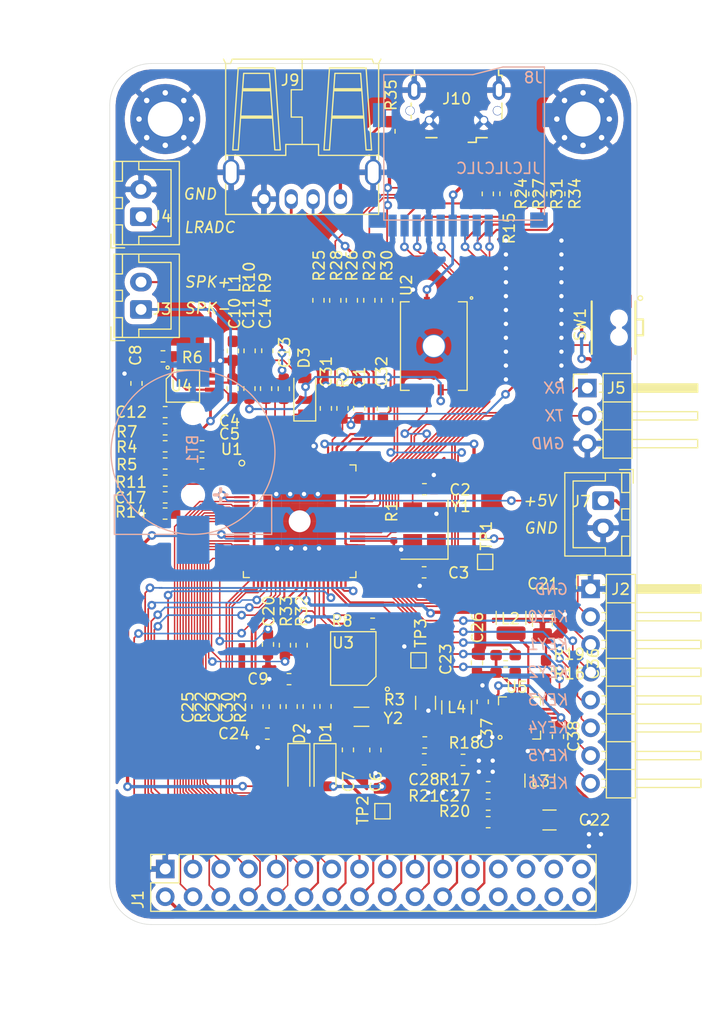
<source format=kicad_pcb>
(kicad_pcb (version 20171130) (host pcbnew "(5.1.5)-3")
  (layers (0 F.Cu signal) (31 B.Cu signal) (34 B.Paste user) (35 F.Paste user) (36 B.SilkS user) (37 F.SilkS user) (38 B.Mask user) (39 F.Mask user) (44 Edge.Cuts user))
  (net 0 "")
  (net 1 "Net-(BT1-Pad1)")
  (net 2 GND)
  (net 3 /RESET)
  (net 4 /HOSCO)
  (net 5 /HOSCI)
  (net 6 "Net-(C4-Pad1)")
  (net 7 /HPR)
  (net 8 /HPL)
  (net 9 "Net-(C5-Pad1)")
  (net 10 "Net-(C6-Pad1)")
  (net 11 "Net-(C7-Pad1)")
  (net 12 "Net-(C8-Pad1)")
  (net 13 "Net-(C9-Pad1)")
  (net 14 +3V3)
  (net 15 "Net-(C12-Pad1)")
  (net 16 "Net-(C12-Pad2)")
  (net 17 /VRA1)
  (net 18 /AGND)
  (net 19 /VRA2)
  (net 20 /AVCC)
  (net 21 "Net-(C17-Pad1)")
  (net 22 /HPCOM)
  (net 23 /MICIN)
  (net 24 +1V2)
  (net 25 +2V5)
  (net 26 "Net-(C26-Pad2)")
  (net 27 "Net-(C27-Pad2)")
  (net 28 "Net-(C28-Pad2)")
  (net 29 /SVREF)
  (net 30 +5V)
  (net 31 /LCD_BL)
  (net 32 /LCD_CS)
  (net 33 /LCD_RS)
  (net 34 /LCD_WR)
  (net 35 /LCD_RD)
  (net 36 /LCD_RST)
  (net 37 /DB0)
  (net 38 /DB1)
  (net 39 /DB2)
  (net 40 /DB3)
  (net 41 /DB4)
  (net 42 /DB5)
  (net 43 /DB6)
  (net 44 /DB7)
  (net 45 /DB8)
  (net 46 /DB9)
  (net 47 /DB10)
  (net 48 /DB11)
  (net 49 /DB12)
  (net 50 /DB13)
  (net 51 /DB14)
  (net 52 /DB15)
  (net 53 "Net-(J1-Pad25)")
  (net 54 "Net-(J1-Pad26)")
  (net 55 "Net-(J1-Pad27)")
  (net 56 "Net-(J1-Pad28)")
  (net 57 "Net-(J1-Pad29)")
  (net 58 "Net-(J1-Pad30)")
  (net 59 "Net-(J1-Pad31)")
  (net 60 "Net-(J1-Pad32)")
  (net 61 /KEY0)
  (net 62 /KEY1)
  (net 63 /KEY2)
  (net 64 /KEY3)
  (net 65 /KEY4)
  (net 66 /KEY5)
  (net 67 "Net-(J3-Pad2)")
  (net 68 /LRADC)
  (net 69 /UART0_RX)
  (net 70 /UART0_TX)
  (net 71 /TP_Y2)
  (net 72 /TP_Y1)
  (net 73 /TP_X2)
  (net 74 /TP_X1)
  (net 75 /SDC0_D2)
  (net 76 /SDC0_D3)
  (net 77 /SDC0_CMD)
  (net 78 /SDC0_CLK)
  (net 79 /SDC0_D0)
  (net 80 /SDC0_D1)
  (net 81 /D-)
  (net 82 /D+)
  (net 83 "Net-(J10-Pad2)")
  (net 84 "Net-(J10-Pad3)")
  (net 85 "Net-(J10-Pad4)")
  (net 86 "Net-(L2-Pad2)")
  (net 87 "Net-(L3-Pad2)")
  (net 88 "Net-(L4-Pad2)")
  (net 89 "Net-(R6-Pad2)")
  (net 90 /RTC_INT)
  (net 91 /HPCOMFB)
  (net 92 /USB_D+)
  (net 93 /USB_D-)
  (net 94 /USB_ID)
  (net 95 "Net-(SW1-Pad2)")
  (net 96 "Net-(U1-Pad86)")
  (net 97 "Net-(U1-Pad85)")
  (net 98 "Net-(U1-Pad84)")
  (net 99 "Net-(U1-Pad78)")
  (net 100 "Net-(U1-Pad77)")
  (net 101 "Net-(U1-Pad76)")
  (net 102 "Net-(U1-Pad75)")
  (net 103 "Net-(U1-Pad72)")
  (net 104 /SF_MOSI)
  (net 105 /SF_MISO)
  (net 106 /SF_CS)
  (net 107 /SF_CLK)
  (net 108 /RTC_SCL)
  (net 109 /RTC_SDA)
  (net 110 "Net-(U3-Pad7)")
  (net 111 /KEYX)
  (module Resistor_SMD:R_0603_1608Metric_Pad1.05x0.95mm_HandSolder (layer F.Cu) (at 66.2432 26.5176 90)
    (fp_text reference R35 (at 3.3147 0.1397 90) (layer F.SilkS))
    (fp_text value 0R)
    (pad 2 smd roundrect (at 0.875 0 90) (size 1.05 0.95) (layers F.Cu F.Paste F.Mask) (net 30 +5V))
    (pad 1 smd roundrect (at -0.875 0 90) (size 1.05 0.95) (layers F.Cu F.Paste F.Mask) (net 85 "Net-(J10-Pad4)"))
  )
  (module Resistor_SMD:R_0603_1608Metric_Pad1.05x0.95mm_HandSolder (layer F.Cu) (at 81.788 32.2326 270)
    (fp_text reference R34 (at 0 -1.43 90) (layer F.SilkS))
    (fp_text value 47K)
    (pad 2 smd roundrect (at 0.875 0 270) (size 1.05 0.95) (layers F.Cu F.Paste F.Mask) (net 75 /SDC0_D2))
    (pad 1 smd roundrect (at -0.875 0 270) (size 1.05 0.95) (layers F.Cu F.Paste F.Mask) (net 14 +3V3))
  )
  (module Resistor_SMD:R_0603_1608Metric_Pad1.05x0.95mm_HandSolder (layer F.Cu) (at 80.137 32.244 270)
    (fp_text reference R31 (at 0 -1.43 90) (layer F.SilkS))
    (fp_text value 47K)
    (pad 2 smd roundrect (at 0.875 0 270) (size 1.05 0.95) (layers F.Cu F.Paste F.Mask) (net 76 /SDC0_D3))
    (pad 1 smd roundrect (at -0.875 0 270) (size 1.05 0.95) (layers F.Cu F.Paste F.Mask) (net 14 +3V3))
  )
  (module Resistor_SMD:R_0603_1608Metric_Pad1.05x0.95mm_HandSolder (layer F.Cu) (at 78.486 32.2466 270)
    (fp_text reference R27 (at 0 -1.43 90) (layer F.SilkS))
    (fp_text value 47K)
    (pad 2 smd roundrect (at 0.875 0 270) (size 1.05 0.95) (layers F.Cu F.Paste F.Mask) (net 77 /SDC0_CMD))
    (pad 1 smd roundrect (at -0.875 0 270) (size 1.05 0.95) (layers F.Cu F.Paste F.Mask) (net 14 +3V3))
  )
  (module Resistor_SMD:R_0603_1608Metric_Pad1.05x0.95mm_HandSolder (layer F.Cu) (at 76.8604 32.2326 270)
    (fp_text reference R24 (at 0 -1.43 90) (layer F.SilkS))
    (fp_text value 47K)
    (pad 2 smd roundrect (at 0.875 0 270) (size 1.05 0.95) (layers F.Cu F.Paste F.Mask) (net 79 /SDC0_D0))
    (pad 1 smd roundrect (at -0.875 0 270) (size 1.05 0.95) (layers F.Cu F.Paste F.Mask) (net 14 +3V3))
  )
  (module Capacitor_SMD:C_0603_1608Metric_Pad1.05x0.95mm_HandSolder (layer F.Cu) (at 81.661 81.8782 90)
    (fp_text reference C38 (at 0.0394 1.4478 90) (layer F.SilkS))
    (fp_text value 100nF)
    (pad 2 smd roundrect (at 0.875 0 90) (size 1.05 0.95) (layers F.Cu F.Paste F.Mask) (net 30 +5V))
    (pad 1 smd roundrect (at -0.875 0 90) (size 1.05 0.95) (layers F.Cu F.Paste F.Mask) (net 2 GND))
  )
  (module Capacitor_SMD:C_0603_1608Metric_Pad1.05x0.95mm_HandSolder (layer F.Cu) (at 74.7776 78.6892 270)
    (fp_text reference C37 (at 2.921 -0.381 90) (layer F.SilkS))
    (fp_text value 100nF)
    (pad 2 smd roundrect (at 0.875 0 270) (size 1.05 0.95) (layers F.Cu F.Paste F.Mask) (net 30 +5V))
    (pad 1 smd roundrect (at -0.875 0 270) (size 1.05 0.95) (layers F.Cu F.Paste F.Mask) (net 2 GND))
  )
  (module Capacitor_SMD:C_0603_1608Metric_Pad1.05x0.95mm_HandSolder (layer F.Cu) (at 80.5688 75.7682 270)
    (fp_text reference C36 (at -0.5588 -4.3307 90) (layer F.SilkS))
    (fp_text value 100nF)
    (pad 2 smd roundrect (at 0.875 0 270) (size 1.05 0.95) (layers F.Cu F.Paste F.Mask) (net 30 +5V))
    (pad 1 smd roundrect (at -0.875 0 270) (size 1.05 0.95) (layers F.Cu F.Paste F.Mask) (net 2 GND))
  )
  (module qchip:EA3036-QFN-20_EP_3.55x3.55_Pitch0.4mm (layer F.Cu) (at 78.1475 80.1725 90)
    (fp_text reference U5 (at 2.8168 -0.2584 180) (layer F.SilkS))
    (fp_text value EA3036)
    (pad 21 smd rect (at 0.4445 0.4445 90) (size 0.375 0.375) (layers F.Cu F.Paste F.Mask) (net 2 GND))
    (pad 21 smd rect (at 0.4445 0.1475 90) (size 0.375 0.375) (layers F.Cu F.Paste F.Mask) (net 2 GND))
    (pad 21 smd rect (at 0.4445 -0.1475 90) (size 0.375 0.375) (layers F.Cu F.Paste F.Mask) (net 2 GND))
    (pad 21 smd rect (at 0.4445 -0.4445 90) (size 0.375 0.375) (layers F.Cu F.Paste F.Mask) (net 2 GND))
    (pad 21 smd rect (at 0.1475 0.4445 90) (size 0.375 0.375) (layers F.Cu F.Paste F.Mask) (net 2 GND))
    (pad 21 smd rect (at 0.1875 0.1875 90) (size 0.375 0.375) (layers F.Cu F.Paste F.Mask) (net 2 GND))
    (pad 21 smd rect (at 0.1875 -0.1875 90) (size 0.375 0.375) (layers F.Cu F.Paste F.Mask) (net 2 GND))
    (pad 21 smd rect (at 0.1475 -0.4445 90) (size 0.375 0.375) (layers F.Cu F.Paste F.Mask) (net 2 GND))
    (pad 21 smd rect (at -0.1475 0.4445 90) (size 0.375 0.375) (layers F.Cu F.Paste F.Mask) (net 2 GND))
    (pad 21 smd rect (at -0.1875 0.1875 90) (size 0.375 0.375) (layers F.Cu F.Paste F.Mask) (net 2 GND))
    (pad 21 smd rect (at -0.1875 -0.1875 90) (size 0.375 0.375) (layers F.Cu F.Paste F.Mask) (net 2 GND))
    (pad 21 smd rect (at -0.1475 -0.4445 90) (size 0.375 0.375) (layers F.Cu F.Paste F.Mask) (net 2 GND))
    (pad 21 smd rect (at -0.4445 0.4445 90) (size 0.375 0.375) (layers F.Cu F.Paste F.Mask) (net 2 GND))
    (pad 21 smd rect (at -0.4445 0.1475 90) (size 0.375 0.375) (layers F.Cu F.Paste F.Mask) (net 2 GND))
    (pad 21 smd rect (at -0.4445 -0.1475 90) (size 0.375 0.375) (layers F.Cu F.Paste F.Mask) (net 2 GND))
    (pad 21 smd rect (at -0.4445 -0.4445 90) (size 0.375 0.375) (layers F.Cu F.Paste F.Mask) (net 2 GND))
    (pad 20 smd rect (at -0.8 -1.675 90) (size 0.15 1.1) (layers F.Cu F.Paste F.Mask) (net 88 "Net-(L4-Pad2)"))
    (pad 19 smd rect (at -0.4 -1.675 90) (size 0.15 1.1) (layers F.Cu F.Paste F.Mask) (net 30 +5V))
    (pad 18 smd rect (at 0 -1.675 90) (size 0.15 1.1) (layers F.Cu F.Paste F.Mask) (net 30 +5V))
    (pad 17 smd rect (at 0.4 -1.675 90) (size 0.15 1.1) (layers F.Cu F.Paste F.Mask) (net 2 GND))
    (pad 16 smd rect (at 0.8 -1.675 90) (size 0.15 1.1) (layers F.Cu F.Paste F.Mask) (net 30 +5V))
    (pad 15 smd rect (at 1.675 -0.8 180) (size 0.15 1.1) (layers F.Cu F.Paste F.Mask) (net 2 GND))
    (pad 14 smd rect (at 1.675 -0.4 180) (size 0.15 1.1) (layers F.Cu F.Paste F.Mask) (net 26 "Net-(C26-Pad2)"))
    (pad 13 smd rect (at 1.675 0 180) (size 0.15 1.1) (layers F.Cu F.Paste F.Mask) (net 2 GND))
    (pad 12 smd rect (at 1.675 0.4 180) (size 0.15 1.1) (layers F.Cu F.Paste F.Mask) (net 2 GND))
    (pad 11 smd rect (at 1.675 0.8 180) (size 0.15 1.1) (layers F.Cu F.Paste F.Mask) (net 86 "Net-(L2-Pad2)"))
    (pad 10 smd rect (at 0.8 1.675 90) (size 0.15 1.1) (layers F.Cu F.Paste F.Mask) (net 30 +5V))
    (pad 9 smd rect (at 0.4 1.675 90) (size 0.15 1.1) (layers F.Cu F.Paste F.Mask) (net 30 +5V))
    (pad 8 smd rect (at 0 1.675 90) (size 0.15 1.1) (layers F.Cu F.Paste F.Mask) (net 30 +5V))
    (pad 7 smd rect (at -0.4 1.675 90) (size 0.15 1.1) (layers F.Cu F.Paste F.Mask) (net 30 +5V))
    (pad 6 smd rect (at -0.8 1.675 90) (size 0.15 1.1) (layers F.Cu F.Paste F.Mask) (net 87 "Net-(L3-Pad2)"))
    (pad 5 smd rect (at -1.675 0.8 180) (size 0.15 1.1) (layers F.Cu F.Paste F.Mask) (net 2 GND))
    (pad 4 smd rect (at -1.675 0.4 180) (size 0.15 1.1) (layers F.Cu F.Paste F.Mask) (net 2 GND))
    (pad 3 smd rect (at -1.675 0 180) (size 0.15 1.1) (layers F.Cu F.Paste F.Mask) (net 27 "Net-(C27-Pad2)"))
    (pad 2 smd rect (at -1.675 -0.4 180) (size 0.15 1.1) (layers F.Cu F.Paste F.Mask) (net 28 "Net-(C28-Pad2)"))
    (pad 1 smd rect (at -1.675 -0.8 180) (size 0.15 1.1) (layers F.Cu F.Paste F.Mask) (net 2 GND))
  )
  (module qconnectors:USB_Micro (layer F.Cu) (at 72.38 24.7015 180)
    (fp_text reference J10 (at -0.02 1.16) (layer F.SilkS))
    (fp_text value USB_B_Micro)
    (pad 1 smd rect (at -1.3 -1.5 180) (size 0.45 2.1) (layers F.Cu F.Paste F.Mask) (net 30 +5V))
    (pad 2 smd rect (at -0.65 -1.5 180) (size 0.45 2.1) (layers F.Cu F.Paste F.Mask) (net 83 "Net-(J10-Pad2)"))
    (pad 3 smd rect (at 0 -1.5 180) (size 0.45 2.1) (layers F.Cu F.Paste F.Mask) (net 84 "Net-(J10-Pad3)"))
    (pad 4 smd rect (at 0.65 -1.5 180) (size 0.45 2.1) (layers F.Cu F.Paste F.Mask) (net 85 "Net-(J10-Pad4)"))
    (pad 5 smd rect (at 1.3 -1.5 180) (size 0.45 2.1) (layers F.Cu F.Paste F.Mask) (net 2 GND))
    (pad 6 thru_hole oval (at -3.875 1.95 180) (size 1.15 1.8) (drill oval 0.55 1.2) (layers *.Cu *.Mask) (net 2 GND))
    (pad 6 thru_hole oval (at 3.875 1.95 180) (size 1.15 1.8) (drill oval 0.55 1.2) (layers *.Cu *.Mask) (net 2 GND))
    (pad 6 thru_hole circle (at -2.5 -0.8 180) (size 0.8 0.8) (drill 0.6) (layers *.Cu *.Mask) (net 2 GND))
    (pad 6 thru_hole circle (at 2.5 -0.8 180) (size 0.8 0.8) (drill 0.6) (layers *.Cu *.Mask) (net 2 GND))
  )
  (module qconnectors:TF-015 (layer B.Cu) (at 73.075 24.638)
    (fp_text reference J8 (at 6.325 -3.025) (layer B.SilkS) (effects (justify mirror)))
    (fp_text value Micro_SD_Card)
    (pad "" np_thru_hole circle (at 3.05 0) (size 0.85 0.85) (drill 0.762) (layers *.Cu *.Mask))
    (pad "" np_thru_hole circle (at -4.95 0) (size 0.85 0.85) (drill 0.762) (layers *.Cu *.Mask))
    (pad 0 smd rect (at -7.75 0.4) (size 1.2 2.2) (layers B.Cu B.Paste B.Mask))
    (pad 0 smd rect (at 7.75 0.4) (size 1.2 2.2) (layers B.Cu B.Paste B.Mask))
    (pad 0 smd rect (at -7.95 10) (size 1.6 1.4) (layers B.Cu B.Paste B.Mask))
    (pad 0 smd rect (at 6.85 10) (size 1.6 1.4) (layers B.Cu B.Paste B.Mask))
    (pad 9 smd rect (at -6.55 10.5) (size 0.75 2) (layers B.Cu B.Paste B.Mask) (net 2 GND))
    (pad 8 smd rect (at -5.45 10.5) (size 0.75 2) (layers B.Cu B.Paste B.Mask) (net 80 /SDC0_D1))
    (pad 7 smd rect (at -4.35 10.5) (size 0.75 2) (layers B.Cu B.Paste B.Mask) (net 79 /SDC0_D0))
    (pad 6 smd rect (at -3.25 10.5) (size 0.75 2) (layers B.Cu B.Paste B.Mask) (net 2 GND))
    (pad 5 smd rect (at -2.15 10.5) (size 0.75 2) (layers B.Cu B.Paste B.Mask) (net 78 /SDC0_CLK))
    (pad 4 smd rect (at -1.05 10.5) (size 0.75 2) (layers B.Cu B.Paste B.Mask) (net 14 +3V3))
    (pad 3 smd rect (at 0.05 10.5) (size 0.75 2) (layers B.Cu B.Paste B.Mask) (net 77 /SDC0_CMD))
    (pad 2 smd rect (at 1.15 10.5) (size 0.75 2) (layers B.Cu B.Paste B.Mask) (net 76 /SDC0_D3))
    (pad 1 smd rect (at 2.25 10.5) (size 0.75 2) (layers B.Cu B.Paste B.Mask) (net 75 /SDC0_D2))
  )
  (module Capacitor_SMD:C_1206_3216Metric_Pad1.42x1.75mm_HandSolder (layer F.Cu) (at 69.5452 78.7875 270)
    (fp_text reference C23 (at -3.9875 -1.85 270) (layer F.SilkS))
    (fp_text value 10uF)
    (pad 2 smd roundrect (at 1.4875 0 270) (size 1.425 1.75) (layers F.Cu F.Paste F.Mask) (roundrect_rratio 0.175439) (net 2 GND))
    (pad 1 smd roundrect (at -1.4875 0 270) (size 1.425 1.75) (layers F.Cu F.Paste F.Mask) (roundrect_rratio 0.175439) (net 14 +3V3))
  )
  (module Capacitor_SMD:C_1206_3216Metric_Pad1.42x1.75mm_HandSolder (layer F.Cu) (at 80.8875 89.5)
    (fp_text reference C22 (at 4.1125 0) (layer F.SilkS))
    (fp_text value 10uF)
    (pad 2 smd roundrect (at 1.4875 0) (size 1.425 1.75) (layers F.Cu F.Paste F.Mask) (roundrect_rratio 0.175439) (net 2 GND))
    (pad 1 smd roundrect (at -1.4875 0) (size 1.425 1.75) (layers F.Cu F.Paste F.Mask) (roundrect_rratio 0.175439) (net 25 +2V5))
  )
  (module Capacitor_SMD:C_1206_3216Metric_Pad1.42x1.75mm_HandSolder (layer F.Cu) (at 80.2386 71.1851 270)
    (fp_text reference C21 (at -3.2851 -0.0614 180) (layer F.SilkS))
    (fp_text value 10uF)
    (pad 2 smd roundrect (at 1.4875 0 270) (size 1.425 1.75) (layers F.Cu F.Paste F.Mask) (roundrect_rratio 0.175439) (net 2 GND))
    (pad 1 smd roundrect (at -1.4875 0 270) (size 1.425 1.75) (layers F.Cu F.Paste F.Mask) (roundrect_rratio 0.175439) (net 24 +1V2))
  )
  (module Capacitor_SMD:C_0603_1608Metric_Pad1.05x0.95mm_HandSolder (layer F.Cu) (at 69.475 82.4)
    (fp_text reference C28 (at -0.075 3.4) (layer F.SilkS))
    (fp_text value 0.1uF)
    (pad 1 smd roundrect (at -0.875 0) (size 1.05 0.95) (layers F.Cu F.Paste F.Mask) (net 14 +3V3))
    (pad 2 smd roundrect (at 0.875 0) (size 1.05 0.95) (layers F.Cu F.Paste F.Mask) (net 28 "Net-(C28-Pad2)"))
  )
  (module qconnectors:USB-AF90 (layer F.Cu) (at 58.25 32.72)
    (fp_text reference J9 (at -1.1 -10.876) (layer F.SilkS))
    (fp_text value USB_A)
    (pad 5 thru_hole oval (at 6.5 -2.45) (size 1.5 2.4) (drill oval 1 2) (layers *.Cu *.Mask) (net 2 GND))
    (pad 5 thru_hole oval (at -6.5 -2.45) (size 1.5 2.4) (drill oval 1 2) (layers *.Cu *.Mask) (net 2 GND))
    (pad 1 thru_hole oval (at 3.5 0) (size 1.2 1.8) (drill 0.9) (layers *.Cu *.Mask) (net 30 +5V))
    (pad 2 thru_hole oval (at 1 0) (size 1.2 1.8) (drill 0.9) (layers *.Cu *.Mask) (net 81 /D-))
    (pad 3 thru_hole oval (at -1 0) (size 1.2 1.8) (drill 0.9) (layers *.Cu *.Mask) (net 82 /D+))
    (pad 4 thru_hole oval (at -3.5 0) (size 1.2 1.8) (drill 0.9) (layers *.Cu *.Mask) (net 2 GND))
  )
  (module Connector_PinHeader_2.54mm:PinHeader_1x08_P2.54mm_Horizontal (layer F.Cu) (at 84.65 68.37)
    (fp_text reference J2 (at 2.75 0.03) (layer F.SilkS))
    (fp_text value "Key Export")
    (pad 8 thru_hole oval (at 0 17.78) (size 1.7 1.7) (drill 1) (layers *.Cu *.Mask) (net 66 /KEY5))
    (pad 7 thru_hole oval (at 0 15.24) (size 1.7 1.7) (drill 1) (layers *.Cu *.Mask) (net 65 /KEY4))
    (pad 6 thru_hole oval (at 0 12.7) (size 1.7 1.7) (drill 1) (layers *.Cu *.Mask) (net 64 /KEY3))
    (pad 5 thru_hole oval (at 0 10.16) (size 1.7 1.7) (drill 1) (layers *.Cu *.Mask) (net 63 /KEY2))
    (pad 4 thru_hole oval (at 0 7.62) (size 1.7 1.7) (drill 1) (layers *.Cu *.Mask) (net 111 /KEYX))
    (pad 3 thru_hole oval (at 0 5.08) (size 1.7 1.7) (drill 1) (layers *.Cu *.Mask) (net 62 /KEY1))
    (pad 2 thru_hole oval (at 0 2.54) (size 1.7 1.7) (drill 1) (layers *.Cu *.Mask) (net 61 /KEY0))
    (pad 1 thru_hole rect (at 0 0) (size 1.7 1.7) (drill 1) (layers *.Cu *.Mask) (net 2 GND))
  )
  (module qmechanics:CR1220-2 (layer B.Cu) (at 48.26 55.88 90)
    (fp_text reference BT1 (at 0.27 -0.04 90) (layer B.SilkS) (effects (justify mirror)))
    (fp_text value Battery)
    (fp_text user + (at -3.89 2.42 90) (layer B.SilkS) (effects (font (size 1.5 1.5) (thickness 0.3)) (justify mirror)))
    (pad 2 smd rect (at 8 0 90) (size 4 3) (layers B.Cu B.Paste B.Mask) (net 2 GND))
    (pad 1 smd rect (at -8 0 90) (size 4.4 3) (layers B.Cu B.Paste B.Mask) (net 1 "Net-(BT1-Pad1)"))
    (pad "" np_thru_hole circle (at 3.6 0 90) (size 1.2 1.2) (drill 1.2) (layers *.Cu *.Mask))
    (pad "" np_thru_hole circle (at -3.9 0 90) (size 1.2 1.2) (drill 1.2) (layers *.Cu *.Mask))
  )
  (module Resistor_SMD:R_0603_1608Metric_Pad1.05x0.95mm_HandSolder (layer F.Cu) (at 61.94 51.86 270)
    (fp_text reference R2 (at -2.838 -0.036 90) (layer F.SilkS))
    (fp_text value 4K7)
    (pad 2 smd roundrect (at 0.875 0 270) (size 1.05 0.95) (layers F.Cu F.Paste F.Mask) (net 3 /RESET))
    (pad 1 smd roundrect (at -0.875 0 270) (size 1.05 0.95) (layers F.Cu F.Paste F.Mask) (net 14 +3V3))
  )
  (module Capacitor_SMD:C_0603_1608Metric_Pad1.05x0.95mm_HandSolder (layer F.Cu) (at 63.47 51.86 90)
    (fp_text reference C1 (at 2.838 0.03 90) (layer F.SilkS))
    (fp_text value 220pF)
    (pad 2 smd roundrect (at 0.875 0 90) (size 1.05 0.95) (layers F.Cu F.Paste F.Mask) (net 2 GND))
    (pad 1 smd roundrect (at -0.875 0 90) (size 1.05 0.95) (layers F.Cu F.Paste F.Mask) (net 3 /RESET))
  )
  (module MountingHole:MountingHole_3.2mm_M3_Pad_Via (layer F.Cu) (at 83.96 25.4)
    (fp_text reference M3 hide)
    (fp_text value M3)
    (pad 1 thru_hole circle (at 1.697056 -1.697056) (size 0.8 0.8) (drill 0.5) (layers *.Cu *.Mask) (net 2 GND))
    (pad 1 thru_hole circle (at 0 -2.4) (size 0.8 0.8) (drill 0.5) (layers *.Cu *.Mask) (net 2 GND))
    (pad 1 thru_hole circle (at -1.697056 -1.697056) (size 0.8 0.8) (drill 0.5) (layers *.Cu *.Mask) (net 2 GND))
    (pad 1 thru_hole circle (at -2.4 0) (size 0.8 0.8) (drill 0.5) (layers *.Cu *.Mask) (net 2 GND))
    (pad 1 thru_hole circle (at -1.697056 1.697056) (size 0.8 0.8) (drill 0.5) (layers *.Cu *.Mask) (net 2 GND))
    (pad 1 thru_hole circle (at 0 2.4) (size 0.8 0.8) (drill 0.5) (layers *.Cu *.Mask) (net 2 GND))
    (pad 1 thru_hole circle (at 1.697056 1.697056) (size 0.8 0.8) (drill 0.5) (layers *.Cu *.Mask) (net 2 GND))
    (pad 1 thru_hole circle (at 2.4 0) (size 0.8 0.8) (drill 0.5) (layers *.Cu *.Mask) (net 2 GND))
    (pad 1 thru_hole circle (at 0 0) (size 6.4 6.4) (drill 3.2) (layers *.Cu *.Mask) (net 2 GND))
  )
  (module Capacitor_SMD:C_0603_1608Metric_Pad1.05x0.95mm_HandSolder (layer F.Cu) (at 69.44 59.25 180)
    (fp_text reference C2 (at -3.26 -0.059) (layer F.SilkS))
    (fp_text value 12pF)
    (pad 2 smd roundrect (at 0.875 0 180) (size 1.05 0.95) (layers F.Cu F.Paste F.Mask) (net 4 /HOSCO))
    (pad 1 smd roundrect (at -0.875 0 180) (size 1.05 0.95) (layers F.Cu F.Paste F.Mask) (net 2 GND))
  )
  (module Capacitor_SMD:C_0603_1608Metric_Pad1.05x0.95mm_HandSolder (layer F.Cu) (at 69.415 66.85)
    (fp_text reference C3 (at 3.16 0.05) (layer F.SilkS))
    (fp_text value 12pF)
    (pad 2 smd roundrect (at 0.875 0) (size 1.05 0.95) (layers F.Cu F.Paste F.Mask) (net 5 /HOSCI))
    (pad 1 smd roundrect (at -0.875 0) (size 1.05 0.95) (layers F.Cu F.Paste F.Mask) (net 2 GND))
  )
  (module Capacitor_SMD:C_0603_1608Metric_Pad1.05x0.95mm_HandSolder (layer F.Cu) (at 49.085 55.325)
    (fp_text reference C4 (at 2.515 -2.325) (layer F.SilkS))
    (fp_text value 1uF)
    (pad 1 smd roundrect (at -0.875 0) (size 1.05 0.95) (layers F.Cu F.Paste F.Mask) (net 6 "Net-(C4-Pad1)"))
    (pad 2 smd roundrect (at 0.875 0) (size 1.05 0.95) (layers F.Cu F.Paste F.Mask) (net 7 /HPR))
  )
  (module Capacitor_SMD:C_0603_1608Metric_Pad1.05x0.95mm_HandSolder (layer F.Cu) (at 49.085 56.9)
    (fp_text reference C5 (at 2.515 -2.7) (layer F.SilkS))
    (fp_text value 1uF)
    (pad 2 smd roundrect (at 0.875 0) (size 1.05 0.95) (layers F.Cu F.Paste F.Mask) (net 8 /HPL))
    (pad 1 smd roundrect (at -0.875 0) (size 1.05 0.95) (layers F.Cu F.Paste F.Mask) (net 9 "Net-(C5-Pad1)"))
  )
  (module Capacitor_SMD:C_0603_1608Metric_Pad1.05x0.95mm_HandSolder (layer F.Cu) (at 64.95 83.1 270)
    (fp_text reference C6 (at 2.9 -0.05 270) (layer F.SilkS))
    (fp_text value 22pF)
    (pad 1 smd roundrect (at -0.875 0 270) (size 1.05 0.95) (layers F.Cu F.Paste F.Mask) (net 10 "Net-(C6-Pad1)"))
    (pad 2 smd roundrect (at 0.875 0 270) (size 1.05 0.95) (layers F.Cu F.Paste F.Mask) (net 2 GND))
  )
  (module Capacitor_SMD:C_0603_1608Metric_Pad1.05x0.95mm_HandSolder (layer F.Cu) (at 62.44 83.09 270)
    (fp_text reference C7 (at 2.91 -0.06 270) (layer F.SilkS))
    (fp_text value 22pF)
    (pad 2 smd roundrect (at 0.875 0 270) (size 1.05 0.95) (layers F.Cu F.Paste F.Mask) (net 2 GND))
    (pad 1 smd roundrect (at -0.875 0 270) (size 1.05 0.95) (layers F.Cu F.Paste F.Mask) (net 11 "Net-(C7-Pad1)"))
  )
  (module Capacitor_SMD:C_0603_1608Metric_Pad1.05x0.95mm_HandSolder (layer F.Cu) (at 43.085 49.575 90)
    (fp_text reference C8 (at 2.575 -0.085 270) (layer F.SilkS))
    (fp_text value 1uF)
    (pad 2 smd roundrect (at 0.875 0 90) (size 1.05 0.95) (layers F.Cu F.Paste F.Mask) (net 2 GND))
    (pad 1 smd roundrect (at -0.875 0 90) (size 1.05 0.95) (layers F.Cu F.Paste F.Mask) (net 12 "Net-(C8-Pad1)"))
  )
  (module Capacitor_SMD:C_0603_1608Metric_Pad1.05x0.95mm_HandSolder (layer F.Cu) (at 57.05 76.62 180)
    (fp_text reference C9 (at 2.85 0.02) (layer F.SilkS))
    (fp_text value 1uF)
    (pad 1 smd roundrect (at -0.875 0 180) (size 1.05 0.95) (layers F.Cu F.Paste F.Mask) (net 13 "Net-(C9-Pad1)"))
    (pad 2 smd roundrect (at 0.875 0 180) (size 1.05 0.95) (layers F.Cu F.Paste F.Mask) (net 2 GND))
  )
  (module Capacitor_SMD:C_0603_1608Metric_Pad1.05x0.95mm_HandSolder (layer F.Cu) (at 51.875 50.05 270)
    (fp_text reference C10 (at -6.87 -0.195 90) (layer F.SilkS))
    (fp_text value 0.1uF)
    (pad 1 smd roundrect (at -0.875 0 270) (size 1.05 0.95) (layers F.Cu F.Paste F.Mask) (net 2 GND))
    (pad 2 smd roundrect (at 0.875 0 270) (size 1.05 0.95) (layers F.Cu F.Paste F.Mask) (net 14 +3V3))
  )
  (module Capacitor_SMD:C_0603_1608Metric_Pad1.05x0.95mm_HandSolder (layer F.Cu) (at 53.425 50.05 270)
    (fp_text reference C11 (at -6.87 0.085 90) (layer F.SilkS))
    (fp_text value 1uF)
    (pad 2 smd roundrect (at 0.875 0 270) (size 1.05 0.95) (layers F.Cu F.Paste F.Mask) (net 14 +3V3))
    (pad 1 smd roundrect (at -0.875 0 270) (size 1.05 0.95) (layers F.Cu F.Paste F.Mask) (net 2 GND))
  )
  (module Capacitor_SMD:C_0603_1608Metric_Pad1.05x0.95mm_HandSolder (layer F.Cu) (at 45.71 52.2 180)
    (fp_text reference C12 (at 3.11 0) (layer F.SilkS))
    (fp_text value 1nF)
    (pad 1 smd roundrect (at -0.875 0 180) (size 1.05 0.95) (layers F.Cu F.Paste F.Mask) (net 15 "Net-(C12-Pad1)"))
    (pad 2 smd roundrect (at 0.875 0 180) (size 1.05 0.95) (layers F.Cu F.Paste F.Mask) (net 16 "Net-(C12-Pad2)"))
  )
  (module Capacitor_SMD:C_0603_1608Metric_Pad1.05x0.95mm_HandSolder (layer F.Cu) (at 56.57 50.06 90)
    (fp_text reference C13 (at 3.324 0.072 90) (layer F.SilkS))
    (fp_text value 1uF)
    (pad 1 smd roundrect (at -0.875 0 90) (size 1.05 0.95) (layers F.Cu F.Paste F.Mask) (net 17 /VRA1))
    (pad 2 smd roundrect (at 0.875 0 90) (size 1.05 0.95) (layers F.Cu F.Paste F.Mask) (net 18 /AGND))
  )
  (module Capacitor_SMD:C_0603_1608Metric_Pad1.05x0.95mm_HandSolder (layer F.Cu) (at 54.95 50.05 90)
    (fp_text reference C14 (at 6.87 -0.086 90) (layer F.SilkS))
    (fp_text value 1uF)
    (pad 1 smd roundrect (at -0.875 0 90) (size 1.05 0.95) (layers F.Cu F.Paste F.Mask) (net 19 /VRA2))
    (pad 2 smd roundrect (at 0.875 0 90) (size 1.05 0.95) (layers F.Cu F.Paste F.Mask) (net 18 /AGND))
  )
  (module Capacitor_SMD:C_0603_1608Metric_Pad1.05x0.95mm_HandSolder (layer F.Cu) (at 45.715 60 180)
    (fp_text reference C17 (at 3.19 -0.025) (layer F.SilkS))
    (fp_text value 100nF)
    (pad 1 smd roundrect (at -0.875 0 180) (size 1.05 0.95) (layers F.Cu F.Paste F.Mask) (net 21 "Net-(C17-Pad1)"))
    (pad 2 smd roundrect (at 0.875 0 180) (size 1.05 0.95) (layers F.Cu F.Paste F.Mask) (net 22 /HPCOM))
  )
  (module Capacitor_SMD:C_0603_1608Metric_Pad1.05x0.95mm_HandSolder (layer F.Cu) (at 55.12 73.445 270)
    (fp_text reference C20 (at -3.045 -0.08 90) (layer F.SilkS))
    (fp_text value 1uF)
    (pad 1 smd roundrect (at -0.875 0 270) (size 1.05 0.95) (layers F.Cu F.Paste F.Mask) (net 24 +1V2))
    (pad 2 smd roundrect (at 0.875 0 270) (size 1.05 0.95) (layers F.Cu F.Paste F.Mask) (net 2 GND))
  )
  (module Capacitor_SMD:C_0603_1608Metric_Pad1.05x0.95mm_HandSolder (layer F.Cu) (at 55.065 81.6 180)
    (fp_text reference C24 (at 3.065 0) (layer F.SilkS))
    (fp_text value 1uF)
    (pad 2 smd roundrect (at 0.875 0 180) (size 1.05 0.95) (layers F.Cu F.Paste F.Mask) (net 2 GND))
    (pad 1 smd roundrect (at -0.875 0 180) (size 1.05 0.95) (layers F.Cu F.Paste F.Mask) (net 25 +2V5))
  )
  (module Capacitor_SMD:C_0603_1608Metric_Pad1.05x0.95mm_HandSolder (layer F.Cu) (at 54.16 79.13 270)
    (fp_text reference C25 (at 0.07 6.36 270) (layer F.SilkS))
    (fp_text value 1uF)
    (pad 2 smd roundrect (at 0.875 0 270) (size 1.05 0.95) (layers F.Cu F.Paste F.Mask) (net 2 GND))
    (pad 1 smd roundrect (at -0.875 0 270) (size 1.05 0.95) (layers F.Cu F.Paste F.Mask) (net 25 +2V5))
  )
  (module Capacitor_SMD:C_0603_1608Metric_Pad1.05x0.95mm_HandSolder (layer F.Cu) (at 74.25 75.125 270)
    (fp_text reference C26 (at -3.225 -0.05 270) (layer F.SilkS))
    (fp_text value 0.1uF)
    (pad 1 smd roundrect (at -0.875 0 270) (size 1.05 0.95) (layers F.Cu F.Paste F.Mask) (net 24 +1V2))
    (pad 2 smd roundrect (at 0.875 0 270) (size 1.05 0.95) (layers F.Cu F.Paste F.Mask) (net 26 "Net-(C26-Pad2)"))
  )
  (module Capacitor_SMD:C_0603_1608Metric_Pad1.05x0.95mm_HandSolder (layer F.Cu) (at 75.275 88.1)
    (fp_text reference C27 (at -3.075 -0.8) (layer F.SilkS))
    (fp_text value 0.1uF)
    (pad 1 smd roundrect (at -0.875 0) (size 1.05 0.95) (layers F.Cu F.Paste F.Mask) (net 25 +2V5))
    (pad 2 smd roundrect (at 0.875 0) (size 1.05 0.95) (layers F.Cu F.Paste F.Mask) (net 27 "Net-(C27-Pad2)"))
  )
  (module Capacitor_SMD:C_0603_1608Metric_Pad1.05x0.95mm_HandSolder (layer F.Cu) (at 57.29 79.125 270)
    (fp_text reference C29 (at 0.075 7.09 90) (layer F.SilkS))
    (fp_text value 100nF)
    (pad 2 smd roundrect (at 0.875 0 270) (size 1.05 0.95) (layers F.Cu F.Paste F.Mask) (net 25 +2V5))
    (pad 1 smd roundrect (at -0.875 0 270) (size 1.05 0.95) (layers F.Cu F.Paste F.Mask) (net 29 /SVREF))
  )
  (module Capacitor_SMD:C_0603_1608Metric_Pad1.05x0.95mm_HandSolder (layer F.Cu) (at 58.85 79.125 90)
    (fp_text reference C30 (at -0.075 -7.45 90) (layer F.SilkS))
    (fp_text value 100nF)
    (pad 1 smd roundrect (at -0.875 0 90) (size 1.05 0.95) (layers F.Cu F.Paste F.Mask) (net 2 GND))
    (pad 2 smd roundrect (at 0.875 0 90) (size 1.05 0.95) (layers F.Cu F.Paste F.Mask) (net 29 /SVREF))
  )
  (module Capacitor_SMD:C_0603_1608Metric_Pad1.05x0.95mm_HandSolder (layer F.Cu) (at 60.42 51.86 90)
    (fp_text reference C31 (at 3.346 0.032 90) (layer F.SilkS))
    (fp_text value 1uF)
    (pad 1 smd roundrect (at -0.875 0 90) (size 1.05 0.95) (layers F.Cu F.Paste F.Mask) (net 20 /AVCC))
    (pad 2 smd roundrect (at 0.875 0 90) (size 1.05 0.95) (layers F.Cu F.Paste F.Mask) (net 2 GND))
  )
  (module Capacitor_SMD:C_0603_1608Metric_Pad1.05x0.95mm_HandSolder (layer F.Cu) (at 65.64 51.88 90)
    (fp_text reference C32 (at 3.366 -0.108 90) (layer F.SilkS))
    (fp_text value 1uF)
    (pad 2 smd roundrect (at 0.875 0 90) (size 1.05 0.95) (layers F.Cu F.Paste F.Mask) (net 2 GND))
    (pad 1 smd roundrect (at -0.875 0 90) (size 1.05 0.95) (layers F.Cu F.Paste F.Mask) (net 14 +3V3))
  )
  (module Diode_SMD:D_SOD-123 (layer F.Cu) (at 60.34 84.77 270)
    (fp_text reference D1 (at -3.27 -0.06 270) (layer F.SilkS))
    (fp_text value 1N4149)
    (pad 1 smd rect (at -1.65 0 270) (size 0.9 1.2) (layers F.Cu F.Paste F.Mask) (net 13 "Net-(C9-Pad1)"))
    (pad 2 smd rect (at 1.65 0 270) (size 0.9 1.2) (layers F.Cu F.Paste F.Mask) (net 14 +3V3))
  )
  (module Diode_SMD:D_SOD-123 (layer F.Cu) (at 57.95 84.76 270)
    (fp_text reference D2 (at -3.16 -0.05 270) (layer F.SilkS))
    (fp_text value 1N4149)
    (pad 2 smd rect (at 1.65 0 270) (size 0.9 1.2) (layers F.Cu F.Paste F.Mask) (net 1 "Net-(BT1-Pad1)"))
    (pad 1 smd rect (at -1.65 0 270) (size 0.9 1.2) (layers F.Cu F.Paste F.Mask) (net 13 "Net-(C9-Pad1)"))
  )
  (module Connector_PinSocket_2.54mm:PinSocket_2x16_P2.54mm_Vertical (layer F.Cu) (at 45.72 93.98 90)
    (fp_text reference J1 (at -2.795 -2.495 270) (layer F.SilkS))
    (fp_text value LCD_I8080_CONNECTOR_16x2-DIP)
    (pad 1 thru_hole rect (at 0 0 90) (size 1.7 1.7) (drill 1) (layers *.Cu *.Mask) (net 2 GND))
    (pad 2 thru_hole oval (at -2.54 0 90) (size 1.7 1.7) (drill 1) (layers *.Cu *.Mask) (net 30 +5V))
    (pad 3 thru_hole oval (at 0 2.54 90) (size 1.7 1.7) (drill 1) (layers *.Cu *.Mask) (net 31 /LCD_BL))
    (pad 4 thru_hole oval (at -2.54 2.54 90) (size 1.7 1.7) (drill 1) (layers *.Cu *.Mask) (net 32 /LCD_CS))
    (pad 5 thru_hole oval (at 0 5.08 90) (size 1.7 1.7) (drill 1) (layers *.Cu *.Mask) (net 33 /LCD_RS))
    (pad 6 thru_hole oval (at -2.54 5.08 90) (size 1.7 1.7) (drill 1) (layers *.Cu *.Mask) (net 34 /LCD_WR))
    (pad 7 thru_hole oval (at 0 7.62 90) (size 1.7 1.7) (drill 1) (layers *.Cu *.Mask) (net 35 /LCD_RD))
    (pad 8 thru_hole oval (at -2.54 7.62 90) (size 1.7 1.7) (drill 1) (layers *.Cu *.Mask) (net 36 /LCD_RST))
    (pad 9 thru_hole oval (at 0 10.16 90) (size 1.7 1.7) (drill 1) (layers *.Cu *.Mask) (net 37 /DB0))
    (pad 10 thru_hole oval (at -2.54 10.16 90) (size 1.7 1.7) (drill 1) (layers *.Cu *.Mask) (net 38 /DB1))
    (pad 11 thru_hole oval (at 0 12.7 90) (size 1.7 1.7) (drill 1) (layers *.Cu *.Mask) (net 39 /DB2))
    (pad 12 thru_hole oval (at -2.54 12.7 90) (size 1.7 1.7) (drill 1) (layers *.Cu *.Mask) (net 40 /DB3))
    (pad 13 thru_hole oval (at 0 15.24 90) (size 1.7 1.7) (drill 1) (layers *.Cu *.Mask) (net 41 /DB4))
    (pad 14 thru_hole oval (at -2.54 15.24 90) (size 1.7 1.7) (drill 1) (layers *.Cu *.Mask) (net 42 /DB5))
    (pad 15 thru_hole oval (at 0 17.78 90) (size 1.7 1.7) (drill 1) (layers *.Cu *.Mask) (net 43 /DB6))
    (pad 16 thru_hole oval (at -2.54 17.78 90) (size 1.7 1.7) (drill 1) (layers *.Cu *.Mask) (net 44 /DB7))
    (pad 17 thru_hole oval (at 0 20.32 90) (size 1.7 1.7) (drill 1) (layers *.Cu *.Mask) (net 45 /DB8))
    (pad 18 thru_hole oval (at -2.54 20.32 90) (size 1.7 1.7) (drill 1) (layers *.Cu *.Mask) (net 46 /DB9))
    (pad 19 thru_hole oval (at 0 22.86 90) (size 1.7 1.7) (drill 1) (layers *.Cu *.Mask) (net 47 /DB10))
    (pad 20 thru_hole oval (at -2.54 22.86 90) (size 1.7 1.7) (drill 1) (layers *.Cu *.Mask) (net 48 /DB11))
    (pad 21 thru_hole oval (at 0 25.4 90) (size 1.7 1.7) (drill 1) (layers *.Cu *.Mask) (net 49 /DB12))
    (pad 22 thru_hole oval (at -2.54 25.4 90) (size 1.7 1.7) (drill 1) (layers *.Cu *.Mask) (net 50 /DB13))
    (pad 23 thru_hole oval (at 0 27.94 90) (size 1.7 1.7) (drill 1) (layers *.Cu *.Mask) (net 51 /DB14))
    (pad 24 thru_hole oval (at -2.54 27.94 90) (size 1.7 1.7) (drill 1) (layers *.Cu *.Mask) (net 52 /DB15))
    (pad 25 thru_hole oval (at 0 30.48 90) (size 1.7 1.7) (drill 1) (layers *.Cu *.Mask) (net 53 "Net-(J1-Pad25)"))
    (pad 26 thru_hole oval (at -2.54 30.48 90) (size 1.7 1.7) (drill 1) (layers *.Cu *.Mask) (net 54 "Net-(J1-Pad26)"))
    (pad 27 thru_hole oval (at 0 33.02 90) (size 1.7 1.7) (drill 1) (layers *.Cu *.Mask) (net 55 "Net-(J1-Pad27)"))
    (pad 28 thru_hole oval (at -2.54 33.02 90) (size 1.7 1.7) (drill 1) (layers *.Cu *.Mask) (net 56 "Net-(J1-Pad28)"))
    (pad 29 thru_hole oval (at 0 35.56 90) (size 1.7 1.7) (drill 1) (layers *.Cu *.Mask) (net 57 "Net-(J1-Pad29)"))
    (pad 30 thru_hole oval (at -2.54 35.56 90) (size 1.7 1.7) (drill 1) (layers *.Cu *.Mask) (net 58 "Net-(J1-Pad30)"))
    (pad 31 thru_hole oval (at 0 38.1 90) (size 1.7 1.7) (drill 1) (layers *.Cu *.Mask) (net 59 "Net-(J1-Pad31)"))
    (pad 32 thru_hole oval (at -2.54 38.1 90) (size 1.7 1.7) (drill 1) (layers *.Cu *.Mask) (net 60 "Net-(J1-Pad32)"))
  )
  (module Connector_JST:JST_XH_B2B-XH-A_1x02_P2.50mm_Vertical (layer F.Cu) (at 43.5 42.81 90)
    (fp_text reference J3 (at 0.035 1.925 180) (layer F.SilkS))
    (fp_text value SPK)
    (pad 1 thru_hole roundrect (at 0 0 90) (size 1.7 2) (drill 1) (layers *.Cu *.Mask) (roundrect_rratio 0.147059) (net 15 "Net-(C12-Pad1)"))
    (pad 2 thru_hole oval (at 2.5 0 90) (size 1.7 2) (drill 1) (layers *.Cu *.Mask) (net 67 "Net-(J3-Pad2)"))
  )
  (module Connector_JST:JST_XH_B2B-XH-A_1x02_P2.50mm_Vertical (layer F.Cu) (at 43.5 34.33 90)
    (fp_text reference J4 (at 0.005 1.925 180) (layer F.SilkS))
    (fp_text value LRADC)
    (pad 1 thru_hole roundrect (at 0 0 90) (size 1.7 2) (drill 1) (layers *.Cu *.Mask) (roundrect_rratio 0.147059) (net 68 /LRADC))
    (pad 2 thru_hole oval (at 2.5 0 90) (size 1.7 2) (drill 1) (layers *.Cu *.Mask) (net 2 GND))
  )
  (module Connector_PinHeader_2.54mm:PinHeader_1x03_P2.54mm_Horizontal (layer F.Cu) (at 84.35 50)
    (fp_text reference J5 (at 2.65 0 180) (layer F.SilkS))
    (fp_text value UART)
    (pad 1 thru_hole rect (at 0 0) (size 1.7 1.7) (drill 1) (layers *.Cu *.Mask) (net 69 /UART0_RX))
    (pad 2 thru_hole oval (at 0 2.54) (size 1.7 1.7) (drill 1) (layers *.Cu *.Mask) (net 70 /UART0_TX))
    (pad 3 thru_hole oval (at 0 5.08) (size 1.7 1.7) (drill 1) (layers *.Cu *.Mask) (net 2 GND))
  )
  (module Connector_JST:JST_XH_B2B-XH-A_1x02_P2.50mm_Vertical (layer F.Cu) (at 85.8 60.3 270)
    (fp_text reference J7 (at 0.075 2) (layer F.SilkS))
    (fp_text value Power)
    (pad 2 thru_hole oval (at 2.5 0 270) (size 1.7 2) (drill 1) (layers *.Cu *.Mask) (net 2 GND))
    (pad 1 thru_hole roundrect (at 0 0 270) (size 1.7 2) (drill 1) (layers *.Cu *.Mask) (roundrect_rratio 0.147059) (net 30 +5V))
  )
  (module Inductor_SMD:L_0603_1608Metric_Pad1.05x0.95mm_HandSolder (layer F.Cu) (at 51.91 46.6 270)
    (fp_text reference L1 (at -6.214 -0.16 90) (layer F.SilkS))
    (fp_text value "2KΩ 100MHz")
    (pad 1 smd roundrect (at -0.875 0 270) (size 1.05 0.95) (layers F.Cu F.Paste F.Mask) (net 18 /AGND))
    (pad 2 smd roundrect (at 0.875 0 270) (size 1.05 0.95) (layers F.Cu F.Paste F.Mask) (net 2 GND))
  )
  (module Inductor_SMD:L_1210_3225Metric (layer F.Cu) (at 77.3684 71.0214 270)
    (fp_text reference L2 (at 0.0665 0.0635 180) (layer F.SilkS))
    (fp_text value 1.5uH)
    (pad 2 smd roundrect (at 1.4 0 270) (size 1.25 2.65) (layers F.Cu F.Paste F.Mask) (roundrect_rratio 0.2) (net 86 "Net-(L2-Pad2)"))
    (pad 1 smd roundrect (at -1.4 0 270) (size 1.25 2.65) (layers F.Cu F.Paste F.Mask) (roundrect_rratio 0.2) (net 24 +1V2))
  )
  (module Inductor_SMD:L_1210_3225Metric (layer F.Cu) (at 80 85.9 90)
    (fp_text reference L3 (at -0.0404 0.05 180) (layer F.SilkS))
    (fp_text value 1.5uH)
    (pad 1 smd roundrect (at -1.4 0 90) (size 1.25 2.65) (layers F.Cu F.Paste F.Mask) (roundrect_rratio 0.2) (net 25 +2V5))
    (pad 2 smd roundrect (at 1.4 0 90) (size 1.25 2.65) (layers F.Cu F.Paste F.Mask) (roundrect_rratio 0.2) (net 87 "Net-(L3-Pad2)"))
  )
  (module Inductor_SMD:L_1210_3225Metric (layer F.Cu) (at 72.39 79.2 270)
    (fp_text reference L4 (at 0 0 180) (layer F.SilkS))
    (fp_text value 1.5uH)
    (pad 1 smd roundrect (at -1.4 0 270) (size 1.25 2.65) (layers F.Cu F.Paste F.Mask) (roundrect_rratio 0.2) (net 14 +3V3))
    (pad 2 smd roundrect (at 1.4 0 270) (size 1.25 2.65) (layers F.Cu F.Paste F.Mask) (roundrect_rratio 0.2) (net 88 "Net-(L4-Pad2)"))
  )
  (module MountingHole:MountingHole_3.2mm_M3_Pad_Via (layer F.Cu) (at 45.72 25.4)
    (fp_text reference M3 hide)
    (fp_text value M3)
    (pad 1 thru_hole circle (at 0 0) (size 6.4 6.4) (drill 3.2) (layers *.Cu *.Mask) (net 2 GND))
    (pad 1 thru_hole circle (at 2.4 0) (size 0.8 0.8) (drill 0.5) (layers *.Cu *.Mask) (net 2 GND))
    (pad 1 thru_hole circle (at 1.697056 1.697056) (size 0.8 0.8) (drill 0.5) (layers *.Cu *.Mask) (net 2 GND))
    (pad 1 thru_hole circle (at 0 2.4) (size 0.8 0.8) (drill 0.5) (layers *.Cu *.Mask) (net 2 GND))
    (pad 1 thru_hole circle (at -1.697056 1.697056) (size 0.8 0.8) (drill 0.5) (layers *.Cu *.Mask) (net 2 GND))
    (pad 1 thru_hole circle (at -2.4 0) (size 0.8 0.8) (drill 0.5) (layers *.Cu *.Mask) (net 2 GND))
    (pad 1 thru_hole circle (at -1.697056 -1.697056) (size 0.8 0.8) (drill 0.5) (layers *.Cu *.Mask) (net 2 GND))
    (pad 1 thru_hole circle (at 0 -2.4) (size 0.8 0.8) (drill 0.5) (layers *.Cu *.Mask) (net 2 GND))
    (pad 1 thru_hole circle (at 1.697056 -1.697056) (size 0.8 0.8) (drill 0.5) (layers *.Cu *.Mask) (net 2 GND))
  )
  (module Resistor_SMD:R_0402_1005Metric (layer F.Cu) (at 66.64 63.45 270)
    (fp_text reference R1 (at -2.15 0.19 270) (layer F.SilkS))
    (fp_text value 1M)
    (pad 2 smd roundrect (at 0.485 0 270) (size 0.59 0.64) (layers F.Cu F.Paste F.Mask) (net 5 /HOSCI))
    (pad 1 smd roundrect (at -0.485 0 270) (size 0.59 0.64) (layers F.Cu F.Paste F.Mask) (net 4 /HOSCO))
  )
  (module Resistor_SMD:R_0402_1005Metric (layer F.Cu) (at 63.655 78.16 180)
    (fp_text reference R3 (at -3.045 -0.34) (layer F.SilkS))
    (fp_text value 1M)
    (pad 1 smd roundrect (at -0.485 0 180) (size 0.59 0.64) (layers F.Cu F.Paste F.Mask) (net 10 "Net-(C6-Pad1)"))
    (pad 2 smd roundrect (at 0.485 0 180) (size 0.59 0.64) (layers F.Cu F.Paste F.Mask) (net 11 "Net-(C7-Pad1)"))
  )
  (module Resistor_SMD:R_0603_1608Metric_Pad1.05x0.95mm_HandSolder (layer F.Cu) (at 45.71 55.325 180)
    (fp_text reference R4 (at 3.51 -0.075) (layer F.SilkS))
    (fp_text value 20K)
    (pad 1 smd roundrect (at -0.875 0 180) (size 1.05 0.95) (layers F.Cu F.Paste F.Mask) (net 6 "Net-(C4-Pad1)"))
    (pad 2 smd roundrect (at 0.875 0 180) (size 1.05 0.95) (layers F.Cu F.Paste F.Mask) (net 16 "Net-(C12-Pad2)"))
  )
  (module Resistor_SMD:R_0603_1608Metric_Pad1.05x0.95mm_HandSolder (layer F.Cu) (at 45.71 56.9 180)
    (fp_text reference R5 (at 3.51 -0.1) (layer F.SilkS))
    (fp_text value 20K)
    (pad 2 smd roundrect (at 0.875 0 180) (size 1.05 0.95) (layers F.Cu F.Paste F.Mask) (net 16 "Net-(C12-Pad2)"))
    (pad 1 smd roundrect (at -0.875 0 180) (size 1.05 0.95) (layers F.Cu F.Paste F.Mask) (net 9 "Net-(C5-Pad1)"))
  )
  (module Resistor_SMD:R_0603_1608Metric_Pad1.05x0.95mm_HandSolder (layer F.Cu) (at 45.51 47.1 180)
    (fp_text reference R6 (at -2.69 -0.1) (layer F.SilkS))
    (fp_text value 10K)
    (pad 2 smd roundrect (at 0.875 0 180) (size 1.05 0.95) (layers F.Cu F.Paste F.Mask) (net 89 "Net-(R6-Pad2)"))
    (pad 1 smd roundrect (at -0.875 0 180) (size 1.05 0.95) (layers F.Cu F.Paste F.Mask) (net 14 +3V3))
  )
  (module Resistor_SMD:R_0603_1608Metric_Pad1.05x0.95mm_HandSolder (layer F.Cu) (at 45.71 53.775)
    (fp_text reference R7 (at -3.51 0.225) (layer F.SilkS))
    (fp_text value 20K)
    (pad 1 smd roundrect (at -0.875 0) (size 1.05 0.95) (layers F.Cu F.Paste F.Mask) (net 16 "Net-(C12-Pad2)"))
    (pad 2 smd roundrect (at 0.875 0) (size 1.05 0.95) (layers F.Cu F.Paste F.Mask) (net 15 "Net-(C12-Pad1)"))
  )
  (module Resistor_SMD:R_0603_1608Metric_Pad1.05x0.95mm_HandSolder (layer F.Cu) (at 64.7 71.55 180)
    (fp_text reference R8 (at 2.8 0.25 180) (layer F.SilkS))
    (fp_text value 4K7)
    (pad 1 smd roundrect (at -0.875 0 180) (size 1.05 0.95) (layers F.Cu F.Paste F.Mask) (net 14 +3V3))
    (pad 2 smd roundrect (at 0.875 0 180) (size 1.05 0.95) (layers F.Cu F.Paste F.Mask) (net 90 /RTC_INT))
  )
  (module Resistor_SMD:R_0603_1608Metric_Pad1.05x0.95mm_HandSolder (layer F.Cu) (at 55.06 46.585 90)
    (fp_text reference R9 (at 6.199 -0.196 90) (layer F.SilkS))
    (fp_text value 200K)
    (pad 1 smd roundrect (at -0.875 0 90) (size 1.05 0.95) (layers F.Cu F.Paste F.Mask) (net 17 /VRA1))
    (pad 2 smd roundrect (at 0.875 0 90) (size 1.05 0.95) (layers F.Cu F.Paste F.Mask) (net 18 /AGND))
  )
  (module Resistor_SMD:R_0603_1608Metric_Pad1.05x0.95mm_HandSolder (layer F.Cu) (at 53.44 46.595 90)
    (fp_text reference R10 (at 6.717 -0.04 90) (layer F.SilkS))
    (fp_text value 200K)
    (pad 2 smd roundrect (at 0.875 0 90) (size 1.05 0.95) (layers F.Cu F.Paste F.Mask) (net 18 /AGND))
    (pad 1 smd roundrect (at -0.875 0 90) (size 1.05 0.95) (layers F.Cu F.Paste F.Mask) (net 19 /VRA2))
  )
  (module Resistor_SMD:R_0603_1608Metric_Pad1.05x0.95mm_HandSolder (layer F.Cu) (at 45.72 58.47)
    (fp_text reference R11 (at -3.12 0.13) (layer F.SilkS))
    (fp_text value 0R)
    (pad 2 smd roundrect (at 0.875 0) (size 1.05 0.95) (layers F.Cu F.Paste F.Mask) (net 91 /HPCOMFB))
    (pad 1 smd roundrect (at -0.875 0) (size 1.05 0.95) (layers F.Cu F.Paste F.Mask) (net 22 /HPCOM))
  )
  (module Resistor_SMD:R_0603_1608Metric_Pad1.05x0.95mm_HandSolder (layer F.Cu) (at 45.705 61.48)
    (fp_text reference R14 (at -3.13 -0.155) (layer F.SilkS))
    (fp_text value 22R)
    (pad 1 smd roundrect (at -0.875 0) (size 1.05 0.95) (layers F.Cu F.Paste F.Mask) (net 2 GND))
    (pad 2 smd roundrect (at 0.875 0) (size 1.05 0.95) (layers F.Cu F.Paste F.Mask) (net 21 "Net-(C17-Pad1)"))
  )
  (module Resistor_SMD:R_0603_1608Metric_Pad1.05x0.95mm_HandSolder (layer F.Cu) (at 75.24 32.24 270)
    (fp_text reference R15 (at 3.16 -1.96 90) (layer F.SilkS))
    (fp_text value 47K)
    (pad 2 smd roundrect (at 0.875 0 270) (size 1.05 0.95) (layers F.Cu F.Paste F.Mask) (net 80 /SDC0_D1))
    (pad 1 smd roundrect (at -0.875 0 270) (size 1.05 0.95) (layers F.Cu F.Paste F.Mask) (net 14 +3V3))
  )
  (module Resistor_SMD:R_0603_1608Metric_Pad1.05x0.95mm_HandSolder (layer F.Cu) (at 76.8744 76.0222)
    (fp_text reference R16 (at 5.828 0.1016) (layer F.SilkS))
    (fp_text value 100K)
    (pad 2 smd roundrect (at 0.875 0) (size 1.05 0.95) (layers F.Cu F.Paste F.Mask) (net 2 GND))
    (pad 1 smd roundrect (at -0.875 0) (size 1.05 0.95) (layers F.Cu F.Paste F.Mask) (net 26 "Net-(C26-Pad2)"))
  )
  (module Resistor_SMD:R_0603_1608Metric_Pad1.05x0.95mm_HandSolder (layer F.Cu) (at 75.275 86.5 180)
    (fp_text reference R17 (at 3.075 0.7) (layer F.SilkS))
    (fp_text value 150K)
    (pad 1 smd roundrect (at -0.875 0 180) (size 1.05 0.95) (layers F.Cu F.Paste F.Mask) (net 27 "Net-(C27-Pad2)"))
    (pad 2 smd roundrect (at 0.875 0 180) (size 1.05 0.95) (layers F.Cu F.Paste F.Mask) (net 2 GND))
  )
  (module Resistor_SMD:R_0603_1608Metric_Pad1.05x0.95mm_HandSolder (layer F.Cu) (at 72.975 84)
    (fp_text reference R18 (at 0.125 -1.55) (layer F.SilkS))
    (fp_text value 110K)
    (pad 2 smd roundrect (at 0.875 0) (size 1.05 0.95) (layers F.Cu F.Paste F.Mask) (net 2 GND))
    (pad 1 smd roundrect (at -0.875 0) (size 1.05 0.95) (layers F.Cu F.Paste F.Mask) (net 28 "Net-(C28-Pad2)"))
  )
  (module Resistor_SMD:R_0603_1608Metric_Pad1.05x0.95mm_HandSolder (layer F.Cu) (at 76.8744 74.422 180)
    (fp_text reference R19 (at -5.8026 0.0762) (layer F.SilkS))
    (fp_text value 100K)
    (pad 1 smd roundrect (at -0.875 0 180) (size 1.05 0.95) (layers F.Cu F.Paste F.Mask) (net 24 +1V2))
    (pad 2 smd roundrect (at 0.875 0 180) (size 1.05 0.95) (layers F.Cu F.Paste F.Mask) (net 26 "Net-(C26-Pad2)"))
  )
  (module Resistor_SMD:R_0603_1608Metric_Pad1.05x0.95mm_HandSolder (layer F.Cu) (at 75.275 89.7)
    (fp_text reference R20 (at -3.075 -1) (layer F.SilkS))
    (fp_text value 510K)
    (pad 2 smd roundrect (at 0.875 0) (size 1.05 0.95) (layers F.Cu F.Paste F.Mask) (net 27 "Net-(C27-Pad2)"))
    (pad 1 smd roundrect (at -0.875 0) (size 1.05 0.95) (layers F.Cu F.Paste F.Mask) (net 25 +2V5))
  )
  (module Resistor_SMD:R_0603_1608Metric_Pad1.05x0.95mm_HandSolder (layer F.Cu) (at 69.425 83.95)
    (fp_text reference R21 (at -0.025 3.35) (layer F.SilkS))
    (fp_text value 510K)
    (pad 1 smd roundrect (at -0.875 0) (size 1.05 0.95) (layers F.Cu F.Paste F.Mask) (net 14 +3V3))
    (pad 2 smd roundrect (at 0.875 0) (size 1.05 0.95) (layers F.Cu F.Paste F.Mask) (net 28 "Net-(C28-Pad2)"))
  )
  (module Resistor_SMD:R_0603_1608Metric_Pad1.05x0.95mm_HandSolder (layer F.Cu) (at 55.74 79.13 270)
    (fp_text reference R22 (at 0.07 6.74 90) (layer F.SilkS))
    (fp_text value 100K)
    (pad 1 smd roundrect (at -0.875 0 270) (size 1.05 0.95) (layers F.Cu F.Paste F.Mask) (net 29 /SVREF))
    (pad 2 smd roundrect (at 0.875 0 270) (size 1.05 0.95) (layers F.Cu F.Paste F.Mask) (net 25 +2V5))
  )
  (module Resistor_SMD:R_0603_1608Metric_Pad1.05x0.95mm_HandSolder (layer F.Cu) (at 60.39 79.115 90)
    (fp_text reference R23 (at -0.085 -7.79 90) (layer F.SilkS))
    (fp_text value 100K)
    (pad 1 smd roundrect (at -0.875 0 90) (size 1.05 0.95) (layers F.Cu F.Paste F.Mask) (net 2 GND))
    (pad 2 smd roundrect (at 0.875 0 90) (size 1.05 0.95) (layers F.Cu F.Paste F.Mask) (net 29 /SVREF))
  )
  (module Resistor_SMD:R_0603_1608Metric_Pad1.05x0.95mm_HandSolder (layer F.Cu) (at 59.74 41.975 270)
    (fp_text reference R25 (at -3.175 -0.06 90) (layer F.SilkS))
    (fp_text value 22R)
    (pad 1 smd roundrect (at -0.875 0 270) (size 1.05 0.95) (layers F.Cu F.Paste F.Mask) (net 82 /D+))
    (pad 2 smd roundrect (at 0.875 0 270) (size 1.05 0.95) (layers F.Cu F.Paste F.Mask) (net 92 /USB_D+))
  )
  (module Resistor_SMD:R_0603_1608Metric_Pad1.05x0.95mm_HandSolder (layer F.Cu) (at 62.8 41.975 270)
    (fp_text reference R26 (at -3.175 0 90) (layer F.SilkS))
    (fp_text value 22R)
    (pad 2 smd roundrect (at 0.875 0 270) (size 1.05 0.95) (layers F.Cu F.Paste F.Mask) (net 93 /USB_D-))
    (pad 1 smd roundrect (at -0.875 0 270) (size 1.05 0.95) (layers F.Cu F.Paste F.Mask) (net 81 /D-))
  )
  (module Resistor_SMD:R_0603_1608Metric_Pad1.05x0.95mm_HandSolder (layer F.Cu) (at 61.28 41.98 270)
    (fp_text reference R28 (at -3.18 -0.12 90) (layer F.SilkS))
    (fp_text value 22R)
    (pad 2 smd roundrect (at 0.875 0 270) (size 1.05 0.95) (layers F.Cu F.Paste F.Mask) (net 92 /USB_D+))
    (pad 1 smd roundrect (at -0.875 0 270) (size 1.05 0.95) (layers F.Cu F.Paste F.Mask) (net 84 "Net-(J10-Pad3)"))
  )
  (module Resistor_SMD:R_0603_1608Metric_Pad1.05x0.95mm_HandSolder (layer F.Cu) (at 64.4 41.975 270)
    (fp_text reference R29 (at -3.175 0 90) (layer F.SilkS))
    (fp_text value 22R)
    (pad 1 smd roundrect (at -0.875 0 270) (size 1.05 0.95) (layers F.Cu F.Paste F.Mask) (net 83 "Net-(J10-Pad2)"))
    (pad 2 smd roundrect (at 0.875 0 270) (size 1.05 0.95) (layers F.Cu F.Paste F.Mask) (net 93 /USB_D-))
  )
  (module Resistor_SMD:R_0603_1608Metric_Pad1.05x0.95mm_HandSolder (layer F.Cu) (at 66.025 41.975 270)
    (fp_text reference R30 (at -3.175 0.025 90) (layer F.SilkS))
    (fp_text value 0R)
    (pad 2 smd roundrect (at 0.875 0 270) (size 1.05 0.95) (layers F.Cu F.Paste F.Mask) (net 94 /USB_ID))
    (pad 1 smd roundrect (at -0.875 0 270) (size 1.05 0.95) (layers F.Cu F.Paste F.Mask) (net 85 "Net-(J10-Pad4)"))
  )
  (module qmechanics:SW-Button-TS-018 (layer F.Cu) (at 87.25 44.475)
    (fp_text reference SW1 (at -3.55 -0.275 90) (layer F.SilkS))
    (fp_text value SW_Push)
    (pad 1 smd rect (at 0.4 -2.4) (size 1.5 1.2) (layers F.Cu F.Paste F.Mask) (net 2 GND))
    (pad 2 smd rect (at 0.4 2.4) (size 1.5 1.2) (layers F.Cu F.Paste F.Mask) (net 95 "Net-(SW1-Pad2)"))
    (pad 3 smd rect (at -1.5 -1.68) (size 1.5 1.1) (layers F.Cu F.Paste F.Mask) (net 2 GND))
    (pad 4 smd rect (at -1.5 1.68) (size 1.5 1.1) (layers F.Cu F.Paste F.Mask) (net 3 /RESET))
    (pad "" np_thru_hole circle (at 0 -0.85) (size 0.6 0.6) (drill 0.6) (layers *.Cu *.Mask))
    (pad "" np_thru_hole circle (at 0 0.85) (size 0.6 0.6) (drill 0.6) (layers *.Cu *.Mask))
  )
  (module TestPoint:TestPoint_Pad_1.0x1.0mm (layer F.Cu) (at 75 65.9)
    (fp_text reference TP1 (at 0.1 -2.4 90) (layer F.SilkS))
    (fp_text value +1V2)
    (pad 1 smd rect (at 0 0) (size 1 1) (layers F.Cu F.Mask) (net 24 +1V2))
  )
  (module TestPoint:TestPoint_Pad_1.0x1.0mm (layer F.Cu) (at 65.6 88.7)
    (fp_text reference TP2 (at -1.8 -0.1 90) (layer F.SilkS))
    (fp_text value +2V5)
    (pad 1 smd rect (at 0 0) (size 1 1) (layers F.Cu F.Mask) (net 25 +2V5))
  )
  (module TestPoint:TestPoint_Pad_1.0x1.0mm (layer F.Cu) (at 68.9 74.9)
    (fp_text reference TP3 (at 0.2 -2.5 90) (layer F.SilkS))
    (fp_text value +3V3)
    (pad 1 smd rect (at 0 0) (size 1 1) (layers F.Cu F.Mask) (net 14 +3V3))
  )
  (module qchip:F1C100S-QFN-88_EP_10x10_Pitch0.4mm_Handsoldering (layer F.Cu) (at 58.02 62.18)
    (fp_text reference U1 (at -6.22 -6.58) (layer F.SilkS))
    (fp_text value F1C100S-QFN88)
    (pad 89 smd custom (at -2.16 -2.49) (size 1 1.66) (layers F.Cu F.Paste F.Mask) (net 2 GND) (options (clearance outline) (anchor rect)) (primitives (gr_poly (pts (xy -0.5 -0.83) (xy -1.16 -0.2) (xy -1.16 0.83) (xy -0.5 0.83)) (width 0))))
    (pad 89 smd rect (at 2.49 2.49) (size 1.66 1.66) (layers F.Cu F.Paste F.Mask) (net 2 GND))
    (pad 89 smd rect (at 2.49 0.83) (size 1.66 1.66) (layers F.Cu F.Paste F.Mask) (net 2 GND))
    (pad 89 smd rect (at 2.49 -0.83) (size 1.66 1.66) (layers F.Cu F.Paste F.Mask) (net 2 GND))
    (pad 89 smd rect (at 2.49 -2.49) (size 1.66 1.66) (layers F.Cu F.Paste F.Mask) (net 2 GND))
    (pad 89 smd rect (at 0.83 2.49) (size 1.66 1.66) (layers F.Cu F.Paste F.Mask) (net 2 GND))
    (pad 89 smd rect (at 0.83 0.83) (size 1.66 1.66) (layers F.Cu F.Paste F.Mask) (net 2 GND))
    (pad 89 smd rect (at 0.83 -0.83) (size 1.66 1.66) (layers F.Cu F.Paste F.Mask) (net 2 GND))
    (pad 89 smd rect (at 0.83 -2.49) (size 1.66 1.66) (layers F.Cu F.Paste F.Mask) (net 2 GND))
    (pad 89 smd rect (at -0.83 2.49) (size 1.66 1.66) (layers F.Cu F.Paste F.Mask) (net 2 GND))
    (pad 89 smd rect (at -0.83 0.83) (size 1.66 1.66) (layers F.Cu F.Paste F.Mask) (net 2 GND))
    (pad 89 smd rect (at -0.83 -0.83) (size 1.66 1.66) (layers F.Cu F.Paste F.Mask) (net 2 GND))
    (pad 89 smd rect (at -0.83 -2.49) (size 1.66 1.66) (layers F.Cu F.Paste F.Mask) (net 2 GND))
    (pad 89 smd rect (at -2.49 2.49) (size 1.66 1.66) (layers F.Cu F.Paste F.Mask) (net 2 GND))
    (pad 89 smd rect (at -2.49 0.83) (size 1.66 1.66) (layers F.Cu F.Paste F.Mask) (net 2 GND))
    (pad 89 smd rect (at -2.49 -0.83) (size 1.66 1.66) (layers F.Cu F.Paste F.Mask) (net 2 GND))
    (pad 88 smd rect (at -4.2 -5.3) (size 0.2 1.4) (layers F.Cu F.Paste F.Mask) (net 7 /HPR))
    (pad 87 smd rect (at -3.8 -5.3) (size 0.2 1.4) (layers F.Cu F.Paste F.Mask) (net 23 /MICIN))
    (pad 86 smd rect (at -3.4 -5.3) (size 0.2 1.4) (layers F.Cu F.Paste F.Mask) (net 96 "Net-(U1-Pad86)"))
    (pad 85 smd rect (at -3 -5.3) (size 0.2 1.4) (layers F.Cu F.Paste F.Mask) (net 97 "Net-(U1-Pad85)"))
    (pad 84 smd rect (at -2.6 -5.3) (size 0.2 1.4) (layers F.Cu F.Paste F.Mask) (net 98 "Net-(U1-Pad84)"))
    (pad 83 smd rect (at -2.2 -5.3) (size 0.2 1.4) (layers F.Cu F.Paste F.Mask) (net 19 /VRA2))
    (pad 82 smd rect (at -1.8 -5.3) (size 0.2 1.4) (layers F.Cu F.Paste F.Mask) (net 18 /AGND))
    (pad 81 smd rect (at -1.4 -5.3) (size 0.2 1.4) (layers F.Cu F.Paste F.Mask) (net 17 /VRA1))
    (pad 80 smd rect (at -1 -5.3) (size 0.2 1.4) (layers F.Cu F.Paste F.Mask) (net 20 /AVCC))
    (pad 79 smd rect (at -0.6 -5.3) (size 0.2 1.4) (layers F.Cu F.Paste F.Mask) (net 68 /LRADC))
    (pad 78 smd rect (at -0.2 -5.3) (size 0.2 1.4) (layers F.Cu F.Paste F.Mask) (net 99 "Net-(U1-Pad78)"))
    (pad 77 smd rect (at 0.2 -5.3) (size 0.2 1.4) (layers F.Cu F.Paste F.Mask) (net 100 "Net-(U1-Pad77)"))
    (pad 76 smd rect (at 0.6 -5.3) (size 0.2 1.4) (layers F.Cu F.Paste F.Mask) (net 101 "Net-(U1-Pad76)"))
    (pad 75 smd rect (at 1 -5.3) (size 0.2 1.4) (layers F.Cu F.Paste F.Mask) (net 102 "Net-(U1-Pad75)"))
    (pad 74 smd rect (at 1.4 -5.3) (size 0.2 1.4) (layers F.Cu F.Paste F.Mask) (net 2 GND))
    (pad 73 smd rect (at 1.8 -5.3) (size 0.2 1.4) (layers F.Cu F.Paste F.Mask) (net 14 +3V3))
    (pad 72 smd rect (at 2.2 -5.3) (size 0.2 1.4) (layers F.Cu F.Paste F.Mask) (net 103 "Net-(U1-Pad72)"))
    (pad 71 smd rect (at 2.6 -5.3) (size 0.2 1.4) (layers F.Cu F.Paste F.Mask) (net 24 +1V2))
    (pad 70 smd rect (at 3 -5.3) (size 0.2 1.4) (layers F.Cu F.Paste F.Mask) (net 3 /RESET))
    (pad 69 smd rect (at 3.4 -5.3) (size 0.2 1.4) (layers F.Cu F.Paste F.Mask) (net 92 /USB_D+))
    (pad 68 smd rect (at 3.8 -5.3) (size 0.2 1.4) (layers F.Cu F.Paste F.Mask) (net 93 /USB_D-))
    (pad 67 smd rect (at 4.2 -5.3) (size 0.2 1.4) (layers F.Cu F.Paste F.Mask) (net 14 +3V3))
    (pad 66 smd rect (at 5.3 -4.2 90) (size 0.2 1.4) (layers F.Cu F.Paste F.Mask) (net 74 /TP_X1))
    (pad 65 smd rect (at 5.3 -3.8 90) (size 0.2 1.4) (layers F.Cu F.Paste F.Mask) (net 73 /TP_X2))
    (pad 64 smd rect (at 5.3 -3.4 90) (size 0.2 1.4) (layers F.Cu F.Paste F.Mask) (net 72 /TP_Y1))
    (pad 63 smd rect (at 5.3 -3 90) (size 0.2 1.4) (layers F.Cu F.Paste F.Mask) (net 71 /TP_Y2))
    (pad 62 smd rect (at 5.3 -2.6 90) (size 0.2 1.4) (layers F.Cu F.Paste F.Mask) (net 104 /SF_MOSI))
    (pad 61 smd rect (at 5.3 -2.2 90) (size 0.2 1.4) (layers F.Cu F.Paste F.Mask) (net 105 /SF_MISO))
    (pad 60 smd rect (at 5.3 -1.8 90) (size 0.2 1.4) (layers F.Cu F.Paste F.Mask) (net 106 /SF_CS))
    (pad 59 smd rect (at 5.3 -1.4 90) (size 0.2 1.4) (layers F.Cu F.Paste F.Mask) (net 107 /SF_CLK))
    (pad 58 smd rect (at 5.3 -1 90) (size 0.2 1.4) (layers F.Cu F.Paste F.Mask) (net 80 /SDC0_D1))
    (pad 57 smd rect (at 5.3 -0.6 90) (size 0.2 1.4) (layers F.Cu F.Paste F.Mask) (net 79 /SDC0_D0))
    (pad 56 smd rect (at 5.3 -0.2 90) (size 0.2 1.4) (layers F.Cu F.Paste F.Mask) (net 78 /SDC0_CLK))
    (pad 55 smd rect (at 5.3 0.2 90) (size 0.2 1.4) (layers F.Cu F.Paste F.Mask) (net 77 /SDC0_CMD))
    (pad 54 smd rect (at 5.3 0.6 90) (size 0.2 1.4) (layers F.Cu F.Paste F.Mask) (net 76 /SDC0_D3))
    (pad 53 smd rect (at 5.3 1 90) (size 0.2 1.4) (layers F.Cu F.Paste F.Mask) (net 75 /SDC0_D2))
    (pad 52 smd rect (at 5.3 1.4 90) (size 0.2 1.4) (layers F.Cu F.Paste F.Mask) (net 4 /HOSCO))
    (pad 51 smd rect (at 5.3 1.8 90) (size 0.2 1.4) (layers F.Cu F.Paste F.Mask) (net 5 /HOSCI))
    (pad 50 smd rect (at 5.3 2.2 90) (size 0.2 1.4) (layers F.Cu F.Paste F.Mask) (net 14 +3V3))
    (pad 49 smd rect (at 5.3 2.6 90) (size 0.2 1.4) (layers F.Cu F.Paste F.Mask) (net 69 /UART0_RX))
    (pad 48 smd rect (at 5.3 3 90) (size 0.2 1.4) (layers F.Cu F.Paste F.Mask) (net 70 /UART0_TX))
    (pad 47 smd rect (at 5.3 3.4 90) (size 0.2 1.4) (layers F.Cu F.Paste F.Mask) (net 94 /USB_ID))
    (pad 46 smd rect (at 5.3 3.8 90) (size 0.2 1.4) (layers F.Cu F.Paste F.Mask) (net 111 /KEYX))
    (pad 45 smd rect (at 5.3 4.2 90) (size 0.2 1.4) (layers F.Cu F.Paste F.Mask) (net 63 /KEY2))
    (pad 44 smd rect (at 4.2 5.3) (size 0.2 1.4) (layers F.Cu F.Paste F.Mask) (net 64 /KEY3))
    (pad 43 smd rect (at 3.8 5.3) (size 0.2 1.4) (layers F.Cu F.Paste F.Mask) (net 31 /LCD_BL))
    (pad 42 smd rect (at 3.4 5.3) (size 0.2 1.4) (layers F.Cu F.Paste F.Mask) (net 65 /KEY4))
    (pad 41 smd rect (at 3 5.3) (size 0.2 1.4) (layers F.Cu F.Paste F.Mask) (net 66 /KEY5))
    (pad 40 smd rect (at 2.6 5.3) (size 0.2 1.4) (layers F.Cu F.Paste F.Mask) (net 36 /LCD_RST))
    (pad 39 smd rect (at 2.2 5.3) (size 0.2 1.4) (layers F.Cu F.Paste F.Mask) (net 90 /RTC_INT))
    (pad 38 smd rect (at 1.8 5.3) (size 0.2 1.4) (layers F.Cu F.Paste F.Mask) (net 108 /RTC_SCL))
    (pad 37 smd rect (at 1.4 5.3) (size 0.2 1.4) (layers F.Cu F.Paste F.Mask) (net 109 /RTC_SDA))
    (pad 36 smd rect (at 1 5.3) (size 0.2 1.4) (layers F.Cu F.Paste F.Mask) (net 25 +2V5))
    (pad 35 smd rect (at 0.6 5.3) (size 0.2 1.4) (layers F.Cu F.Paste F.Mask) (net 24 +1V2))
    (pad 34 smd rect (at 0.2 5.3) (size 0.2 1.4) (layers F.Cu F.Paste F.Mask) (net 25 +2V5))
    (pad 33 smd rect (at -0.2 5.3) (size 0.2 1.4) (layers F.Cu F.Paste F.Mask) (net 29 /SVREF))
    (pad 32 smd rect (at -0.6 5.3) (size 0.2 1.4) (layers F.Cu F.Paste F.Mask) (net 25 +2V5))
    (pad 31 smd rect (at -1 5.3) (size 0.2 1.4) (layers F.Cu F.Paste F.Mask) (net 25 +2V5))
    (pad 30 smd rect (at -1.4 5.3) (size 0.2 1.4) (layers F.Cu F.Paste F.Mask) (net 25 +2V5))
    (pad 29 smd rect (at -1.8 5.3) (size 0.2 1.4) (layers F.Cu F.Paste F.Mask) (net 32 /LCD_CS))
    (pad 28 smd rect (at -2.2 5.3) (size 0.2 1.4) (layers F.Cu F.Paste F.Mask) (net 35 /LCD_RD))
    (pad 27 smd rect (at -2.6 5.3) (size 0.2 1.4) (layers F.Cu F.Paste F.Mask) (net 33 /LCD_RS))
    (pad 26 smd rect (at -3 5.3) (size 0.2 1.4) (layers F.Cu F.Paste F.Mask) (net 34 /LCD_WR))
    (pad 25 smd rect (at -3.4 5.3) (size 0.2 1.4) (layers F.Cu F.Paste F.Mask) (net 52 /DB15))
    (pad 24 smd rect (at -3.8 5.3) (size 0.2 1.4) (layers F.Cu F.Paste F.Mask) (net 51 /DB14))
    (pad 23 smd rect (at -4.2 5.3) (size 0.2 1.4) (layers F.Cu F.Paste F.Mask) (net 50 /DB13))
    (pad 22 smd rect (at -5.3 4.2 90) (size 0.2 1.4) (layers F.Cu F.Paste F.Mask) (net 24 +1V2))
    (pad 21 smd rect (at -5.3 3.8 90) (size 0.2 1.4) (layers F.Cu F.Paste F.Mask) (net 49 /DB12))
    (pad 20 smd rect (at -5.3 3.4 90) (size 0.2 1.4) (layers F.Cu F.Paste F.Mask) (net 14 +3V3))
    (pad 19 smd rect (at -5.3 3 90) (size 0.2 1.4) (layers F.Cu F.Paste F.Mask) (net 48 /DB11))
    (pad 18 smd rect (at -5.3 2.6 90) (size 0.2 1.4) (layers F.Cu F.Paste F.Mask) (net 47 /DB10))
    (pad 17 smd rect (at -5.3 2.2 90) (size 0.2 1.4) (layers F.Cu F.Paste F.Mask) (net 46 /DB9))
    (pad 16 smd rect (at -5.3 1.8 90) (size 0.2 1.4) (layers F.Cu F.Paste F.Mask) (net 45 /DB8))
    (pad 15 smd rect (at -5.3 1.4 90) (size 0.2 1.4) (layers F.Cu F.Paste F.Mask) (net 62 /KEY1))
    (pad 14 smd rect (at -5.3 1 90) (size 0.2 1.4) (layers F.Cu F.Paste F.Mask) (net 44 /DB7))
    (pad 13 smd rect (at -5.3 0.6 90) (size 0.2 1.4) (layers F.Cu F.Paste F.Mask) (net 43 /DB6))
    (pad 12 smd rect (at -5.3 0.2 90) (size 0.2 1.4) (layers F.Cu F.Paste F.Mask) (net 42 /DB5))
    (pad 11 smd rect (at -5.3 -0.2 90) (size 0.2 1.4) (layers F.Cu F.Paste F.Mask) (net 41 /DB4))
    (pad 10 smd rect (at -5.3 -0.6 90) (size 0.2 1.4) (layers F.Cu F.Paste F.Mask) (net 40 /DB3))
    (pad 9 smd rect (at -5.3 -1 90) (size 0.2 1.4) (layers F.Cu F.Paste F.Mask) (net 39 /DB2))
    (pad 8 smd rect (at -5.3 -1.4 90) (size 0.2 1.4) (layers F.Cu F.Paste F.Mask) (net 38 /DB1))
    (pad 7 smd rect (at -5.3 -1.8 90) (size 0.2 1.4) (layers F.Cu F.Paste F.Mask) (net 37 /DB0))
    (pad 6 smd rect (at -5.3 -2.2 90) (size 0.2 1.4) (layers F.Cu F.Paste F.Mask) (net 61 /KEY0))
    (pad 5 smd rect (at -5.3 -2.6 90) (size 0.2 1.4) (layers F.Cu F.Paste F.Mask) (net 14 +3V3))
    (pad 4 smd rect (at -5.3 -3 90) (size 0.2 1.4) (layers F.Cu F.Paste F.Mask) (net 14 +3V3))
    (pad 3 smd rect (at -5.3 -3.4 90) (size 0.2 1.4) (layers F.Cu F.Paste F.Mask) (net 22 /HPCOM))
    (pad 2 smd rect (at -5.3 -3.8 90) (size 0.2 1.4) (layers F.Cu F.Paste F.Mask) (net 91 /HPCOMFB))
    (pad 1 smd rect (at -5.3 -4.2 90) (size 0.2 1.4) (layers F.Cu F.Paste F.Mask) (net 8 /HPL))
    (pad 89 thru_hole circle (at 0 0) (size 2.001 2.001) (drill 2) (layers *.Cu *.Mask) (net 2 GND))
  )
  (module qchip:GD5F1GQ4xBxIG_Handsoldering (layer F.Cu) (at 70.3 46.16 270)
    (fp_text reference U2 (at -5.56 2.5 90 unlocked) (layer F.SilkS))
    (fp_text value W25Q32JVZP)
    (pad 9 smd rect (at 0 0 270) (size 3.4 4.3) (layers F.Cu F.Paste F.Mask) (net 2 GND))
    (pad 8 smd rect (at 4 -1.905 270) (size 1 0.55) (layers F.Cu F.Paste F.Mask) (net 14 +3V3))
    (pad 7 smd rect (at 4 -0.635 270) (size 1 0.55) (layers F.Cu F.Paste F.Mask) (net 14 +3V3))
    (pad 6 smd rect (at 4 0.635 270) (size 1 0.55) (layers F.Cu F.Paste F.Mask) (net 107 /SF_CLK))
    (pad 5 smd rect (at 4 1.905 270) (size 1 0.55) (layers F.Cu F.Paste F.Mask) (net 104 /SF_MOSI))
    (pad 4 smd rect (at -4 1.905 270) (size 1 0.55) (layers F.Cu F.Paste F.Mask) (net 2 GND))
    (pad 3 smd rect (at -4 0.635 270) (size 1 0.55) (layers F.Cu F.Paste F.Mask) (net 14 +3V3))
    (pad 2 smd rect (at -4 -0.635 270) (size 1 0.55) (layers F.Cu F.Paste F.Mask) (net 105 /SF_MISO))
    (pad 1 smd oval (at -4 -1.905 270) (size 1 0.55) (layers F.Cu F.Paste F.Mask) (net 106 /SF_CS))
    (pad 9 thru_hole circle (at 0 0 270) (size 2.2 2.2) (drill 2) (layers *.Cu *.Mask) (net 2 GND))
  )
  (module qchip:PCF8563-SO8 (layer F.Cu) (at 62.93 74.73 90)
    (fp_text reference U3 (at 1.43 -0.93 180) (layer F.SilkS))
    (fp_text value PCF8563TS)
    (pad 8 smd rect (at -1.905 -3.1 90) (size 0.49 1.05) (layers F.Cu F.Paste F.Mask) (net 13 "Net-(C9-Pad1)"))
    (pad 1 smd rect (at -1.905 3.1 90) (size 0.49 1.05) (layers F.Cu F.Paste F.Mask) (net 10 "Net-(C6-Pad1)"))
    (pad 7 smd rect (at -0.635 -3.1 90) (size 0.49 1.05) (layers F.Cu F.Paste F.Mask) (net 110 "Net-(U3-Pad7)"))
    (pad 2 smd rect (at -0.635 3.1 90) (size 0.49 1.05) (layers F.Cu F.Paste F.Mask) (net 11 "Net-(C7-Pad1)"))
    (pad 6 smd rect (at 0.635 -3.1 90) (size 0.49 1.05) (layers F.Cu F.Paste F.Mask) (net 108 /RTC_SCL))
    (pad 3 smd rect (at 0.635 3.1 90) (size 0.49 1.05) (layers F.Cu F.Paste F.Mask) (net 90 /RTC_INT))
    (pad 5 smd rect (at 1.905 -3.1 90) (size 0.49 1.05) (layers F.Cu F.Paste F.Mask) (net 109 /RTC_SDA))
    (pad 4 smd rect (at 1.905 3.1 90) (size 0.49 1.05) (layers F.Cu F.Paste F.Mask) (net 2 GND))
  )
  (module qchip:LN4990E-MSOP-8 (layer F.Cu) (at 47.335 49.825 270)
    (fp_text reference U4 (at -0.025 0.135) (layer F.SilkS))
    (fp_text value LN4990)
    (pad 8 smd rect (at -0.975 -2.525 270) (size 0.38 1) (layers F.Cu F.Paste F.Mask) (net 67 "Net-(J3-Pad2)"))
    (pad 1 smd rect (at -0.975 2.525 270) (size 0.38 1) (layers F.Cu F.Paste F.Mask) (net 89 "Net-(R6-Pad2)"))
    (pad 7 smd rect (at -0.325 -2.525 270) (size 0.38 1) (layers F.Cu F.Paste F.Mask) (net 2 GND))
    (pad 2 smd rect (at -0.325 2.525 270) (size 0.38 1) (layers F.Cu F.Paste F.Mask) (net 12 "Net-(C8-Pad1)"))
    (pad 6 smd rect (at 0.325 -2.525 270) (size 0.38 1) (layers F.Cu F.Paste F.Mask) (net 14 +3V3))
    (pad 3 smd rect (at 0.325 2.525 270) (size 0.38 1) (layers F.Cu F.Paste F.Mask) (net 12 "Net-(C8-Pad1)"))
    (pad 5 smd rect (at 0.975 -2.525 270) (size 0.38 1) (layers F.Cu F.Paste F.Mask) (net 15 "Net-(C12-Pad1)"))
    (pad 4 smd rect (at 0.975 2.525 270) (size 0.38 1) (layers F.Cu F.Paste F.Mask) (net 16 "Net-(C12-Pad2)"))
  )
  (module Crystal:Crystal_SMD_SeikoEpson_TSX3225-4Pin_3.2x2.5mm_HandSoldering (layer F.Cu) (at 69.45 62.95 90)
    (fp_text reference Y1 (at 2.125 3.325 180) (layer F.SilkS))
    (fp_text value 24MHz)
    (pad 1 smd rect (at -1.45 1.0875 90) (size 2.1 1.725) (layers F.Cu F.Paste F.Mask) (net 5 /HOSCI))
    (pad 2 smd rect (at 1.45 1.0875 90) (size 2.1 1.725) (layers F.Cu F.Paste F.Mask) (net 2 GND))
    (pad 3 smd rect (at 1.45 -1.0875 90) (size 2.1 1.725) (layers F.Cu F.Paste F.Mask) (net 4 /HOSCO))
    (pad 4 smd rect (at -1.45 -1.0875 90) (size 2.1 1.725) (layers F.Cu F.Paste F.Mask) (net 2 GND))
  )
  (module Crystal:Crystal_SMD_3215-2Pin_3.2x1.5mm (layer F.Cu) (at 63.68 80.06)
    (fp_text reference Y2 (at 2.92 0.14) (layer F.SilkS))
    (fp_text value 32.768KHz)
    (pad 1 smd rect (at 1.25 0) (size 1 1.8) (layers F.Cu F.Paste F.Mask) (net 10 "Net-(C6-Pad1)"))
    (pad 2 smd rect (at -1.25 0) (size 1 1.8) (layers F.Cu F.Paste F.Mask) (net 11 "Net-(C7-Pad1)"))
  )
  (module Diode_SMD:D_SOD-123 (layer F.Cu) (at 58.49 50.76 90)
    (fp_text reference D3 (at 3.516 -0.07 90) (layer F.SilkS))
    (fp_text value 1N4149)
    (pad 1 smd rect (at -1.65 0 90) (size 0.9 1.2) (layers F.Cu F.Paste F.Mask) (net 20 /AVCC))
    (pad 2 smd rect (at 1.65 0 90) (size 0.9 1.2) (layers F.Cu F.Paste F.Mask) (net 14 +3V3))
  )
  (module Resistor_SMD:R_0603_1608Metric_Pad1.05x0.95mm_HandSolder (layer F.Cu) (at 58.2 73.515 90)
    (fp_text reference R32 (at 3.115 0 90) (layer F.SilkS))
    (fp_text value 4K7)
    (pad 2 smd roundrect (at 0.875 0 90) (size 1.05 0.95) (layers F.Cu F.Paste F.Mask) (net 108 /RTC_SCL))
    (pad 1 smd roundrect (at -0.875 0 90) (size 1.05 0.95) (layers F.Cu F.Paste F.Mask) (net 14 +3V3))
  )
  (module Resistor_SMD:R_0603_1608Metric_Pad1.05x0.95mm_HandSolder (layer F.Cu) (at 56.67 73.515 90)
    (fp_text reference R33 (at 3.115 0.13 90) (layer F.SilkS))
    (fp_text value 4K7)
    (pad 1 smd roundrect (at -0.875 0 90) (size 1.05 0.95) (layers F.Cu F.Paste F.Mask) (net 14 +3V3))
    (pad 2 smd roundrect (at 0.875 0 90) (size 1.05 0.95) (layers F.Cu F.Paste F.Mask) (net 109 /RTC_SDA))
  )
  (gr_text JLCJLCJLC (at 76.2 29.9) (layer B.SilkS) (effects (font (size 1 1)) (justify mirror)))
  (gr_text GND (at 80.8 55.08) (layer B.SilkS) (effects (font (size 1 1) (thickness 0.15) italic) (justify mirror)))
  (gr_text TX (at 81.4 52.54) (layer B.SilkS) (effects (font (size 1 1) (thickness 0.15) italic) (justify mirror)))
  (gr_text RX (at 81.4 50) (layer B.SilkS) (effects (font (size 1 1) (thickness 0.15) italic) (justify mirror)))
  (gr_text KEY6 (at 80.8 86.14) (layer B.SilkS) (effects (font (size 1 1) (thickness 0.15) italic) (justify mirror)))
  (gr_text KEY5 (at 80.8 83.6) (layer B.SilkS) (effects (font (size 1 1) (thickness 0.15) italic) (justify mirror)))
  (gr_text KEY4 (at 80.8 81.06) (layer B.SilkS) (effects (font (size 1 1) (thickness 0.15) italic) (justify mirror)))
  (gr_text KEY3 (at 80.8 78.52) (layer B.SilkS) (effects (font (size 1 1) (thickness 0.15) italic) (justify mirror)))
  (gr_text KEY2 (at 80.8 75.98) (layer B.SilkS) (effects (font (size 1 1) (thickness 0.15) italic) (justify mirror)))
  (gr_text KEY1 (at 80.8 73.44) (layer B.SilkS) (effects (font (size 1 1) (thickness 0.15) italic) (justify mirror)))
  (gr_text KEY0 (at 80.8 70.9) (layer B.SilkS) (effects (font (size 1 1) (thickness 0.15) italic) (justify mirror)))
  (gr_text GND (at 81.1 68.4) (layer B.SilkS) (effects (font (size 1 1) (thickness 0.15) italic) (justify mirror)))
  (gr_text GND (at 80.1 62.8) (layer F.SilkS) (effects (font (size 1 1) (thickness 0.15) italic)))
  (gr_text +5V (at 80 60.3) (layer F.SilkS) (effects (font (size 1 1) (thickness 0.15) italic)))
  (gr_text SPK- (at 49.6 42.7) (layer F.SilkS) (effects (font (size 1 1) (thickness 0.15) italic)))
  (gr_text SPK+ (at 49.6 40.3) (layer F.SilkS) (effects (font (size 1 1) (thickness 0.15) italic)))
  (gr_text GND (at 48.9 32.258) (layer F.SilkS) (effects (font (size 1 1) (thickness 0.15) italic)))
  (gr_text LRADC (at 49.784 35.306) (layer F.SilkS) (effects (font (size 1 1) (thickness 0.15) italic)))
  (gr_line (start 44.45 99.06) (end 85.09 99.06) (layer Edge.Cuts) (width 0.05))
  (gr_line (start 40.64 24.13) (end 40.64 95.25) (layer Edge.Cuts) (width 0.05))
  (gr_line (start 85.09 20.32) (end 44.45 20.32) (layer Edge.Cuts) (width 0.05))
  (gr_line (start 88.9 95.25) (end 88.9 24.13) (layer Edge.Cuts) (width 0.05))
  (gr_arc (start 85.09 95.25) (end 85.09 99.06) (angle -90) (layer Edge.Cuts) (width 0.05))
  (gr_arc (start 44.45 95.25) (end 40.64 95.25) (angle -90) (layer Edge.Cuts) (width 0.05))
  (gr_arc (start 85.09 24.13) (end 88.9 24.13) (angle -90) (layer Edge.Cuts) (width 0.05))
  (gr_arc (start 44.45 24.13) (end 44.45 20.32) (angle -90) (layer Edge.Cuts) (width 0.05))
  (via (at 42.270001 86.45) (size 0.8) (drill 0.4) (layers F.Cu B.Cu) (net 1))
  (segment (start 52.28 86.41) (end 42.310001 86.41) (width 0.15) (layer B.Cu) (net 1))
  (segment (start 42.310001 86.41) (end 42.270001 86.45) (width 0.15) (layer B.Cu) (net 1))
  (via (at 44.5 63.48) (size 0.8) (drill 0.4) (layers F.Cu B.Cu) (net 1))
  (via (at 52.8 86.41) (size 0.8) (drill 0.4) (layers F.Cu B.Cu) (net 1))
  (segment (start 52.28 86.41) (end 52.8 86.41) (width 0.13) (layer B.Cu) (net 1))
  (segment (start 57.95 86.41) (end 52.8 86.41) (width 0.15) (layer F.Cu) (net 1))
  (segment (start 52.76 86.45) (end 52.8 86.41) (width 0.3) (layer B.Cu) (net 1))
  (segment (start 42.270001 86.45) (end 52.76 86.45) (width 0.3) (layer B.Cu) (net 1))
  (segment (start 42.270001 83.040001) (end 42.270001 86.45) (width 0.3) (layer F.Cu) (net 1))
  (segment (start 44.5 63.48) (end 42.270001 65.709999) (width 0.3) (layer F.Cu) (net 1))
  (segment (start 42.270001 65.709999) (end 42.270001 83.040001) (width 0.3) (layer F.Cu) (net 1))
  (segment (start 47.86 63.48) (end 48.26 63.88) (width 0.3) (layer B.Cu) (net 1))
  (segment (start 44.5 63.48) (end 47.86 63.48) (width 0.3) (layer B.Cu) (net 1))
  (segment (start 78.1475 78.3475) (end 78.5475 78.3475) (width 0.19) (layer F.Cu) (net 2))
  (segment (start 78.5475 81.9975) (end 78.9475 81.9975) (width 0.17) (layer F.Cu) (net 2))
  (segment (start 77.7475 79.7725) (end 77.96 79.985) (width 0.15) (layer F.Cu) (net 2))
  (segment (start 76.3225 79.7725) (end 77.3825 79.7725) (width 0.15) (layer F.Cu) (net 2))
  (segment (start 77.3825 79.7725) (end 77.7475 79.7725) (width 0.15) (layer F.Cu) (net 2))
  (segment (start 53.425 49.175) (end 51.875 49.175) (width 0.19) (layer F.Cu) (net 2))
  (segment (start 51.875 47.51) (end 51.91 47.475) (width 0.19) (layer F.Cu) (net 2))
  (segment (start 51.875 49.175) (end 51.875 47.51) (width 0.19) (layer F.Cu) (net 2))
  (segment (start 51.55 49.5) (end 51.875 49.175) (width 0.19) (layer F.Cu) (net 2))
  (segment (start 49.86 49.5) (end 51.55 49.5) (width 0.19) (layer F.Cu) (net 2))
  (segment (start 55.86 59.69) (end 55.88 59.69) (width 0.15) (layer F.Cu) (net 2))
  (segment (start 55.53 61.35) (end 60.51 61.35) (width 0.15) (layer F.Cu) (net 2))
  (segment (start 55.53 64.67) (end 55.98 64.67) (width 0.15) (layer F.Cu) (net 2))
  (segment (start 58.85 63.01) (end 60.51 63.01) (width 0.15) (layer F.Cu) (net 2))
  (segment (start 57.19 59.69) (end 57.19 61.35) (width 0.15) (layer F.Cu) (net 2))
  (segment (start 55.53 61.35) (end 55.53 64.67) (width 0.15) (layer F.Cu) (net 2))
  (segment (start 54.16 81.57) (end 54.19 81.6) (width 0.15) (layer F.Cu) (net 2))
  (segment (start 54.16 80.005) (end 54.16 81.57) (width 0.15) (layer F.Cu) (net 2))
  (segment (start 78 79.65) (end 77.625 80.025) (width 0.15) (layer F.Cu) (net 2))
  (segment (start 77.625 79.65) (end 78.67 79.65) (width 0.15) (layer F.Cu) (net 2))
  (segment (start 78.67 80.025) (end 78.67 80.695) (width 0.15) (layer F.Cu) (net 2))
  (segment (start 78.335 79.985) (end 78.335 80.36) (width 0.15) (layer F.Cu) (net 2))
  (segment (start 78.295 79.65) (end 78.67 80.025) (width 0.15) (layer F.Cu) (net 2))
  (segment (start 77.625 80.32) (end 78 80.695) (width 0.15) (layer F.Cu) (net 2))
  (segment (start 77.625 80.025) (end 77.625 80.32) (width 0.15) (layer F.Cu) (net 2))
  (segment (start 78.295 79.65) (end 77.625 80.32) (width 0.15) (layer F.Cu) (net 2))
  (segment (start 77.625 80.695) (end 77.96 80.36) (width 0.15) (layer F.Cu) (net 2))
  (segment (start 77.625 80.025) (end 77.96 80.36) (width 0.15) (layer F.Cu) (net 2))
  (segment (start 55.12 75.565) (end 56.175 76.62) (width 0.13) (layer F.Cu) (net 2))
  (segment (start 55.12 74.32) (end 55.12 75.565) (width 0.13) (layer F.Cu) (net 2))
  (via (at 75.65 81.92) (size 0.8) (drill 0.4) (layers F.Cu B.Cu) (net 2))
  (segment (start 77.3475 81.9975) (end 75.7275 81.9975) (width 0.19) (layer F.Cu) (net 2))
  (segment (start 75.7275 81.9975) (end 75.65 81.92) (width 0.19) (layer F.Cu) (net 2))
  (via (at 55.25 76.61) (size 0.8) (drill 0.4) (layers F.Cu B.Cu) (net 2))
  (segment (start 56.175 76.62) (end 55.26 76.62) (width 0.19) (layer F.Cu) (net 2))
  (segment (start 55.26 76.62) (end 55.25 76.61) (width 0.19) (layer F.Cu) (net 2))
  (segment (start 60.38 80) (end 60.39 79.99) (width 0.19) (layer F.Cu) (net 2))
  (segment (start 58.85 80) (end 60.38 80) (width 0.19) (layer F.Cu) (net 2))
  (segment (start 58.85 80) (end 58.85 80.77) (width 0.19) (layer F.Cu) (net 2))
  (via (at 54.19 82.87) (size 0.8) (drill 0.4) (layers F.Cu B.Cu) (net 2))
  (segment (start 54.19 81.6) (end 54.19 82.87) (width 0.19) (layer F.Cu) (net 2))
  (via (at 58.85 81.41) (size 0.8) (drill 0.4) (layers F.Cu B.Cu) (net 2))
  (segment (start 58.85 80.77) (end 58.85 81.41) (width 0.19) (layer F.Cu) (net 2))
  (segment (start 64.94 83.965) (end 64.95 83.975) (width 0.19) (layer F.Cu) (net 2))
  (segment (start 62.44 83.965) (end 64.94 83.965) (width 0.19) (layer F.Cu) (net 2))
  (via (at 64.96 85.21) (size 0.8) (drill 0.4) (layers F.Cu B.Cu) (net 2))
  (segment (start 64.95 83.975) (end 64.95 85.2) (width 0.19) (layer F.Cu) (net 2))
  (segment (start 64.95 85.2) (end 64.96 85.21) (width 0.19) (layer F.Cu) (net 2))
  (via (at 43.54 61.51) (size 0.8) (drill 0.4) (layers F.Cu B.Cu) (net 2))
  (segment (start 44.83 61.48) (end 43.57 61.48) (width 0.19) (layer F.Cu) (net 2))
  (segment (start 43.57 61.48) (end 43.54 61.51) (width 0.19) (layer F.Cu) (net 2))
  (via (at 41.99 48.68) (size 0.8) (drill 0.4) (layers F.Cu B.Cu) (net 2))
  (segment (start 43.085 48.7) (end 42.01 48.7) (width 0.19) (layer F.Cu) (net 2))
  (segment (start 42.01 48.7) (end 41.99 48.68) (width 0.19) (layer F.Cu) (net 2))
  (via (at 50.75 47.49) (size 0.8) (drill 0.4) (layers F.Cu B.Cu) (net 2))
  (segment (start 51.91 47.475) (end 50.765 47.475) (width 0.19) (layer F.Cu) (net 2))
  (segment (start 50.765 47.475) (end 50.75 47.49) (width 0.19) (layer F.Cu) (net 2))
  (via (at 68.39 41) (size 0.8) (drill 0.4) (layers F.Cu B.Cu) (net 2))
  (segment (start 68.395 42.16) (end 68.395 41.005) (width 0.19) (layer F.Cu) (net 2))
  (segment (start 68.395 41.005) (end 68.39 41) (width 0.19) (layer F.Cu) (net 2))
  (via (at 59.3 55.3) (size 0.8) (drill 0.4) (layers F.Cu B.Cu) (net 2))
  (segment (start 59.42 56.88) (end 59.42 55.42) (width 0.25) (layer F.Cu) (net 2))
  (segment (start 59.42 55.42) (end 59.3 55.3) (width 0.25) (layer F.Cu) (net 2))
  (via (at 70.5375 61.5) (size 0.8) (drill 0.4) (layers F.Cu B.Cu) (net 2))
  (via (at 70.3 57.95) (size 0.8) (drill 0.4) (layers F.Cu B.Cu) (net 2))
  (segment (start 70.315 59.25) (end 70.315 57.965) (width 0.25) (layer F.Cu) (net 2))
  (segment (start 70.315 57.965) (end 70.3 57.95) (width 0.25) (layer F.Cu) (net 2))
  (segment (start 78.295 79.945) (end 78.335 79.985) (width 0.25) (layer F.Cu) (net 2))
  (segment (start 78.295 79.65) (end 78.295 79.945) (width 0.25) (layer F.Cu) (net 2))
  (segment (start 78 80.695) (end 78.295 80.695) (width 0.25) (layer F.Cu) (net 2))
  (via (at 67.6 73.63) (size 0.8) (drill 0.4) (layers F.Cu B.Cu) (net 2))
  (segment (start 66.03 72.825) (end 66.795 72.825) (width 0.25) (layer F.Cu) (net 2))
  (segment (start 66.795 72.825) (end 67.6 73.63) (width 0.25) (layer F.Cu) (net 2))
  (via (at 69.01 68.09) (size 0.8) (drill 0.4) (layers F.Cu B.Cu) (net 2))
  (segment (start 68.54 66.85) (end 68.54 67.62) (width 0.25) (layer F.Cu) (net 2))
  (segment (start 68.54 67.62) (end 69.01 68.09) (width 0.25) (layer F.Cu) (net 2))
  (via (at 60.42 49.78) (size 0.8) (drill 0.4) (layers F.Cu B.Cu) (net 2))
  (segment (start 60.42 50.985) (end 60.42 49.78) (width 0.25) (layer F.Cu) (net 2))
  (via (at 63.47 49.77) (size 0.8) (drill 0.4) (layers F.Cu B.Cu) (net 2))
  (segment (start 63.47 50.985) (end 63.47 49.77) (width 0.25) (layer F.Cu) (net 2))
  (via (at 65.61 49.89) (size 0.8) (drill 0.4) (layers F.Cu B.Cu) (net 2))
  (segment (start 65.64 51.005) (end 65.64 49.92) (width 0.25) (layer F.Cu) (net 2))
  (segment (start 65.64 49.92) (end 65.61 49.89) (width 0.25) (layer F.Cu) (net 2))
  (segment (start 55.88 59.69) (end 57.15 59.69) (width 0.15) (layer F.Cu) (net 2))
  (via (at 55.88 59.69) (size 0.8) (drill 0.4) (layers F.Cu B.Cu) (net 2))
  (segment (start 57.15 59.69) (end 58.42 59.69) (width 0.15) (layer F.Cu) (net 2))
  (via (at 57.15 59.69) (size 0.8) (drill 0.4) (layers F.Cu B.Cu) (net 2))
  (segment (start 58.42 59.69) (end 59.69 59.69) (width 0.15) (layer F.Cu) (net 2))
  (via (at 58.42 59.69) (size 0.8) (drill 0.4) (layers F.Cu B.Cu) (net 2))
  (segment (start 59.69 59.69) (end 60.51 59.69) (width 0.15) (layer F.Cu) (net 2))
  (via (at 59.69 59.69) (size 0.8) (drill 0.4) (layers F.Cu B.Cu) (net 2))
  (segment (start 55.98 64.67) (end 57.25 64.67) (width 0.15) (layer F.Cu) (net 2))
  (via (at 55.98 64.67) (size 0.8) (drill 0.4) (layers F.Cu B.Cu) (net 2))
  (segment (start 57.25 64.67) (end 58.52 64.67) (width 0.15) (layer F.Cu) (net 2))
  (via (at 57.25 64.67) (size 0.8) (drill 0.4) (layers F.Cu B.Cu) (net 2))
  (segment (start 58.52 64.67) (end 59.79 64.67) (width 0.15) (layer F.Cu) (net 2))
  (via (at 58.52 64.67) (size 0.8) (drill 0.4) (layers F.Cu B.Cu) (net 2))
  (segment (start 59.79 64.67) (end 60.51 64.67) (width 0.15) (layer F.Cu) (net 2))
  (via (at 59.79 64.67) (size 0.8) (drill 0.4) (layers F.Cu B.Cu) (net 2))
  (via (at 67.31 64.77) (size 0.8) (drill 0.4) (layers F.Cu B.Cu) (net 2))
  (segment (start 68.3625 64.4) (end 67.68 64.4) (width 0.25) (layer F.Cu) (net 2))
  (segment (start 67.68 64.4) (end 67.31 64.77) (width 0.25) (layer F.Cu) (net 2))
  (via (at 76.8985 49.2125) (size 0.8) (drill 0.4) (layers F.Cu B.Cu) (net 2))
  (via (at 81.9785 49.2125) (size 0.8) (drill 0.4) (layers F.Cu B.Cu) (net 2))
  (via (at 76.8985 47.9425) (size 0.8) (drill 0.4) (layers F.Cu B.Cu) (net 2))
  (via (at 81.9785 47.9425) (size 0.8) (drill 0.4) (layers F.Cu B.Cu) (net 2))
  (via (at 76.8985 46.6725) (size 0.8) (drill 0.4) (layers F.Cu B.Cu) (net 2))
  (via (at 81.9785 46.6725) (size 0.8) (drill 0.4) (layers F.Cu B.Cu) (net 2))
  (via (at 76.8985 45.4025) (size 0.8) (drill 0.4) (layers F.Cu B.Cu) (net 2))
  (via (at 81.9785 45.4025) (size 0.8) (drill 0.4) (layers F.Cu B.Cu) (net 2))
  (via (at 76.8985 44.1325) (size 0.8) (drill 0.4) (layers F.Cu B.Cu) (net 2))
  (via (at 81.9785 44.1325) (size 0.8) (drill 0.4) (layers F.Cu B.Cu) (net 2))
  (via (at 76.8985 42.8625) (size 0.8) (drill 0.4) (layers F.Cu B.Cu) (net 2))
  (via (at 81.9785 42.8625) (size 0.8) (drill 0.4) (layers F.Cu B.Cu) (net 2))
  (via (at 76.8985 41.5925) (size 0.8) (drill 0.4) (layers F.Cu B.Cu) (net 2))
  (via (at 81.9785 41.5925) (size 0.8) (drill 0.4) (layers F.Cu B.Cu) (net 2))
  (via (at 76.8985 40.3225) (size 0.8) (drill 0.4) (layers F.Cu B.Cu) (net 2))
  (via (at 81.9785 40.3225) (size 0.8) (drill 0.4) (layers F.Cu B.Cu) (net 2))
  (via (at 76.8985 39.0525) (size 0.8) (drill 0.4) (layers F.Cu B.Cu) (net 2))
  (via (at 81.9785 39.0525) (size 0.8) (drill 0.4) (layers F.Cu B.Cu) (net 2))
  (via (at 76.8985 37.7825) (size 0.8) (drill 0.4) (layers F.Cu B.Cu) (net 2))
  (via (at 81.9785 37.7825) (size 0.8) (drill 0.4) (layers F.Cu B.Cu) (net 2))
  (via (at 76.8985 36.5125) (size 0.8) (drill 0.4) (layers F.Cu B.Cu) (net 2))
  (via (at 81.9785 36.5125) (size 0.8) (drill 0.4) (layers F.Cu B.Cu) (net 2))
  (via (at 74.46 81.92) (size 0.8) (drill 0.4) (layers F.Cu B.Cu) (net 2))
  (via (at 74.422 84.074) (size 0.8) (drill 0.4) (layers F.Cu B.Cu) (net 2))
  (via (at 75.692 84.074) (size 0.8) (drill 0.4) (layers F.Cu B.Cu) (net 2))
  (via (at 75.692 85.09) (size 0.8) (drill 0.4) (layers F.Cu B.Cu) (net 2))
  (via (at 74.422 85.09) (size 0.8) (drill 0.4) (layers F.Cu B.Cu) (net 2))
  (via (at 72.39 86.995) (size 0.8) (drill 0.4) (layers F.Cu B.Cu) (net 2))
  (via (at 71.12 86.995) (size 0.8) (drill 0.4) (layers F.Cu B.Cu) (net 2))
  (segment (start 78.1475 77.6975) (end 78.1475 78.4975) (width 0.19) (layer F.Cu) (net 2))
  (segment (start 78.1475 76.4475) (end 78.1475 77.6975) (width 0.25) (layer F.Cu) (net 2))
  (segment (start 77.7494 76.0222) (end 77.7494 76.0494) (width 0.25) (layer F.Cu) (net 2))
  (segment (start 77.7494 76.0494) (end 78.1475 76.4475) (width 0.25) (layer F.Cu) (net 2))
  (via (at 69.8 87) (size 0.8) (drill 0.4) (layers F.Cu B.Cu) (net 2))
  (segment (start 74.422 86.478) (end 74.4 86.5) (width 0.25) (layer F.Cu) (net 2))
  (segment (start 74.422 85.09) (end 74.422 86.478) (width 0.25) (layer F.Cu) (net 2))
  (via (at 69.8 79.5) (size 0.8) (drill 0.4) (layers F.Cu B.Cu) (net 2))
  (segment (start 69.8 80.275) (end 69.8 79.5) (width 0.25) (layer F.Cu) (net 2))
  (via (at 84.5 89.7) (size 0.8) (drill 0.4) (layers F.Cu B.Cu) (net 2))
  (via (at 84.5 90.8) (size 0.8) (drill 0.4) (layers F.Cu B.Cu) (net 2))
  (via (at 85.6 90.8) (size 0.8) (drill 0.4) (layers F.Cu B.Cu) (net 2))
  (via (at 84.5 91.9) (size 0.8) (drill 0.4) (layers F.Cu B.Cu) (net 2))
  (via (at 82.300001 70.7) (size 0.8) (drill 0.4) (layers F.Cu B.Cu) (net 2))
  (segment (start 81.1136 72.6726) (end 82.300001 71.486199) (width 0.25) (layer F.Cu) (net 2))
  (segment (start 82.300001 71.486199) (end 82.300001 70.7) (width 0.25) (layer F.Cu) (net 2))
  (segment (start 80.2386 72.6726) (end 81.1136 72.6726) (width 0.25) (layer F.Cu) (net 2))
  (segment (start 78.3475 79.5975) (end 78.295 79.65) (width 0.15) (layer F.Cu) (net 2))
  (segment (start 78.1475 78.3475) (end 78.3475 78.3475) (width 0.15) (layer F.Cu) (net 2))
  (segment (start 78.3475 78.3475) (end 78.3475 79.5975) (width 0.15) (layer F.Cu) (net 2))
  (via (at 78.9 83.19999) (size 0.8) (drill 0.4) (layers F.Cu B.Cu) (net 2))
  (segment (start 78.9 82.045) (end 78.9 82.634305) (width 0.19) (layer F.Cu) (net 2))
  (segment (start 78.9475 81.9975) (end 78.9 82.045) (width 0.19) (layer F.Cu) (net 2))
  (segment (start 78.9 82.634305) (end 78.9 83.19999) (width 0.19) (layer F.Cu) (net 2))
  (segment (start 77.3475 78.4975) (end 77.3475 79.2475) (width 0.17) (layer F.Cu) (net 2))
  (segment (start 71.08 26.2015) (end 71.08 23.98) (width 0.3) (layer F.Cu) (net 2))
  (segment (start 77.703 79.603) (end 77.703 80.025) (width 0.25) (layer F.Cu) (net 2))
  (segment (start 77.3475 79.2475) (end 77.703 79.603) (width 0.25) (layer F.Cu) (net 2))
  (segment (start 78.552 80.36) (end 78.592 80.32) (width 0.21) (layer F.Cu) (net 2))
  (segment (start 78.335 80.36) (end 78.552 80.36) (width 0.21) (layer F.Cu) (net 2))
  (segment (start 78.5475 80.6615) (end 78.592 80.617) (width 0.21) (layer F.Cu) (net 2))
  (segment (start 78.5475 81.8475) (end 78.5475 80.6615) (width 0.21) (layer F.Cu) (net 2))
  (via (at 80.6958 83.1596) (size 0.8) (drill 0.4) (layers F.Cu B.Cu) (net 2))
  (segment (start 81.1022 82.7532) (end 80.6958 83.1596) (width 0.21) (layer F.Cu) (net 2))
  (segment (start 81.661 82.7532) (end 81.1022 82.7532) (width 0.21) (layer F.Cu) (net 2))
  (segment (start 80.5688 73.0028) (end 80.2386 72.6726) (width 0.21) (layer F.Cu) (net 2))
  (segment (start 80.5688 74.8932) (end 80.5688 73.0028) (width 0.21) (layer F.Cu) (net 2))
  (via (at 74.7522 77.1906) (size 0.8) (drill 0.4) (layers F.Cu B.Cu) (net 2))
  (segment (start 74.7776 77.216) (end 74.7522 77.1906) (width 0.21) (layer F.Cu) (net 2))
  (segment (start 74.7776 77.8142) (end 74.7776 77.216) (width 0.21) (layer F.Cu) (net 2))
  (segment (start 61.94 52.735) (end 62.515 52.735) (width 0.15) (layer F.Cu) (net 3))
  (segment (start 61.94 53.82) (end 61.94 52.735) (width 0.15) (layer F.Cu) (net 3))
  (segment (start 61.02 56.88) (end 61.02 54.74) (width 0.15) (layer F.Cu) (net 3))
  (segment (start 61.02 54.74) (end 61.94 53.82) (width 0.15) (layer F.Cu) (net 3))
  (via (at 62.71 53.37) (size 0.8) (drill 0.4) (layers F.Cu B.Cu) (net 3))
  (segment (start 62.705 53.365) (end 62.71 53.37) (width 0.15) (layer F.Cu) (net 3))
  (segment (start 62.705 52.735) (end 62.705 53.365) (width 0.15) (layer F.Cu) (net 3))
  (segment (start 62.705 52.735) (end 63.47 52.735) (width 0.15) (layer F.Cu) (net 3))
  (segment (start 62.515 52.735) (end 62.705 52.735) (width 0.15) (layer F.Cu) (net 3))
  (segment (start 62.71 53.37) (end 62.71 52.804315) (width 0.15) (layer B.Cu) (net 3))
  (segment (start 62.71 52.804315) (end 63.164315 52.35) (width 0.15) (layer B.Cu) (net 3))
  (segment (start 63.164315 52.35) (end 75.085331 52.35) (width 0.15) (layer B.Cu) (net 3))
  (via (at 76.862166 50.573166) (size 0.8) (drill 0.4) (layers F.Cu B.Cu) (net 3))
  (segment (start 75.085332 52.35) (end 76.862166 50.573166) (width 0.19) (layer B.Cu) (net 3))
  (segment (start 75.085331 52.35) (end 75.085332 52.35) (width 0.19) (layer B.Cu) (net 3))
  (segment (start 85.020502 46.155) (end 85.75 46.155) (width 0.15) (layer F.Cu) (net 3))
  (segment (start 84.933001 46.067499) (end 85.020502 46.155) (width 0.15) (layer F.Cu) (net 3))
  (segment (start 77.262165 50.173167) (end 76.862166 50.573166) (width 0.21) (layer F.Cu) (net 3))
  (segment (start 81.367833 46.067499) (end 77.262165 50.173167) (width 0.21) (layer F.Cu) (net 3))
  (segment (start 81.694501 46.067499) (end 81.367833 46.067499) (width 0.21) (layer F.Cu) (net 3))
  (segment (start 81.694501 46.067499) (end 84.933001 46.067499) (width 0.15) (layer F.Cu) (net 3))
  (segment (start 66.025 63.58) (end 66.64 62.965) (width 0.15) (layer F.Cu) (net 4))
  (segment (start 63.32 63.58) (end 66.025 63.58) (width 0.15) (layer F.Cu) (net 4))
  (segment (start 68.105 61.5) (end 68.3625 61.5) (width 0.15) (layer F.Cu) (net 4))
  (segment (start 66.64 62.965) (end 68.105 61.5) (width 0.15) (layer F.Cu) (net 4))
  (segment (start 68.3625 59.4525) (end 68.565 59.25) (width 0.15) (layer F.Cu) (net 4))
  (segment (start 68.3625 61.5) (end 68.3625 59.4525) (width 0.15) (layer F.Cu) (net 4))
  (segment (start 66.595 63.98) (end 66.64 63.935) (width 0.15) (layer F.Cu) (net 5))
  (segment (start 63.32 63.98) (end 66.595 63.98) (width 0.15) (layer F.Cu) (net 5))
  (segment (start 70.29 64.6475) (end 70.5375 64.4) (width 0.15) (layer F.Cu) (net 5))
  (segment (start 70.29 66.85) (end 70.29 64.6475) (width 0.15) (layer F.Cu) (net 5))
  (segment (start 69.4 65.96) (end 70.29 66.85) (width 0.15) (layer F.Cu) (net 5))
  (segment (start 67.865 65.96) (end 69.4 65.96) (width 0.15) (layer F.Cu) (net 5))
  (segment (start 67.23 65.96) (end 67.865 65.96) (width 0.25) (layer F.Cu) (net 5))
  (segment (start 66.64 63.935) (end 66.64 65.37) (width 0.25) (layer F.Cu) (net 5))
  (segment (start 66.64 65.37) (end 67.23 65.96) (width 0.25) (layer F.Cu) (net 5))
  (segment (start 47.21 55.325) (end 48.21 55.325) (width 0.15) (layer F.Cu) (net 6))
  (segment (start 46.585 55.325) (end 47.21 55.325) (width 0.15) (layer F.Cu) (net 6))
  (segment (start 51.515 56.88) (end 49.96 55.325) (width 0.15) (layer F.Cu) (net 7))
  (segment (start 53.82 56.88) (end 51.515 56.88) (width 0.15) (layer F.Cu) (net 7))
  (segment (start 51.04 57.98) (end 49.96 56.9) (width 0.15) (layer F.Cu) (net 8))
  (segment (start 52.72 57.98) (end 51.04 57.98) (width 0.15) (layer F.Cu) (net 8))
  (segment (start 48.21 56.9) (end 46.585 56.9) (width 0.15) (layer F.Cu) (net 9))
  (segment (start 65.255 76.635) (end 66.03 76.635) (width 0.25) (layer F.Cu) (net 10))
  (segment (start 65.245 76.635) (end 65.255 76.635) (width 0.25) (layer F.Cu) (net 10))
  (segment (start 64.14 77.74) (end 65.245 76.635) (width 0.25) (layer F.Cu) (net 10))
  (segment (start 64.14 78.16) (end 64.14 77.74) (width 0.25) (layer F.Cu) (net 10))
  (segment (start 64.93 78.95) (end 64.14 78.16) (width 0.25) (layer F.Cu) (net 10))
  (segment (start 64.93 80.06) (end 64.93 78.95) (width 0.25) (layer F.Cu) (net 10))
  (segment (start 64.95 80.08) (end 64.93 80.06) (width 0.25) (layer F.Cu) (net 10))
  (segment (start 64.95 82.225) (end 64.95 80.08) (width 0.25) (layer F.Cu) (net 10))
  (segment (start 63.17 76.74) (end 63.17 78.16) (width 0.25) (layer F.Cu) (net 11))
  (segment (start 66.03 75.365) (end 64.545 75.365) (width 0.25) (layer F.Cu) (net 11))
  (segment (start 64.545 75.365) (end 63.17 76.74) (width 0.25) (layer F.Cu) (net 11))
  (segment (start 62.43 78.9) (end 63.17 78.16) (width 0.25) (layer F.Cu) (net 11))
  (segment (start 62.43 80.06) (end 62.43 78.9) (width 0.25) (layer F.Cu) (net 11))
  (segment (start 62.44 80.07) (end 62.43 80.06) (width 0.25) (layer F.Cu) (net 11))
  (segment (start 62.44 82.215) (end 62.44 80.07) (width 0.25) (layer F.Cu) (net 11))
  (segment (start 43.385 50.15) (end 43.085 50.45) (width 0.15) (layer F.Cu) (net 12))
  (segment (start 44.81 50.15) (end 43.385 50.15) (width 0.15) (layer F.Cu) (net 12))
  (segment (start 44.81 49.5) (end 44.81 50.15) (width 0.15) (layer F.Cu) (net 12))
  (segment (start 59.815 76.62) (end 59.83 76.635) (width 0.19) (layer F.Cu) (net 13))
  (segment (start 57.925 76.62) (end 59.815 76.62) (width 0.19) (layer F.Cu) (net 13))
  (segment (start 60.33 83.11) (end 60.34 83.12) (width 0.15) (layer F.Cu) (net 13))
  (segment (start 57.95 83.11) (end 60.33 83.11) (width 0.15) (layer F.Cu) (net 13))
  (segment (start 60.49 83.12) (end 61.42 82.19) (width 0.25) (layer F.Cu) (net 13))
  (segment (start 60.34 83.12) (end 60.49 83.12) (width 0.25) (layer F.Cu) (net 13))
  (segment (start 61.42 82.19) (end 61.42 77.1) (width 0.25) (layer F.Cu) (net 13))
  (segment (start 60.955 76.635) (end 59.83 76.635) (width 0.25) (layer F.Cu) (net 13))
  (segment (start 61.42 77.1) (end 60.955 76.635) (width 0.25) (layer F.Cu) (net 13))
  (segment (start 58.2 74.39) (end 56.67 74.39) (width 0.19) (layer F.Cu) (net 14))
  (segment (start 52.72 59.58) (end 52.72 59.18) (width 0.15) (layer F.Cu) (net 14))
  (segment (start 51.875 50.925) (end 53.425 50.925) (width 0.15) (layer F.Cu) (net 14))
  (segment (start 51.1 50.15) (end 51.875 50.925) (width 0.15) (layer F.Cu) (net 14))
  (segment (start 49.86 50.15) (end 51.1 50.15) (width 0.15) (layer F.Cu) (net 14))
  (segment (start 70.935 50.16) (end 72.205 50.16) (width 0.15) (layer F.Cu) (net 14))
  (segment (start 56.67 74.39) (end 57.45 73.61) (width 0.15) (layer F.Cu) (net 14))
  (via (at 58.825 71.13) (size 0.8) (drill 0.4) (layers F.Cu B.Cu) (net 14))
  (segment (start 58.559194 71.13) (end 58.825 71.13) (width 0.15) (layer F.Cu) (net 14))
  (segment (start 57.45 73.61) (end 57.45 72.239194) (width 0.15) (layer F.Cu) (net 14))
  (segment (start 57.45 72.239194) (end 58.559194 71.13) (width 0.15) (layer F.Cu) (net 14))
  (via (at 61.426942 70.925) (size 0.8) (drill 0.4) (layers F.Cu B.Cu) (net 14))
  (segment (start 64.795 70.77) (end 65.575 71.55) (width 0.15) (layer F.Cu) (net 14))
  (segment (start 61.426942 70.925) (end 61.581942 70.77) (width 0.15) (layer F.Cu) (net 14))
  (segment (start 61.581942 70.77) (end 64.795 70.77) (width 0.15) (layer F.Cu) (net 14))
  (segment (start 69.665 42.81) (end 70.175 43.32) (width 0.15) (layer F.Cu) (net 14))
  (segment (start 69.665 42.16) (end 69.665 42.81) (width 0.15) (layer F.Cu) (net 14))
  (segment (start 70.175 43.32) (end 71.894008 43.32) (width 0.15) (layer F.Cu) (net 14))
  (segment (start 73.15992 44.585912) (end 73.15992 49.85008) (width 0.15) (layer F.Cu) (net 14))
  (segment (start 71.894008 43.32) (end 73.15992 44.585912) (width 0.15) (layer F.Cu) (net 14))
  (segment (start 72.85 50.16) (end 72.205 50.16) (width 0.15) (layer F.Cu) (net 14))
  (segment (start 73.15992 49.85008) (end 72.85 50.16) (width 0.15) (layer F.Cu) (net 14))
  (segment (start 66.903998 71.55) (end 65.575 71.55) (width 0.15) (layer F.Cu) (net 14))
  (segment (start 52.72 65.58) (end 51.89 65.58) (width 0.13) (layer F.Cu) (net 14))
  (segment (start 50.08 65.58) (end 49.695121 65.964879) (width 0.13) (layer F.Cu) (net 14))
  (segment (start 51.89 65.58) (end 50.08 65.58) (width 0.13) (layer F.Cu) (net 14))
  (via (at 50.030111 75.01) (size 0.8) (drill 0.4) (layers F.Cu B.Cu) (net 14))
  (segment (start 49.695121 65.964879) (end 49.695121 74.67501) (width 0.13) (layer F.Cu) (net 14))
  (segment (start 49.695121 74.67501) (end 50.030111 75.01) (width 0.13) (layer F.Cu) (net 14))
  (segment (start 50.030111 75.01) (end 50.595796 75.01) (width 0.13) (layer B.Cu) (net 14))
  (via (at 56.68 75) (size 0.8) (drill 0.4) (layers F.Cu B.Cu) (net 14))
  (segment (start 50.595796 75.01) (end 56.67 75.01) (width 0.13) (layer B.Cu) (net 14))
  (segment (start 56.67 75.01) (end 56.68 75) (width 0.13) (layer B.Cu) (net 14))
  (segment (start 56.68 74.4) (end 56.67 74.39) (width 0.13) (layer F.Cu) (net 14))
  (segment (start 56.68 75) (end 56.68 74.4) (width 0.13) (layer F.Cu) (net 14))
  (via (at 61.1 86.44) (size 0.8) (drill 0.4) (layers F.Cu B.Cu) (net 14))
  (segment (start 60.34 86.42) (end 61.08 86.42) (width 0.13) (layer F.Cu) (net 14))
  (segment (start 61.08 86.42) (end 61.1 86.44) (width 0.13) (layer F.Cu) (net 14))
  (via (at 65.54 86.44) (size 0.8) (drill 0.4) (layers F.Cu B.Cu) (net 14))
  (segment (start 53.579002 59.58) (end 53.85 59.850998) (width 0.25) (layer F.Cu) (net 14))
  (segment (start 52.72 59.58) (end 53.579002 59.58) (width 0.25) (layer F.Cu) (net 14))
  (segment (start 53.85 59.850998) (end 53.85 65.41) (width 0.25) (layer F.Cu) (net 14))
  (segment (start 53.68 65.58) (end 52.72 65.58) (width 0.25) (layer F.Cu) (net 14))
  (segment (start 53.85 65.41) (end 53.68 65.58) (width 0.25) (layer F.Cu) (net 14))
  (segment (start 53.65 59.18) (end 52.72 59.18) (width 0.23) (layer F.Cu) (net 14))
  (segment (start 59.82 56.88) (end 59.82 57.81) (width 0.23) (layer F.Cu) (net 14))
  (segment (start 59.82 57.81) (end 59.5 58.13) (width 0.23) (layer F.Cu) (net 14))
  (segment (start 54.71 58.13) (end 54.26 58.58) (width 0.23) (layer F.Cu) (net 14))
  (segment (start 54.26 58.58) (end 54.25 58.58) (width 0.23) (layer F.Cu) (net 14))
  (segment (start 54.25 58.58) (end 53.65 59.18) (width 0.23) (layer F.Cu) (net 14))
  (segment (start 59.38 58.13) (end 61.94 58.13) (width 0.23) (layer F.Cu) (net 14))
  (segment (start 59.38 58.13) (end 54.71 58.13) (width 0.23) (layer F.Cu) (net 14))
  (segment (start 59.5 58.13) (end 59.38 58.13) (width 0.23) (layer F.Cu) (net 14))
  (segment (start 62.22 57.85) (end 62.22 56.88) (width 0.23) (layer F.Cu) (net 14))
  (segment (start 61.94 58.13) (end 62.22 57.85) (width 0.23) (layer F.Cu) (net 14))
  (segment (start 62.39 64.38) (end 63.32 64.38) (width 0.23) (layer F.Cu) (net 14))
  (segment (start 62.22 64.21) (end 62.39 64.38) (width 0.23) (layer F.Cu) (net 14))
  (segment (start 62.22 57.85) (end 62.22 64.21) (width 0.23) (layer F.Cu) (net 14))
  (via (at 66.08499 48.99) (size 0.8) (drill 0.4) (layers F.Cu B.Cu) (net 14))
  (segment (start 66.34001 49.24502) (end 66.08499 48.99) (width 0.19) (layer F.Cu) (net 14))
  (segment (start 65.64 52.755) (end 66.34001 52.05499) (width 0.19) (layer F.Cu) (net 14))
  (segment (start 66.34001 52.05499) (end 66.34001 49.24502) (width 0.19) (layer F.Cu) (net 14))
  (segment (start 66.08499 48.99) (end 70.38 48.99) (width 0.19) (layer B.Cu) (net 14))
  (via (at 70.93 51.18) (size 0.8) (drill 0.4) (layers F.Cu B.Cu) (net 14))
  (segment (start 70.38 48.99) (end 70.93 49.54) (width 0.19) (layer B.Cu) (net 14))
  (segment (start 70.93 49.54) (end 70.93 51.18) (width 0.19) (layer B.Cu) (net 14))
  (segment (start 70.93 50.165) (end 70.935 50.16) (width 0.19) (layer F.Cu) (net 14))
  (segment (start 70.93 51.18) (end 70.93 50.165) (width 0.19) (layer F.Cu) (net 14))
  (segment (start 62.22 56.81) (end 62.22 56.88) (width 0.19) (layer F.Cu) (net 14))
  (segment (start 62.777832 56.252168) (end 62.22 56.81) (width 0.19) (layer F.Cu) (net 14))
  (segment (start 62.777832 56.25) (end 62.777832 56.252168) (width 0.19) (layer F.Cu) (net 14))
  (segment (start 65.64 52.755) (end 65.64 53.387832) (width 0.19) (layer F.Cu) (net 14))
  (segment (start 65.64 53.387832) (end 62.777832 56.25) (width 0.19) (layer F.Cu) (net 14))
  (segment (start 46.385 48.895) (end 46.385 47.1) (width 0.19) (layer F.Cu) (net 14))
  (segment (start 49.86 50.15) (end 47.64 50.15) (width 0.19) (layer F.Cu) (net 14))
  (segment (start 47.64 50.15) (end 46.385 48.895) (width 0.19) (layer F.Cu) (net 14))
  (via (at 53.42 51.92) (size 0.8) (drill 0.4) (layers F.Cu B.Cu) (net 14))
  (segment (start 53.425 50.925) (end 53.425 51.915) (width 0.19) (layer F.Cu) (net 14))
  (segment (start 53.425 51.915) (end 53.42 51.92) (width 0.19) (layer F.Cu) (net 14))
  (segment (start 53.42 51.92) (end 53.985685 51.92) (width 0.19) (layer B.Cu) (net 14))
  (segment (start 53.985685 51.92) (end 57.58 51.92) (width 0.19) (layer B.Cu) (net 14))
  (via (at 58.56 49.88) (size 0.8) (drill 0.4) (layers F.Cu B.Cu) (net 14))
  (segment (start 57.58 51.92) (end 58.56 50.94) (width 0.19) (layer B.Cu) (net 14))
  (segment (start 58.56 50.94) (end 58.56 49.88) (width 0.19) (layer B.Cu) (net 14))
  (segment (start 58.56 49.18) (end 58.49 49.11) (width 0.19) (layer F.Cu) (net 14))
  (segment (start 58.56 49.88) (end 58.56 49.18) (width 0.19) (layer F.Cu) (net 14))
  (segment (start 58.56 49.88) (end 59.45 48.99) (width 0.19) (layer B.Cu) (net 14))
  (via (at 61.95 48.99) (size 0.8) (drill 0.4) (layers F.Cu B.Cu) (net 14))
  (segment (start 61.94 49) (end 61.95 48.99) (width 0.19) (layer F.Cu) (net 14))
  (segment (start 61.94 50.985) (end 61.94 49) (width 0.19) (layer F.Cu) (net 14))
  (segment (start 59.45 48.99) (end 61.95 48.99) (width 0.19) (layer B.Cu) (net 14))
  (segment (start 61.95 48.99) (end 66.08499 48.99) (width 0.19) (layer B.Cu) (net 14))
  (via (at 69.67 40.99) (size 0.8) (drill 0.4) (layers F.Cu B.Cu) (net 14))
  (segment (start 72.025 35.425) (end 72.025 38.635) (width 0.25) (layer B.Cu) (net 14))
  (segment (start 72.025 38.635) (end 69.67 40.99) (width 0.25) (layer B.Cu) (net 14))
  (segment (start 69.67 42.155) (end 69.665 42.16) (width 0.25) (layer F.Cu) (net 14))
  (segment (start 69.67 40.99) (end 69.67 42.155) (width 0.25) (layer F.Cu) (net 14))
  (via (at 72.07 32.33) (size 0.8) (drill 0.4) (layers F.Cu B.Cu) (net 14))
  (segment (start 61.1 86.44) (end 65.54 86.44) (width 0.3) (layer B.Cu) (net 14))
  (segment (start 73.035 31.365) (end 73.405 31.365) (width 0.3) (layer F.Cu) (net 14))
  (segment (start 72.07 32.33) (end 73.035 31.365) (width 0.3) (layer F.Cu) (net 14))
  (segment (start 73.405 31.365) (end 75.24 31.365) (width 0.25) (layer F.Cu) (net 14))
  (segment (start 74.665 31.365) (end 73.035 31.365) (width 0.3) (layer F.Cu) (net 14))
  (segment (start 75.24 31.365) (end 74.665 31.365) (width 0.3) (layer F.Cu) (net 14))
  (segment (start 72.025 32.375) (end 72.07 32.33) (width 0.3) (layer B.Cu) (net 14))
  (segment (start 72.025 35.425) (end 72.025 32.375) (width 0.3) (layer B.Cu) (net 14))
  (segment (start 59.03 70.925) (end 58.825 71.13) (width 0.3) (layer B.Cu) (net 14))
  (segment (start 61.426942 70.925) (end 59.03 70.925) (width 0.3) (layer B.Cu) (net 14))
  (segment (start 68.55 82.45) (end 68.6 82.4) (width 0.25) (layer F.Cu) (net 14))
  (segment (start 68.55 83.95) (end 68.55 82.45) (width 0.25) (layer F.Cu) (net 14))
  (segment (start 70.3 77.8) (end 69.8 77.3) (width 0.25) (layer F.Cu) (net 14))
  (segment (start 68.9 73.652068) (end 68.9 74.9) (width 0.3) (layer F.Cu) (net 14))
  (segment (start 65.575 71.55) (end 66.797932 71.55) (width 0.3) (layer F.Cu) (net 14))
  (segment (start 66.797932 71.55) (end 68.9 73.652068) (width 0.3) (layer F.Cu) (net 14))
  (segment (start 81.7806 31.365) (end 81.788 31.3576) (width 0.21) (layer F.Cu) (net 14))
  (segment (start 75.24 31.365) (end 81.7806 31.365) (width 0.21) (layer F.Cu) (net 14))
  (segment (start 69.5452 75.5452) (end 68.9 74.9) (width 0.21) (layer F.Cu) (net 14))
  (segment (start 69.5452 77.3) (end 69.5452 75.5452) (width 0.21) (layer F.Cu) (net 14))
  (segment (start 46.585 53.2) (end 46.585 52.2) (width 0.15) (layer F.Cu) (net 15))
  (segment (start 46.585 53.775) (end 46.585 53.2) (width 0.15) (layer F.Cu) (net 15))
  (segment (start 49.86 51.07) (end 49.86 51.94) (width 0.15) (layer F.Cu) (net 15))
  (segment (start 49.86 50.8) (end 49.86 51.07) (width 0.15) (layer F.Cu) (net 15))
  (segment (start 49.86 53.015) (end 49.86 50.8) (width 0.25) (layer F.Cu) (net 15))
  (segment (start 46.585 53.775) (end 49.1 53.775) (width 0.25) (layer F.Cu) (net 15))
  (segment (start 49.1 53.775) (end 49.86 53.015) (width 0.25) (layer F.Cu) (net 15))
  (segment (start 43.5 42.81) (end 50.06 42.81) (width 0.25) (layer B.Cu) (net 15))
  (segment (start 50.06 42.81) (end 51.7 44.45) (width 0.25) (layer B.Cu) (net 15))
  (via (at 49.86 53.015) (size 0.8) (drill 0.4) (layers F.Cu B.Cu) (net 15))
  (segment (start 51.7 44.45) (end 51.7 51.175) (width 0.25) (layer B.Cu) (net 15))
  (segment (start 51.7 51.175) (end 49.86 53.015) (width 0.25) (layer B.Cu) (net 15))
  (segment (start 44.835 54.75) (end 44.835 53.775) (width 0.15) (layer F.Cu) (net 16))
  (segment (start 44.835 55.325) (end 44.835 54.75) (width 0.15) (layer F.Cu) (net 16))
  (segment (start 44.835 52.2) (end 44.835 56.9) (width 0.15) (layer F.Cu) (net 16))
  (segment (start 44.81 52.175) (end 44.835 52.2) (width 0.15) (layer F.Cu) (net 16))
  (segment (start 44.81 50.8) (end 44.81 52.175) (width 0.15) (layer F.Cu) (net 16))
  (segment (start 56.62 50.985) (end 56.57 50.935) (width 0.15) (layer F.Cu) (net 17))
  (segment (start 56.62 56.88) (end 56.62 50.985) (width 0.15) (layer F.Cu) (net 17))
  (segment (start 57.145 50.935) (end 56.57 50.935) (width 0.15) (layer F.Cu) (net 17))
  (segment (start 57.37 50.71) (end 57.145 50.935) (width 0.15) (layer F.Cu) (net 17))
  (segment (start 57.37 48.29) (end 57.37 50.71) (width 0.15) (layer F.Cu) (net 17))
  (segment (start 56.54 47.46) (end 57.37 48.29) (width 0.15) (layer F.Cu) (net 17))
  (segment (start 55.06 47.46) (end 56.54 47.46) (width 0.15) (layer F.Cu) (net 17))
  (segment (start 56.22 56.88) (end 56.22 54.47) (width 0.15) (layer F.Cu) (net 18))
  (segment (start 56.22 54.47) (end 55.77 54.02) (width 0.15) (layer F.Cu) (net 18))
  (segment (start 55.77 49.21) (end 55.795 49.185) (width 0.15) (layer F.Cu) (net 18))
  (segment (start 55.945 49.175) (end 55.955 49.185) (width 0.15) (layer F.Cu) (net 18))
  (segment (start 54.95 49.175) (end 55.945 49.175) (width 0.15) (layer F.Cu) (net 18))
  (segment (start 55.795 49.185) (end 55.955 49.185) (width 0.15) (layer F.Cu) (net 18))
  (segment (start 55.955 49.185) (end 56.57 49.185) (width 0.15) (layer F.Cu) (net 18))
  (segment (start 55.77 49.985) (end 55.77 51.31) (width 0.15) (layer F.Cu) (net 18))
  (segment (start 55.9525 49.8025) (end 55.77 49.985) (width 0.15) (layer F.Cu) (net 18))
  (segment (start 55.77 54.02) (end 55.77 51.31) (width 0.15) (layer F.Cu) (net 18))
  (segment (start 55.9525 49.8025) (end 56.57 49.185) (width 0.15) (layer F.Cu) (net 18))
  (segment (start 55.885 49.87) (end 55.9525 49.8025) (width 0.15) (layer F.Cu) (net 18))
  (segment (start 55.045 45.725) (end 55.06 45.71) (width 0.19) (layer F.Cu) (net 18))
  (segment (start 51.91 45.725) (end 55.045 45.725) (width 0.19) (layer F.Cu) (net 18))
  (via (at 56.41 48.37) (size 0.8) (drill 0.4) (layers F.Cu B.Cu) (net 18))
  (segment (start 56.57 49.185) (end 56.57 48.53) (width 0.19) (layer F.Cu) (net 18))
  (segment (start 56.57 48.53) (end 56.41 48.37) (width 0.19) (layer F.Cu) (net 18))
  (via (at 56.41 46.8) (size 0.8) (drill 0.4) (layers F.Cu B.Cu) (net 18))
  (segment (start 56.41 48.37) (end 56.41 46.8) (width 0.19) (layer B.Cu) (net 18))
  (segment (start 55.885685 45.71) (end 55.06 45.71) (width 0.19) (layer F.Cu) (net 18))
  (segment (start 56.41 46.8) (end 56.41 46.234315) (width 0.19) (layer F.Cu) (net 18))
  (segment (start 56.41 46.234315) (end 55.885685 45.71) (width 0.19) (layer F.Cu) (net 18))
  (segment (start 55.82 56.88) (end 55.82 54.54) (width 0.15) (layer F.Cu) (net 19))
  (segment (start 54.95 50.45) (end 55 50.4) (width 0.15) (layer F.Cu) (net 19))
  (segment (start 55.82 54.54) (end 54.95 53.67) (width 0.15) (layer F.Cu) (net 19))
  (segment (start 54.95 53.67) (end 54.95 50.45) (width 0.15) (layer F.Cu) (net 19))
  (segment (start 54.015 47.47) (end 54.18 47.635) (width 0.15) (layer F.Cu) (net 19))
  (segment (start 53.44 47.47) (end 54.015 47.47) (width 0.15) (layer F.Cu) (net 19))
  (segment (start 54.18 50.73) (end 54.18 50.43) (width 0.15) (layer F.Cu) (net 19))
  (segment (start 54.375 50.925) (end 54.18 50.73) (width 0.15) (layer F.Cu) (net 19))
  (segment (start 54.95 50.925) (end 54.375 50.925) (width 0.15) (layer F.Cu) (net 19))
  (segment (start 54.18 47.635) (end 54.18 50.43) (width 0.15) (layer F.Cu) (net 19))
  (segment (start 54.18 50.43) (end 54.18 50.66) (width 0.15) (layer F.Cu) (net 19))
  (segment (start 57.02 56.03) (end 57.04 56.01) (width 0.15) (layer F.Cu) (net 20))
  (segment (start 57.02 56.88) (end 57.02 56.03) (width 0.15) (layer F.Cu) (net 20))
  (segment (start 57.04 56.01) (end 57.04 52.93) (width 0.15) (layer F.Cu) (net 20))
  (segment (start 57.56 52.41) (end 58.49 52.41) (width 0.15) (layer F.Cu) (net 20))
  (segment (start 57.04 52.93) (end 57.56 52.41) (width 0.15) (layer F.Cu) (net 20))
  (segment (start 60.095 52.41) (end 60.42 52.735) (width 0.15) (layer F.Cu) (net 20))
  (segment (start 58.49 52.41) (end 60.095 52.41) (width 0.15) (layer F.Cu) (net 20))
  (segment (start 46.59 61.47) (end 46.58 61.48) (width 0.19) (layer F.Cu) (net 21))
  (segment (start 46.59 60) (end 46.59 61.47) (width 0.19) (layer F.Cu) (net 21))
  (segment (start 44.825 58.49) (end 44.845 58.47) (width 0.15) (layer F.Cu) (net 22))
  (segment (start 44.825 60.02) (end 44.825 58.49) (width 0.15) (layer F.Cu) (net 22))
  (segment (start 45.605 59.23) (end 44.845 58.47) (width 0.15) (layer F.Cu) (net 22))
  (segment (start 47.196 59.23) (end 45.605 59.23) (width 0.15) (layer F.Cu) (net 22))
  (segment (start 47.646 58.78) (end 47.196 59.23) (width 0.15) (layer F.Cu) (net 22))
  (segment (start 52.72 58.78) (end 47.646 58.78) (width 0.15) (layer F.Cu) (net 22))
  (segment (start 58.62 67.48) (end 58.62 68.37) (width 0.19) (layer F.Cu) (net 24))
  (segment (start 58.62 68.37) (end 55.12 71.87) (width 0.19) (layer F.Cu) (net 24))
  (segment (start 52.72 66.38) (end 51.23 66.38) (width 0.13) (layer F.Cu) (net 24))
  (segment (start 51.23 66.38) (end 51.23 66.39) (width 0.13) (layer F.Cu) (net 24))
  (segment (start 51.23 66.39) (end 50.71 66.91) (width 0.13) (layer F.Cu) (net 24))
  (via (at 50.71 73.14) (size 0.8) (drill 0.4) (layers F.Cu B.Cu) (net 24))
  (segment (start 50.71 72.02) (end 50.71 73.14) (width 0.13) (layer F.Cu) (net 24))
  (segment (start 50.71 66.91) (end 50.71 72.02) (width 0.13) (layer F.Cu) (net 24))
  (segment (start 50.71 73.14) (end 53.91 73.14) (width 0.13) (layer B.Cu) (net 24))
  (via (at 55.12 72.03) (size 0.8) (drill 0.4) (layers F.Cu B.Cu) (net 24))
  (segment (start 55.02 72.03) (end 55.12 72.03) (width 0.13) (layer B.Cu) (net 24))
  (segment (start 53.91 73.14) (end 55.02 72.03) (width 0.13) (layer B.Cu) (net 24))
  (segment (start 55.12 71.87) (end 55.12 72.03) (width 0.19) (layer F.Cu) (net 24))
  (segment (start 55.12 72.03) (end 55.12 72.57) (width 0.19) (layer F.Cu) (net 24))
  (via (at 73.98 55.11) (size 0.8) (drill 0.4) (layers F.Cu B.Cu) (net 24))
  (via (at 60.31 55.11) (size 0.8) (drill 0.4) (layers F.Cu B.Cu) (net 24))
  (segment (start 60.62 55.42) (end 60.62 56.88) (width 0.19) (layer F.Cu) (net 24))
  (segment (start 60.31 55.11) (end 60.62 55.42) (width 0.19) (layer F.Cu) (net 24))
  (segment (start 58.62 69.41) (end 58.63 69.42) (width 0.15) (layer F.Cu) (net 24))
  (segment (start 58.62 67.48) (end 58.62 69.41) (width 0.15) (layer F.Cu) (net 24))
  (via (at 69.998922 70.589943) (size 0.8) (drill 0.4) (layers F.Cu B.Cu) (net 24))
  (via (at 58.63 69.42) (size 0.8) (drill 0.4) (layers F.Cu B.Cu) (net 24))
  (segment (start 69.598923 70.189944) (end 69.998922 70.589943) (width 0.3) (layer B.Cu) (net 24))
  (segment (start 69.256203 69.847224) (end 69.598923 70.189944) (width 0.3) (layer B.Cu) (net 24))
  (segment (start 59.057224 69.847224) (end 69.256203 69.847224) (width 0.3) (layer B.Cu) (net 24))
  (segment (start 58.63 69.42) (end 59.057224 69.847224) (width 0.3) (layer B.Cu) (net 24))
  (segment (start 73.071382 55.11) (end 73.98 55.11) (width 0.3) (layer B.Cu) (net 24))
  (segment (start 60.31 55.11) (end 73.071382 55.11) (width 0.3) (layer B.Cu) (net 24))
  (segment (start 80.1624 69.6214) (end 80.2386 69.6976) (width 0.25) (layer F.Cu) (net 24))
  (segment (start 77.3684 69.6214) (end 80.1624 69.6214) (width 0.25) (layer F.Cu) (net 24))
  (segment (start 80.2386 69.6976) (end 80.2386 66.2386) (width 0.25) (layer F.Cu) (net 24))
  (segment (start 77.7494 73.947) (end 77.3024 73.5) (width 0.25) (layer F.Cu) (net 24))
  (segment (start 77.7494 74.422) (end 77.7494 73.947) (width 0.25) (layer F.Cu) (net 24))
  (segment (start 77.3024 73.5) (end 74.9 73.5) (width 0.25) (layer F.Cu) (net 24))
  (segment (start 73.98 64.38) (end 74.6 65) (width 0.3) (layer F.Cu) (net 24))
  (segment (start 73.98 55.11) (end 73.98 64.38) (width 0.3) (layer F.Cu) (net 24))
  (segment (start 74.6 65) (end 74.7 65) (width 0.25) (layer F.Cu) (net 24))
  (segment (start 75 65.4) (end 75 65.9) (width 0.3) (layer F.Cu) (net 24))
  (segment (start 74.6 65) (end 75 65.4) (width 0.3) (layer F.Cu) (net 24))
  (segment (start 75 69) (end 75 65.9) (width 0.3) (layer F.Cu) (net 24))
  (segment (start 73.5 70.5) (end 75 69) (width 0.3) (layer F.Cu) (net 24))
  (segment (start 69.998922 70.589943) (end 70.088865 70.5) (width 0.3) (layer F.Cu) (net 24))
  (segment (start 70.088865 70.5) (end 73.5 70.5) (width 0.3) (layer F.Cu) (net 24))
  (segment (start 55.74 79.835) (end 54.16 78.255) (width 0.25) (layer F.Cu) (net 25))
  (segment (start 55.74 80.005) (end 55.74 79.835) (width 0.25) (layer F.Cu) (net 25))
  (segment (start 57.285 80.005) (end 57.29 80) (width 0.25) (layer F.Cu) (net 25))
  (segment (start 55.74 80.005) (end 57.285 80.005) (width 0.25) (layer F.Cu) (net 25))
  (segment (start 54.16 78.255) (end 53.645 77.74) (width 0.21) (layer F.Cu) (net 25))
  (segment (start 56.62 68.56) (end 56.62 67.48) (width 0.21) (layer F.Cu) (net 25))
  (segment (start 53.645 77.74) (end 53.645 72.715) (width 0.21) (layer F.Cu) (net 25))
  (segment (start 56.62 69.066) (end 56.62 68.56) (width 0.19) (layer F.Cu) (net 25))
  (segment (start 53.645 72.041) (end 56.62 69.066) (width 0.19) (layer F.Cu) (net 25))
  (segment (start 53.645 72.715) (end 53.645 72.041) (width 0.19) (layer F.Cu) (net 25))
  (segment (start 57.29 80.25) (end 57.29 80) (width 0.19) (layer F.Cu) (net 25))
  (segment (start 55.94 81.6) (end 57.29 80.25) (width 0.19) (layer F.Cu) (net 25))
  (segment (start 56.62 67.48) (end 57.42 67.48) (width 0.17) (layer F.Cu) (net 25))
  (segment (start 59.02 66.65) (end 59.02 67.48) (width 0.13) (layer F.Cu) (net 25))
  (segment (start 58.87 66.5) (end 59.02 66.65) (width 0.13) (layer F.Cu) (net 25))
  (segment (start 57.02 66.65) (end 57.17 66.5) (width 0.13) (layer F.Cu) (net 25))
  (segment (start 57.02 67.48) (end 57.02 66.65) (width 0.13) (layer F.Cu) (net 25))
  (segment (start 58.13 66.56) (end 58.13 66.5) (width 0.13) (layer F.Cu) (net 25))
  (segment (start 58.22 66.65) (end 58.13 66.56) (width 0.13) (layer F.Cu) (net 25))
  (segment (start 58.22 67.48) (end 58.22 66.65) (width 0.13) (layer F.Cu) (net 25))
  (segment (start 57.17 66.5) (end 58.13 66.5) (width 0.13) (layer F.Cu) (net 25))
  (segment (start 58.13 66.5) (end 58.87 66.5) (width 0.13) (layer F.Cu) (net 25))
  (segment (start 65.155 88.755) (end 65.995 88.755) (width 0.3) (layer F.Cu) (net 25))
  (segment (start 61.59 85.19) (end 65.155 88.755) (width 0.3) (layer F.Cu) (net 25))
  (segment (start 57.23 85.19) (end 61.59 85.19) (width 0.3) (layer F.Cu) (net 25))
  (segment (start 55.94 81.6) (end 55.94 83.9) (width 0.3) (layer F.Cu) (net 25))
  (segment (start 55.94 83.9) (end 57.23 85.19) (width 0.3) (layer F.Cu) (net 25))
  (segment (start 76.2722 76.0222) (end 75.9994 76.0222) (width 0.25) (layer F.Cu) (net 26))
  (segment (start 77.7475 78.4975) (end 77.7475 77.4975) (width 0.19) (layer F.Cu) (net 26))
  (segment (start 77.7475 77.4975) (end 76.2722 76.0222) (width 0.25) (layer F.Cu) (net 26))
  (segment (start 75.9994 74.422) (end 75.9994 76.0222) (width 0.25) (layer F.Cu) (net 26))
  (segment (start 75.9772 76) (end 75.9994 76.0222) (width 0.25) (layer F.Cu) (net 26))
  (segment (start 74.25 76) (end 75.9772 76) (width 0.25) (layer F.Cu) (net 26))
  (segment (start 76.15 89.7) (end 76.15 86.5) (width 0.25) (layer F.Cu) (net 27))
  (segment (start 77.3 86.5) (end 76.15 86.5) (width 0.25) (layer F.Cu) (net 27))
  (segment (start 78.1475 85.6525) (end 77.3 86.5) (width 0.25) (layer F.Cu) (net 27))
  (segment (start 78.1475 83.1025) (end 78.15 83.1) (width 0.3) (layer F.Cu) (net 27))
  (segment (start 78.1475 85.6525) (end 78.1475 83.1025) (width 0.3) (layer F.Cu) (net 27))
  (segment (start 78.1475 81.8475) (end 78.15 83.1) (width 0.19) (layer F.Cu) (net 27))
  (segment (start 70.3 82.45) (end 70.35 82.4) (width 0.25) (layer F.Cu) (net 28))
  (segment (start 70.3 83.95) (end 70.3 82.45) (width 0.25) (layer F.Cu) (net 28))
  (segment (start 70.35 84) (end 70.3 83.95) (width 0.25) (layer F.Cu) (net 28))
  (segment (start 72.1 84) (end 70.35 84) (width 0.25) (layer F.Cu) (net 28))
  (segment (start 77.7 82.8) (end 77.7475 82.7525) (width 0.25) (layer F.Cu) (net 28))
  (segment (start 70.35 82.4) (end 70.75 82.8) (width 0.25) (layer F.Cu) (net 28))
  (segment (start 70.75 82.8) (end 77.7 82.8) (width 0.25) (layer F.Cu) (net 28))
  (segment (start 77.7475 82.6525) (end 77.7475 81.8475) (width 0.19) (layer F.Cu) (net 28))
  (segment (start 77.6 82.8) (end 77.7475 82.6525) (width 0.19) (layer F.Cu) (net 28))
  (segment (start 55.755 78.24) (end 55.74 78.255) (width 0.25) (layer F.Cu) (net 29))
  (segment (start 60.39 78.24) (end 55.755 78.24) (width 0.25) (layer F.Cu) (net 29))
  (segment (start 55.74 78.255) (end 54.8625 77.3775) (width 0.21) (layer F.Cu) (net 29))
  (segment (start 54.8625 77.3775) (end 54.7625 77.2775) (width 0.21) (layer F.Cu) (net 29))
  (segment (start 53.97501 72.163552) (end 57.82 68.318562) (width 0.19) (layer F.Cu) (net 29))
  (segment (start 53.97501 76.49001) (end 53.97501 72.163552) (width 0.19) (layer F.Cu) (net 29))
  (segment (start 54.8625 77.3775) (end 53.97501 76.49001) (width 0.19) (layer F.Cu) (net 29))
  (segment (start 57.82 68.234) (end 57.82 67.48) (width 0.19) (layer F.Cu) (net 29))
  (segment (start 79.96 79.36) (end 79.9725 79.3725) (width 0.17) (layer F.Cu) (net 30))
  (segment (start 76.3225 80.5725) (end 74.9925 80.5725) (width 0.17) (layer F.Cu) (net 30))
  (segment (start 74.9925 80.5725) (end 74.72 80.3) (width 0.17) (layer F.Cu) (net 30))
  (segment (start 73.68 27.06) (end 73.68 23.35) (width 0.25) (layer F.Cu) (net 30))
  (segment (start 61.75 32.72) (end 61.75 24.1655) (width 0.3) (layer F.Cu) (net 30))
  (segment (start 61.75 24.1655) (end 64.643 21.2725) (width 0.3) (layer F.Cu) (net 30))
  (segment (start 64.643 21.2725) (end 71.6025 21.2725) (width 0.3) (layer F.Cu) (net 30))
  (segment (start 72.7265 22.3965) (end 73.68 23.35) (width 0.25) (layer F.Cu) (net 30))
  (segment (start 73.68 23.35) (end 72.25025 21.92025) (width 0.3) (layer F.Cu) (net 30))
  (segment (start 73.68 26.6015) (end 73.68 23.35) (width 0.3) (layer F.Cu) (net 30))
  (segment (start 71.6025 21.2725) (end 72.25025 21.92025) (width 0.3) (layer F.Cu) (net 30))
  (segment (start 72.25025 21.92025) (end 72.7265 22.3965) (width 0.3) (layer F.Cu) (net 30))
  (via (at 76.216 77.216) (size 0.8) (drill 0.4) (layers F.Cu B.Cu) (net 30))
  (segment (start 87.8 62.13) (end 87.8 94.36) (width 0.3) (layer F.Cu) (net 30))
  (segment (start 47.34 98.14) (end 45.72 96.52) (width 0.3) (layer F.Cu) (net 30))
  (segment (start 84.93 98.14) (end 47.34 98.14) (width 0.3) (layer F.Cu) (net 30))
  (segment (start 87.8 94.36) (end 87.8 95.27) (width 0.3) (layer F.Cu) (net 30))
  (segment (start 87.8 95.27) (end 84.93 98.14) (width 0.3) (layer F.Cu) (net 30))
  (segment (start 87.8 61.1) (end 87.8 62.13) (width 0.25) (layer F.Cu) (net 30))
  (segment (start 85.8 60.3) (end 87 60.3) (width 0.25) (layer F.Cu) (net 30))
  (segment (start 87 60.3) (end 87.8 61.1) (width 0.3) (layer F.Cu) (net 30))
  (segment (start 81.2125 79.7725) (end 79.9725 79.7725) (width 0.19) (layer F.Cu) (net 30))
  (segment (start 80.6225 79.3725) (end 80.625 79.375) (width 0.25) (layer F.Cu) (net 30))
  (segment (start 79.8225 79.3725) (end 80.6225 79.3725) (width 0.25) (layer F.Cu) (net 30))
  (segment (start 81.2546 79.375) (end 81.92 80.0404) (width 0.25) (layer F.Cu) (net 30))
  (segment (start 81.9049 80.1725) (end 81.9404 80.137) (width 0.23) (layer F.Cu) (net 30))
  (segment (start 79.8225 80.1725) (end 81.9049 80.1725) (width 0.23) (layer F.Cu) (net 30))
  (segment (start 81.92 80.0404) (end 81.9404 80.137) (width 0.25) (layer F.Cu) (net 30))
  (segment (start 81.5759 79.7725) (end 81.9404 80.137) (width 0.23) (layer F.Cu) (net 30))
  (segment (start 81.2125 79.7725) (end 81.5759 79.7725) (width 0.23) (layer F.Cu) (net 30))
  (segment (start 74.7877 80.1725) (end 74.7268 80.1116) (width 0.21) (layer F.Cu) (net 30))
  (segment (start 76.4725 80.1725) (end 74.7877 80.1725) (width 0.21) (layer F.Cu) (net 30))
  (segment (start 74.72 80.3) (end 74.7268 80.1116) (width 0.19) (layer F.Cu) (net 30))
  (segment (start 74.724876 79.351524) (end 74.745852 79.3725) (width 0.21) (layer F.Cu) (net 30))
  (segment (start 74.745852 79.3725) (end 76.4725 79.3725) (width 0.21) (layer F.Cu) (net 30))
  (segment (start 74.7268 80.1116) (end 74.724876 79.351524) (width 0.19) (layer F.Cu) (net 30))
  (segment (start 61.75 29.6608) (end 61.75 31.61) (width 0.21) (layer F.Cu) (net 30))
  (segment (start 65.7682 25.6426) (end 61.75 29.6608) (width 0.25) (layer F.Cu) (net 30))
  (segment (start 61.75 31.61) (end 61.75 32.72) (width 0.21) (layer F.Cu) (net 30))
  (segment (start 66.2432 25.6426) (end 65.7682 25.6426) (width 0.21) (layer F.Cu) (net 30))
  (segment (start 81.6726 29.12) (end 74.75 29.12) (width 0.3) (layer F.Cu) (net 30))
  (segment (start 73.68 28.05) (end 73.68 27.06) (width 0.3) (layer F.Cu) (net 30))
  (segment (start 74.75 29.12) (end 73.68 28.05) (width 0.3) (layer F.Cu) (net 30))
  (segment (start 83.83 31.2774) (end 81.6726 29.12) (width 0.3) (layer F.Cu) (net 30))
  (segment (start 83.83 45.18) (end 83.83 31.2774) (width 0.3) (layer F.Cu) (net 30))
  (segment (start 87.8 50.56) (end 84.56 47.32) (width 0.3) (layer F.Cu) (net 30))
  (segment (start 83.83 45.18) (end 83.83 47.32) (width 0.3) (layer B.Cu) (net 30))
  (segment (start 84.09118 87.29532) (end 87.8 91.00414) (width 0.3) (layer F.Cu) (net 30))
  (segment (start 84.56 47.32) (end 84.45 47.32) (width 0.25) (layer F.Cu) (net 30))
  (segment (start 83.83 47.32) (end 84.45 47.32) (width 0.3) (layer F.Cu) (net 30))
  (segment (start 87.8 91.00414) (end 87.8 50.56) (width 0.3) (layer F.Cu) (net 30))
  (via (at 83.83 45.18) (size 0.8) (drill 0.4) (layers F.Cu B.Cu) (net 30))
  (via (at 83.83 47.32) (size 0.8) (drill 0.4) (layers F.Cu B.Cu) (net 30))
  (via (at 81.940399 80.137001) (size 0.8) (drill 0.4) (layers F.Cu B.Cu) (net 30))
  (segment (start 81.5049 80.5725) (end 81.5404 80.537) (width 0.17) (layer F.Cu) (net 30))
  (segment (start 81.5404 80.537) (end 81.940399 80.137001) (width 0.17) (layer F.Cu) (net 30))
  (segment (start 79.9725 80.5725) (end 81.5049 80.5725) (width 0.17) (layer F.Cu) (net 30))
  (segment (start 81.5404 79.737002) (end 81.940399 80.137001) (width 0.25) (layer B.Cu) (net 30))
  (segment (start 76.216 77.216) (end 79.019398 77.216) (width 0.25) (layer B.Cu) (net 30))
  (segment (start 79.019398 77.216) (end 81.5404 79.737002) (width 0.25) (layer B.Cu) (net 30))
  (segment (start 82.5246 80.721202) (end 81.940399 80.137001) (width 0.25) (layer F.Cu) (net 30))
  (segment (start 84.09118 87.29532) (end 82.5246 85.72874) (width 0.25) (layer F.Cu) (net 30))
  (segment (start 82.5246 85.72874) (end 82.5246 80.721202) (width 0.25) (layer F.Cu) (net 30))
  (segment (start 80.5688 78.7908) (end 81.153 79.375) (width 0.21) (layer F.Cu) (net 30))
  (segment (start 80.5688 76.6432) (end 80.5688 78.7908) (width 0.21) (layer F.Cu) (net 30))
  (segment (start 80.625 79.375) (end 81.153 79.375) (width 0.25) (layer F.Cu) (net 30))
  (segment (start 81.153 79.375) (end 81.2546 79.375) (width 0.25) (layer F.Cu) (net 30))
  (segment (start 76.216 77.781685) (end 76.216 77.216) (width 0.21) (layer F.Cu) (net 30))
  (segment (start 74.7776 79.5642) (end 74.7776 79.4258) (width 0.21) (layer F.Cu) (net 30))
  (segment (start 76.216 77.9874) (end 76.216 77.781685) (width 0.21) (layer F.Cu) (net 30))
  (segment (start 74.7776 79.4258) (end 76.216 77.9874) (width 0.21) (layer F.Cu) (net 30))
  (segment (start 62.102998 68.55) (end 62.92 68.55) (width 0.17) (layer F.Cu) (net 31))
  (segment (start 61.82 68.267002) (end 62.102998 68.55) (width 0.17) (layer F.Cu) (net 31))
  (segment (start 61.82 67.48) (end 61.82 68.267002) (width 0.17) (layer F.Cu) (net 31))
  (via (at 62.92 68.55) (size 0.8) (drill 0.4) (layers F.Cu B.Cu) (net 31))
  (segment (start 62.92 68.55) (end 62.63 68.26) (width 0.17) (layer B.Cu) (net 31))
  (segment (start 62.610009 68.279991) (end 60.417822 68.27999) (width 0.17) (layer B.Cu) (net 31))
  (segment (start 62.63 68.26) (end 62.610009 68.279991) (width 0.17) (layer B.Cu) (net 31))
  (segment (start 45.17999 68.27999) (end 45.17 68.27) (width 0.15) (layer B.Cu) (net 31))
  (segment (start 47.20999 68.27999) (end 47.09 68.27999) (width 0.17) (layer B.Cu) (net 31))
  (segment (start 60.417822 68.27999) (end 47.20999 68.27999) (width 0.17) (layer B.Cu) (net 31))
  (segment (start 43.88 87.145994) (end 43.88 69.56) (width 0.15) (layer F.Cu) (net 31))
  (segment (start 48.26 91.525994) (end 43.88 87.145994) (width 0.15) (layer F.Cu) (net 31))
  (segment (start 48.26 93.98) (end 48.26 91.525994) (width 0.15) (layer F.Cu) (net 31))
  (via (at 44.32 68.27) (size 0.8) (drill 0.4) (layers F.Cu B.Cu) (net 31))
  (segment (start 43.88 69.56) (end 43.88 68.74) (width 0.15) (layer F.Cu) (net 31))
  (segment (start 43.88 68.74) (end 44.31 68.31) (width 0.15) (layer F.Cu) (net 31))
  (segment (start 45.40002 68.27) (end 44.32 68.27) (width 0.15) (layer B.Cu) (net 31))
  (segment (start 45.41001 68.27999) (end 45.40002 68.27) (width 0.15) (layer B.Cu) (net 31))
  (segment (start 45.41001 68.27999) (end 45.17999 68.27999) (width 0.15) (layer B.Cu) (net 31))
  (segment (start 47.20999 68.27999) (end 45.41001 68.27999) (width 0.15) (layer B.Cu) (net 31))
  (segment (start 56.22 67.48) (end 56.22 68.872894) (width 0.13) (layer F.Cu) (net 32))
  (segment (start 56.22 68.872894) (end 53.522894 71.57) (width 0.13) (layer F.Cu) (net 32))
  (via (at 43.275 72.45) (size 0.8) (drill 0.4) (layers F.Cu B.Cu) (net 32))
  (segment (start 43.275 72.45) (end 42.875001 72.849999) (width 0.15) (layer F.Cu) (net 32))
  (segment (start 42.875001 86.384999) (end 42.875001 88.465001) (width 0.15) (layer F.Cu) (net 32))
  (segment (start 42.875001 86.384999) (end 42.875001 86.494999) (width 0.15) (layer F.Cu) (net 32))
  (segment (start 42.875001 72.849999) (end 42.875001 86.384999) (width 0.15) (layer F.Cu) (net 32))
  (segment (start 42.875001 88.465001) (end 47.1 92.69) (width 0.15) (layer F.Cu) (net 32))
  (segment (start 47.1 95.36) (end 48.26 96.52) (width 0.15) (layer F.Cu) (net 32))
  (segment (start 47.1 92.69) (end 47.1 95.36) (width 0.15) (layer F.Cu) (net 32))
  (segment (start 53.522894 71.57) (end 53.52 71.57) (width 0.13) (layer F.Cu) (net 32))
  (segment (start 53.52 71.57) (end 52.73 72.36) (width 0.13) (layer F.Cu) (net 32))
  (via (at 52.71 72.42) (size 0.8) (drill 0.4) (layers F.Cu B.Cu) (net 32))
  (segment (start 52.73 72.36) (end 52.73 72.4) (width 0.13) (layer F.Cu) (net 32))
  (segment (start 52.73 72.4) (end 52.71 72.42) (width 0.13) (layer F.Cu) (net 32))
  (segment (start 51.21 72.45) (end 43.275 72.45) (width 0.15) (layer B.Cu) (net 32))
  (segment (start 51.28515 72.45) (end 51.21 72.45) (width 0.15) (layer B.Cu) (net 32))
  (segment (start 52.68 72.45) (end 52.71 72.42) (width 0.13) (layer B.Cu) (net 32))
  (segment (start 51.21 72.45) (end 52.68 72.45) (width 0.13) (layer B.Cu) (net 32))
  (via (at 53.413437 70.063437) (size 0.8) (drill 0.4) (layers F.Cu B.Cu) (net 33))
  (segment (start 54.294039 70.063437) (end 53.413437 70.063437) (width 0.13) (layer F.Cu) (net 33))
  (segment (start 55.42 67.48) (end 55.42 68.937476) (width 0.13) (layer F.Cu) (net 33))
  (segment (start 55.42 68.937476) (end 54.294039 70.063437) (width 0.13) (layer F.Cu) (net 33))
  (segment (start 53.413437 70.063437) (end 47.153437 70.063437) (width 0.13) (layer B.Cu) (net 33))
  (via (at 45.03 70.73) (size 0.8) (drill 0.4) (layers F.Cu B.Cu) (net 33))
  (segment (start 47.153437 70.063437) (end 45.696563 70.063437) (width 0.15) (layer B.Cu) (net 33))
  (segment (start 45.696563 70.063437) (end 45.03 70.73) (width 0.15) (layer B.Cu) (net 33))
  (segment (start 45.03 70.73) (end 44.44002 71.31998) (width 0.15) (layer F.Cu) (net 33))
  (segment (start 44.44002 71.31998) (end 44.44002 86.91403) (width 0.15) (layer F.Cu) (net 33))
  (segment (start 50.8 93.98) (end 50.8 93.27) (width 0.15) (layer F.Cu) (net 33))
  (segment (start 44.73599 87.21) (end 44.44002 86.91403) (width 0.15) (layer F.Cu) (net 33))
  (segment (start 44.74 87.21) (end 44.73599 87.21) (width 0.15) (layer F.Cu) (net 33))
  (segment (start 50.8 93.27) (end 44.74 87.21) (width 0.15) (layer F.Cu) (net 33))
  (segment (start 50.8 96.52) (end 49.744999 95.464999) (width 0.15) (layer F.Cu) (net 34))
  (via (at 54.095825 69.381049) (size 0.8) (drill 0.4) (layers F.Cu B.Cu) (net 34))
  (segment (start 55.02 68.456874) (end 54.095825 69.381049) (width 0.13) (layer F.Cu) (net 34))
  (segment (start 55.02 67.48) (end 55.02 68.456874) (width 0.13) (layer F.Cu) (net 34))
  (via (at 44.485 69.8628) (size 0.8) (drill 0.4) (layers F.Cu B.Cu) (net 34))
  (segment (start 44.485 69.8628) (end 44.16001 70.18779) (width 0.15) (layer F.Cu) (net 34))
  (segment (start 44.16001 71.40999) (end 44.16001 71.53001) (width 0.15) (layer F.Cu) (net 34))
  (segment (start 44.16001 70.18779) (end 44.16001 71.40999) (width 0.15) (layer F.Cu) (net 34))
  (segment (start 44.16001 87.030012) (end 49.744999 92.615001) (width 0.15) (layer F.Cu) (net 34))
  (segment (start 44.16001 71.40999) (end 44.16001 87.030012) (width 0.15) (layer F.Cu) (net 34))
  (segment (start 49.744999 95.464999) (end 49.744999 92.615001) (width 0.15) (layer F.Cu) (net 34))
  (segment (start 44.485 69.8628) (end 44.5272 69.8628) (width 0.15) (layer B.Cu) (net 34))
  (segment (start 44.5272 69.8628) (end 44.77 69.62) (width 0.15) (layer B.Cu) (net 34))
  (segment (start 52.52 69.62) (end 52.758951 69.381049) (width 0.15) (layer B.Cu) (net 34))
  (segment (start 44.77 69.62) (end 52.52 69.62) (width 0.15) (layer B.Cu) (net 34))
  (segment (start 54.095825 69.381049) (end 52.758951 69.381049) (width 0.13) (layer B.Cu) (net 34))
  (via (at 52.708437 70.768437) (size 0.8) (drill 0.4) (layers F.Cu B.Cu) (net 35))
  (segment (start 53.956748 70.768437) (end 52.708437 70.768437) (width 0.13) (layer F.Cu) (net 35))
  (segment (start 55.82 67.48) (end 55.82 68.905185) (width 0.13) (layer F.Cu) (net 35))
  (segment (start 55.82 68.905185) (end 53.956748 70.768437) (width 0.13) (layer F.Cu) (net 35))
  (segment (start 52.708437 70.768437) (end 47.198437 70.768437) (width 0.13) (layer B.Cu) (net 35))
  (segment (start 47.198437 70.768437) (end 45.931563 70.768437) (width 0.15) (layer B.Cu) (net 35))
  (via (at 45.04502 71.79) (size 0.8) (drill 0.4) (layers F.Cu B.Cu) (net 35))
  (segment (start 45.931563 70.768437) (end 45.04502 71.65498) (width 0.15) (layer B.Cu) (net 35))
  (segment (start 45.04502 71.65498) (end 45.04502 71.79) (width 0.15) (layer B.Cu) (net 35))
  (segment (start 51.83 92.47) (end 53.34 93.98) (width 0.15) (layer F.Cu) (net 35))
  (segment (start 50.56 92.47) (end 51.83 92.47) (width 0.15) (layer F.Cu) (net 35))
  (segment (start 44.72003 86.63003) (end 50.56 92.47) (width 0.15) (layer F.Cu) (net 35))
  (segment (start 44.72003 72.10997) (end 44.72003 86.63003) (width 0.15) (layer F.Cu) (net 35))
  (segment (start 45.04502 71.79) (end 45.04 71.79) (width 0.15) (layer F.Cu) (net 35))
  (segment (start 45.04 71.79) (end 44.72003 72.10997) (width 0.15) (layer F.Cu) (net 35))
  (via (at 60.880777 69.167223) (size 0.8) (drill 0.4) (layers F.Cu B.Cu) (net 36))
  (segment (start 60.62 67.48) (end 60.62 68.906446) (width 0.17) (layer F.Cu) (net 36))
  (segment (start 60.62 68.906446) (end 60.880777 69.167223) (width 0.17) (layer F.Cu) (net 36))
  (segment (start 60.880777 69.167223) (end 60.293554 68.58) (width 0.17) (layer B.Cu) (net 36))
  (via (at 45.98 68.94) (size 0.8) (drill 0.4) (layers F.Cu B.Cu) (net 36))
  (segment (start 46.99 68.58) (end 46.39 68.58) (width 0.15) (layer B.Cu) (net 36))
  (segment (start 46.39 68.58) (end 46.02 68.95) (width 0.15) (layer B.Cu) (net 36))
  (segment (start 47.39999 88.49999) (end 45.98 87.08) (width 0.15) (layer F.Cu) (net 36))
  (segment (start 47.39999 88.501841) (end 47.39999 88.49999) (width 0.15) (layer F.Cu) (net 36))
  (segment (start 45.98 69.5) (end 45.98 68.94) (width 0.15) (layer F.Cu) (net 36))
  (segment (start 53.34 96.52) (end 54.395001 95.464999) (width 0.15) (layer F.Cu) (net 36))
  (segment (start 45.98 87.08) (end 45.98 69.5) (width 0.15) (layer F.Cu) (net 36))
  (segment (start 50.118159 91.22001) (end 47.39999 88.501841) (width 0.15) (layer F.Cu) (net 36))
  (segment (start 47.2 68.58) (end 46.39 68.58) (width 0.15) (layer B.Cu) (net 36))
  (segment (start 47.2 68.58) (end 46.99 68.58) (width 0.17) (layer B.Cu) (net 36))
  (segment (start 60.293554 68.58) (end 47.2 68.58) (width 0.17) (layer B.Cu) (net 36))
  (segment (start 46.34 68.58) (end 45.98 68.94) (width 0.15) (layer B.Cu) (net 36))
  (segment (start 46.39 68.58) (end 46.34 68.58) (width 0.15) (layer B.Cu) (net 36))
  (segment (start 52.320012 91.22001) (end 54.395001 93.294999) (width 0.13) (layer F.Cu) (net 36))
  (segment (start 51.72001 91.22001) (end 52.320012 91.22001) (width 0.13) (layer F.Cu) (net 36))
  (segment (start 54.395001 95.464999) (end 54.395001 93.294999) (width 0.15) (layer F.Cu) (net 36))
  (segment (start 51.72001 91.22001) (end 50.118159 91.22001) (width 0.15) (layer F.Cu) (net 36))
  (segment (start 46.575001 70.575001) (end 46.575001 70.675001) (width 0.13) (layer F.Cu) (net 37))
  (segment (start 46.575001 87.145001) (end 46.575001 70.575001) (width 0.13) (layer F.Cu) (net 37))
  (segment (start 46.575001 87.293151) (end 46.575001 87.145001) (width 0.13) (layer F.Cu) (net 37))
  (segment (start 47.8 88.51815) (end 46.575001 87.293151) (width 0.13) (layer F.Cu) (net 37))
  (segment (start 50.23 90.95) (end 47.8 88.52) (width 0.13) (layer F.Cu) (net 37))
  (segment (start 47.8 88.52) (end 47.8 88.51815) (width 0.13) (layer F.Cu) (net 37))
  (segment (start 54.052081 90.95) (end 50.23 90.95) (width 0.13) (layer F.Cu) (net 37))
  (segment (start 55.88 92.777919) (end 54.052081 90.95) (width 0.13) (layer F.Cu) (net 37))
  (segment (start 55.88 93.98) (end 55.88 92.777919) (width 0.13) (layer F.Cu) (net 37))
  (segment (start 48.87 60.38) (end 49.22 60.38) (width 0.13) (layer F.Cu) (net 37))
  (segment (start 46.575001 62.674999) (end 48.87 60.38) (width 0.13) (layer F.Cu) (net 37))
  (segment (start 46.575001 70.575001) (end 46.575001 62.674999) (width 0.13) (layer F.Cu) (net 37))
  (segment (start 48.95 60.38) (end 49.22 60.38) (width 0.13) (layer F.Cu) (net 37))
  (segment (start 49.22 60.38) (end 52.72 60.38) (width 0.13) (layer F.Cu) (net 37))
  (segment (start 50.35999 90.67999) (end 50.36999 90.68999) (width 0.13) (layer F.Cu) (net 38))
  (segment (start 50.34184 90.67999) (end 50.35999 90.67999) (width 0.13) (layer F.Cu) (net 38))
  (segment (start 46.835011 87.173161) (end 50.34184 90.67999) (width 0.13) (layer F.Cu) (net 38))
  (segment (start 56.925001 95.474999) (end 55.88 96.52) (width 0.13) (layer F.Cu) (net 38))
  (segment (start 54.45999 90.68999) (end 56.925001 93.155001) (width 0.13) (layer F.Cu) (net 38))
  (segment (start 56.925001 93.155001) (end 56.925001 95.474999) (width 0.13) (layer F.Cu) (net 38))
  (segment (start 50.36999 90.68999) (end 54.45999 90.68999) (width 0.13) (layer F.Cu) (net 38))
  (segment (start 46.835011 62.80728) (end 46.835011 62.924989) (width 0.13) (layer F.Cu) (net 38))
  (segment (start 46.835011 62.924989) (end 46.835011 87.173161) (width 0.13) (layer F.Cu) (net 38))
  (segment (start 51.89 60.78) (end 52.72 60.78) (width 0.13) (layer F.Cu) (net 38))
  (segment (start 51.75001 60.64001) (end 51.89 60.78) (width 0.13) (layer F.Cu) (net 38))
  (segment (start 48.977698 60.64001) (end 51.75001 60.64001) (width 0.13) (layer F.Cu) (net 38))
  (segment (start 46.835011 62.782697) (end 48.977698 60.64001) (width 0.13) (layer F.Cu) (net 38))
  (segment (start 46.835011 62.924989) (end 46.835011 62.782697) (width 0.13) (layer F.Cu) (net 38))
  (segment (start 57.570001 93.130001) (end 58.42 93.98) (width 0.13) (layer F.Cu) (net 39))
  (segment (start 54.86998 90.42998) (end 57.570001 93.130001) (width 0.13) (layer F.Cu) (net 39))
  (segment (start 50.459538 90.42998) (end 54.86998 90.42998) (width 0.13) (layer F.Cu) (net 39))
  (segment (start 52.72 61.18) (end 51.89 61.18) (width 0.13) (layer F.Cu) (net 39))
  (segment (start 51.89 61.18) (end 51.61002 60.90002) (width 0.13) (layer F.Cu) (net 39))
  (segment (start 51.61002 60.90002) (end 49.085396 60.90002) (width 0.13) (layer F.Cu) (net 39))
  (segment (start 48.374779 88.345221) (end 48.190022 88.160464) (width 0.13) (layer F.Cu) (net 39))
  (segment (start 48.374779 88.345221) (end 50.459538 90.42998) (width 0.13) (layer F.Cu) (net 39))
  (segment (start 48.190022 88.160464) (end 47.095021 87.065463) (width 0.13) (layer F.Cu) (net 39))
  (segment (start 47.095021 87.065463) (end 47.095021 86) (width 0.13) (layer F.Cu) (net 39))
  (segment (start 47.095021 86) (end 47.095021 80.14) (width 0.13) (layer F.Cu) (net 39))
  (segment (start 47.095021 80.14) (end 47.095021 64.17) (width 0.13) (layer F.Cu) (net 39))
  (segment (start 47.095021 62.97) (end 47.095021 62.914979) (width 0.13) (layer F.Cu) (net 39))
  (segment (start 47.095021 62.914978) (end 47.095021 63.345021) (width 0.13) (layer F.Cu) (net 39))
  (segment (start 47.095021 64.17) (end 47.095021 63.345021) (width 0.13) (layer F.Cu) (net 39))
  (segment (start 47.095021 63.345021) (end 47.095021 62.97) (width 0.13) (layer F.Cu) (net 39))
  (segment (start 47.095021 62.97) (end 47.095021 62.890395) (width 0.13) (layer F.Cu) (net 39))
  (segment (start 47.095021 62.890395) (end 48.517708 61.467708) (width 0.13) (layer F.Cu) (net 39))
  (segment (start 48.517708 61.467708) (end 48.657708 61.327708) (width 0.13) (layer F.Cu) (net 39))
  (segment (start 49.085396 60.90002) (end 48.657708 61.327708) (width 0.13) (layer F.Cu) (net 39))
  (segment (start 48.657708 61.327708) (end 48.19002 61.795396) (width 0.13) (layer F.Cu) (net 39))
  (segment (start 49.338633 88.941367) (end 50.567236 90.16997) (width 0.13) (layer F.Cu) (net 40))
  (segment (start 54.977679 90.16997) (end 55.12999 90.322281) (width 0.13) (layer F.Cu) (net 40))
  (segment (start 54.86003 90.16997) (end 54.977679 90.16997) (width 0.13) (layer F.Cu) (net 40))
  (segment (start 50.567236 90.16997) (end 54.86003 90.16997) (width 0.13) (layer F.Cu) (net 40))
  (segment (start 47.355031 86.957765) (end 49.003633 88.606367) (width 0.13) (layer F.Cu) (net 40))
  (segment (start 47.355031 62.998093) (end 47.355031 86.957765) (width 0.13) (layer F.Cu) (net 40))
  (segment (start 49.003633 88.606367) (end 49.338633 88.941367) (width 0.13) (layer F.Cu) (net 40))
  (segment (start 52.72 61.58) (end 51.88 61.58) (width 0.13) (layer F.Cu) (net 40))
  (segment (start 51.88 61.58) (end 51.46003 61.16003) (width 0.13) (layer F.Cu) (net 40))
  (segment (start 51.46003 61.16003) (end 49.193094 61.16003) (width 0.13) (layer F.Cu) (net 40))
  (segment (start 49.193094 61.16003) (end 47.355031 62.998093) (width 0.13) (layer F.Cu) (net 40))
  (segment (start 58.42 96.52) (end 59.7 95.24) (width 0.19) (layer F.Cu) (net 40))
  (segment (start 54.977678 90.16997) (end 54.86003 90.16997) (width 0.13) (layer F.Cu) (net 40))
  (segment (start 55.917708 91.11) (end 54.977678 90.16997) (width 0.13) (layer F.Cu) (net 40))
  (segment (start 57.67 91.11) (end 55.917708 91.11) (width 0.13) (layer F.Cu) (net 40))
  (segment (start 59.7 93.24) (end 59.7 93.14) (width 0.13) (layer F.Cu) (net 40))
  (segment (start 59.7 93.14) (end 59.7 93.35) (width 0.13) (layer F.Cu) (net 40))
  (segment (start 59.7 93.35) (end 59.7 93.24) (width 0.19) (layer F.Cu) (net 40))
  (segment (start 59.7 93.14) (end 59.525 92.965) (width 0.19) (layer F.Cu) (net 40))
  (segment (start 59.7 93.47) (end 59.7 93.14) (width 0.19) (layer F.Cu) (net 40))
  (segment (start 59.525 92.965) (end 57.67 91.11) (width 0.13) (layer F.Cu) (net 40))
  (segment (start 59.7 93.47) (end 59.7 93.35) (width 0.19) (layer F.Cu) (net 40))
  (segment (start 59.7 95.24) (end 59.7 93.47) (width 0.19) (layer F.Cu) (net 40))
  (segment (start 57.82999 90.84999) (end 60.96 93.98) (width 0.13) (layer F.Cu) (net 41))
  (segment (start 56.025407 90.84999) (end 57.82999 90.84999) (width 0.13) (layer F.Cu) (net 41))
  (segment (start 50.674934 89.90996) (end 55.085377 89.90996) (width 0.13) (layer F.Cu) (net 41))
  (segment (start 55.085377 89.90996) (end 56.025407 90.84999) (width 0.13) (layer F.Cu) (net 41))
  (segment (start 47.615041 86.850067) (end 48.952487 88.187513) (width 0.13) (layer F.Cu) (net 41))
  (segment (start 49.300792 61.42004) (end 47.615041 63.105791) (width 0.13) (layer F.Cu) (net 41))
  (segment (start 47.615041 63.105791) (end 47.615041 86.850067) (width 0.13) (layer F.Cu) (net 41))
  (segment (start 51.352331 61.42004) (end 49.300792 61.42004) (width 0.13) (layer F.Cu) (net 41))
  (segment (start 48.952487 88.187513) (end 50.674934 89.90996) (width 0.13) (layer F.Cu) (net 41))
  (segment (start 48.71004 87.945066) (end 48.952487 88.187513) (width 0.13) (layer F.Cu) (net 41))
  (segment (start 52.72 61.98) (end 51.89 61.98) (width 0.13) (layer F.Cu) (net 41))
  (segment (start 51.89 61.98) (end 51.76 61.85) (width 0.13) (layer F.Cu) (net 41))
  (segment (start 51.76 61.85) (end 51.76 61.827709) (width 0.13) (layer F.Cu) (net 41))
  (segment (start 51.76 61.827709) (end 51.352331 61.42004) (width 0.13) (layer F.Cu) (net 41))
  (segment (start 56.133105 90.58998) (end 57.937689 90.58998) (width 0.13) (layer F.Cu) (net 42))
  (segment (start 55.193076 89.64995) (end 56.133105 90.58998) (width 0.13) (layer F.Cu) (net 42))
  (segment (start 50.782632 89.64995) (end 55.193076 89.64995) (width 0.13) (layer F.Cu) (net 42))
  (segment (start 52.72 62.38) (end 51.922291 62.38) (width 0.13) (layer F.Cu) (net 42))
  (segment (start 47.875051 63.213489) (end 47.875051 86.742369) (width 0.13) (layer F.Cu) (net 42))
  (segment (start 51.49999 61.957699) (end 51.49999 61.935407) (width 0.13) (layer F.Cu) (net 42))
  (segment (start 51.49999 61.935407) (end 51.244633 61.68005) (width 0.13) (layer F.Cu) (net 42))
  (segment (start 47.875051 86.742369) (end 50.782632 89.64995) (width 0.13) (layer F.Cu) (net 42))
  (segment (start 51.244633 61.68005) (end 49.40849 61.68005) (width 0.13) (layer F.Cu) (net 42))
  (segment (start 51.922291 62.38) (end 51.49999 61.957699) (width 0.13) (layer F.Cu) (net 42))
  (segment (start 49.40849 61.68005) (end 47.875051 63.213489) (width 0.13) (layer F.Cu) (net 42))
  (segment (start 60.96 96.52) (end 62.22 95.26) (width 0.19) (layer F.Cu) (net 42))
  (segment (start 62.22 92.92) (end 61.97001 92.67001) (width 0.19) (layer F.Cu) (net 42))
  (segment (start 62.22 95.26) (end 62.22 92.92) (width 0.19) (layer F.Cu) (net 42))
  (segment (start 57.937689 90.58998) (end 59.963855 92.616145) (width 0.13) (layer F.Cu) (net 42))
  (segment (start 61.95001 92.64001) (end 59.987718 92.64001) (width 0.13) (layer F.Cu) (net 42))
  (segment (start 61.97001 92.67001) (end 61.97001 92.66001) (width 0.13) (layer F.Cu) (net 42))
  (segment (start 61.97001 92.66001) (end 61.95001 92.64001) (width 0.13) (layer F.Cu) (net 42))
  (segment (start 52.72 62.78) (end 51.89 62.78) (width 0.13) (layer F.Cu) (net 43))
  (segment (start 51.89 62.78) (end 51.05006 61.94006) (width 0.13) (layer F.Cu) (net 43))
  (segment (start 51.05006 61.94006) (end 49.516188 61.94006) (width 0.13) (layer F.Cu) (net 43))
  (segment (start 49.516188 61.94006) (end 49.23006 62.226188) (width 0.13) (layer F.Cu) (net 43))
  (segment (start 55.300775 89.38994) (end 55.59 89.679166) (width 0.13) (layer F.Cu) (net 43))
  (segment (start 55.59 89.679166) (end 55.850416 89.939583) (width 0.13) (layer F.Cu) (net 43))
  (segment (start 55.300775 89.38994) (end 55.97 90.059166) (width 0.13) (layer F.Cu) (net 43))
  (segment (start 60.095417 92.38) (end 61.9 92.38) (width 0.13) (layer F.Cu) (net 43))
  (segment (start 58.045388 90.32997) (end 60.095417 92.38) (width 0.13) (layer F.Cu) (net 43))
  (segment (start 56.240804 90.32997) (end 58.045388 90.32997) (width 0.13) (layer F.Cu) (net 43))
  (segment (start 55.97 90.059166) (end 56.240804 90.32997) (width 0.13) (layer F.Cu) (net 43))
  (segment (start 49.23006 62.226188) (end 48.135061 63.321187) (width 0.13) (layer F.Cu) (net 43))
  (segment (start 48.135061 63.321187) (end 48.135061 63.9) (width 0.13) (layer F.Cu) (net 43))
  (segment (start 48.135061 63.9) (end 48.135061 77.56) (width 0.13) (layer F.Cu) (net 43))
  (segment (start 48.135061 77.56) (end 48.135061 86.62) (width 0.13) (layer F.Cu) (net 43))
  (segment (start 48.135061 86.62) (end 48.135061 86.634671) (width 0.13) (layer F.Cu) (net 43))
  (segment (start 48.135061 86.634671) (end 50.89033 89.38994) (width 0.13) (layer F.Cu) (net 43))
  (segment (start 58.045389 90.32997) (end 60.095416 92.38) (width 0.13) (layer F.Cu) (net 43))
  (segment (start 56.240806 90.32997) (end 58.045389 90.32997) (width 0.13) (layer F.Cu) (net 43))
  (segment (start 55.300777 89.38994) (end 56.240806 90.32997) (width 0.13) (layer F.Cu) (net 43))
  (segment (start 50.929939 89.38994) (end 55.300777 89.38994) (width 0.13) (layer F.Cu) (net 43))
  (segment (start 48.135061 86.595062) (end 50.929939 89.38994) (width 0.13) (layer F.Cu) (net 43))
  (segment (start 48.135061 86.634671) (end 48.135061 86.595062) (width 0.13) (layer F.Cu) (net 43))
  (segment (start 63.5 92.777919) (end 63.132081 92.41) (width 0.19) (layer F.Cu) (net 43))
  (segment (start 63.5 93.98) (end 63.5 92.777919) (width 0.19) (layer F.Cu) (net 43))
  (segment (start 63.13 92.38) (end 61.41 92.38) (width 0.13) (layer F.Cu) (net 43))
  (segment (start 63.132081 92.382081) (end 63.13 92.38) (width 0.13) (layer F.Cu) (net 43))
  (segment (start 63.132081 92.41) (end 63.132081 92.382081) (width 0.13) (layer F.Cu) (net 43))
  (segment (start 60.095416 92.38) (end 61.41 92.38) (width 0.13) (layer F.Cu) (net 43))
  (segment (start 61.41 92.38) (end 61.9 92.38) (width 0.13) (layer F.Cu) (net 43))
  (segment (start 55.408474 89.12993) (end 56.348505 90.06996) (width 0.13) (layer F.Cu) (net 44))
  (segment (start 51.037638 89.12993) (end 55.408474 89.12993) (width 0.13) (layer F.Cu) (net 44))
  (segment (start 48.395071 86.487364) (end 51.037638 89.12993) (width 0.13) (layer F.Cu) (net 44))
  (segment (start 48.395071 63.428885) (end 48.395071 86.487364) (width 0.13) (layer F.Cu) (net 44))
  (segment (start 52.72 63.18) (end 51.89 63.18) (width 0.13) (layer F.Cu) (net 44))
  (segment (start 51.89 63.18) (end 51.09 62.38) (width 0.13) (layer F.Cu) (net 44))
  (segment (start 51.09 62.38) (end 51.09 62.347708) (width 0.13) (layer F.Cu) (net 44))
  (segment (start 51.09 62.347708) (end 50.942362 62.20007) (width 0.13) (layer F.Cu) (net 44))
  (segment (start 56.348505 90.06996) (end 58.153087 90.06996) (width 0.13) (layer F.Cu) (net 44))
  (segment (start 50.942362 62.20007) (end 49.623886 62.20007) (width 0.13) (layer F.Cu) (net 44))
  (segment (start 58.153087 90.06996) (end 60.203115 92.11999) (width 0.13) (layer F.Cu) (net 44))
  (segment (start 49.623886 62.20007) (end 48.395071 63.428885) (width 0.13) (layer F.Cu) (net 44))
  (segment (start 63.5 96.52) (end 64.349999 95.670001) (width 0.19) (layer F.Cu) (net 44))
  (segment (start 64.349999 95.670001) (end 64.76 95.26) (width 0.19) (layer F.Cu) (net 44))
  (segment (start 64.76 92.66) (end 64.24999 92.14999) (width 0.19) (layer F.Cu) (net 44))
  (segment (start 64.76 95.26) (end 64.76 92.66) (width 0.19) (layer F.Cu) (net 44))
  (segment (start 60.203115 92.11999) (end 63.17999 92.11999) (width 0.13) (layer F.Cu) (net 44))
  (segment (start 64.21999 92.11999) (end 64.24999 92.14999) (width 0.13) (layer F.Cu) (net 44))
  (segment (start 63.17999 92.11999) (end 64.21999 92.11999) (width 0.13) (layer F.Cu) (net 44))
  (segment (start 58.43 89.979165) (end 60.310813 91.85998) (width 0.13) (layer F.Cu) (net 45))
  (segment (start 56.456203 89.80995) (end 58.260786 89.80995) (width 0.13) (layer F.Cu) (net 45))
  (segment (start 52.72 63.98) (end 49.12 63.98) (width 0.13) (layer F.Cu) (net 45))
  (segment (start 58.260786 89.80995) (end 58.43 89.979165) (width 0.13) (layer F.Cu) (net 45))
  (segment (start 49.12 63.98) (end 48.655081 64.444919) (width 0.13) (layer F.Cu) (net 45))
  (segment (start 48.655081 64.444919) (end 48.655081 86.379665) (width 0.13) (layer F.Cu) (net 45))
  (segment (start 48.655081 86.379665) (end 51.145336 88.86992) (width 0.13) (layer F.Cu) (net 45))
  (segment (start 51.145336 88.86992) (end 55.516173 88.86992) (width 0.13) (layer F.Cu) (net 45))
  (segment (start 55.516173 88.86992) (end 56.456203 89.80995) (width 0.13) (layer F.Cu) (net 45))
  (segment (start 66.04 93.98) (end 66.04 92.40998) (width 0.19) (layer F.Cu) (net 45))
  (segment (start 65.49 91.85998) (end 62.24998 91.85998) (width 0.13) (layer F.Cu) (net 45))
  (segment (start 66.04 92.40998) (end 65.49 91.85998) (width 0.13) (layer F.Cu) (net 45))
  (segment (start 60.310813 91.85998) (end 62.24998 91.85998) (width 0.13) (layer F.Cu) (net 45))
  (segment (start 66.04 92.40998) (end 65.52 91.88998) (width 0.19) (layer F.Cu) (net 45))
  (segment (start 48.915091 86.271968) (end 51.253033 88.60991) (width 0.13) (layer F.Cu) (net 46))
  (segment (start 48.915091 64.552617) (end 48.915091 86.271968) (width 0.13) (layer F.Cu) (net 46))
  (segment (start 49.227698 64.24001) (end 48.915091 64.552617) (width 0.13) (layer F.Cu) (net 46))
  (segment (start 55.623872 88.60991) (end 56.563901 89.54994) (width 0.13) (layer F.Cu) (net 46))
  (segment (start 51.75001 64.24001) (end 49.227698 64.24001) (width 0.13) (layer F.Cu) (net 46))
  (segment (start 51.89 64.38) (end 51.75001 64.24001) (width 0.13) (layer F.Cu) (net 46))
  (segment (start 52.72 64.38) (end 51.89 64.38) (width 0.13) (layer F.Cu) (net 46))
  (segment (start 51.253033 88.60991) (end 55.623872 88.60991) (width 0.13) (layer F.Cu) (net 46))
  (segment (start 56.563901 89.54994) (end 58.368485 89.54994) (width 0.13) (layer F.Cu) (net 46))
  (segment (start 58.368485 89.54994) (end 59.83 91.011455) (width 0.13) (layer F.Cu) (net 46))
  (segment (start 59.83 91.011455) (end 59.83 91.011458) (width 0.13) (layer F.Cu) (net 46))
  (segment (start 59.83 91.011458) (end 60.418512 91.59997) (width 0.13) (layer F.Cu) (net 46))
  (segment (start 66.04 96.52) (end 67.32 95.24) (width 0.19) (layer F.Cu) (net 46))
  (segment (start 67.32 92) (end 66.94997 91.62997) (width 0.19) (layer F.Cu) (net 46))
  (segment (start 67.32 95.24) (end 67.32 92) (width 0.19) (layer F.Cu) (net 46))
  (segment (start 66.92997 91.59997) (end 64.92003 91.59997) (width 0.13) (layer F.Cu) (net 46))
  (segment (start 66.94997 91.61997) (end 66.92997 91.59997) (width 0.13) (layer F.Cu) (net 46))
  (segment (start 66.94997 91.62997) (end 66.94997 91.61997) (width 0.13) (layer F.Cu) (net 46))
  (segment (start 60.418512 91.59997) (end 64.92003 91.59997) (width 0.13) (layer F.Cu) (net 46))
  (segment (start 60.526213 91.33996) (end 60.090008 90.903755) (width 0.13) (layer F.Cu) (net 47))
  (segment (start 60.41 91.223746) (end 60.41 91.22375) (width 0.13) (layer F.Cu) (net 47))
  (segment (start 58.476184 89.28993) (end 60.41 91.223746) (width 0.13) (layer F.Cu) (net 47))
  (segment (start 55.711254 88.329584) (end 56.6716 89.28993) (width 0.13) (layer F.Cu) (net 47))
  (segment (start 51.340416 88.329584) (end 55.711254 88.329584) (width 0.13) (layer F.Cu) (net 47))
  (segment (start 52.72 64.78) (end 51.89 64.78) (width 0.13) (layer F.Cu) (net 47))
  (segment (start 51.89 64.78) (end 51.61002 64.50002) (width 0.13) (layer F.Cu) (net 47))
  (segment (start 51.61002 64.50002) (end 49.54998 64.50002) (width 0.13) (layer F.Cu) (net 47))
  (segment (start 49.54998 64.50002) (end 49.175101 64.874899) (width 0.13) (layer F.Cu) (net 47))
  (segment (start 49.175101 64.874899) (end 49.175101 86.164269) (width 0.13) (layer F.Cu) (net 47))
  (segment (start 56.6716 89.28993) (end 58.476184 89.28993) (width 0.13) (layer F.Cu) (net 47))
  (segment (start 49.175101 86.164269) (end 51.340416 88.329584) (width 0.13) (layer F.Cu) (net 47))
  (segment (start 68.58 93.98) (end 68.58 92.777919) (width 0.19) (layer F.Cu) (net 47))
  (segment (start 68.58 91.74) (end 68.21 91.37) (width 0.19) (layer F.Cu) (net 47))
  (segment (start 68.58 92.777919) (end 68.58 91.74) (width 0.19) (layer F.Cu) (net 47))
  (segment (start 68.20996 91.33996) (end 64.42996 91.33996) (width 0.13) (layer F.Cu) (net 47))
  (segment (start 68.21 91.34) (end 68.20996 91.33996) (width 0.13) (layer F.Cu) (net 47))
  (segment (start 68.21 91.37) (end 68.21 91.34) (width 0.13) (layer F.Cu) (net 47))
  (segment (start 64.42996 91.33996) (end 60.526213 91.33996) (width 0.13) (layer F.Cu) (net 47))
  (segment (start 69.429999 95.670001) (end 68.58 96.52) (width 0.13) (layer F.Cu) (net 48))
  (segment (start 56.7793 89.02992) (end 58.583883 89.02992) (width 0.13) (layer F.Cu) (net 48))
  (segment (start 51.448114 88.069574) (end 55.818953 88.069574) (width 0.13) (layer F.Cu) (net 48))
  (segment (start 52.72 65.18) (end 51.922291 65.18) (width 0.13) (layer F.Cu) (net 48))
  (segment (start 51.922291 65.18) (end 51.502321 64.76003) (width 0.13) (layer F.Cu) (net 48))
  (segment (start 58.583883 89.02992) (end 60.633913 91.07995) (width 0.13) (layer F.Cu) (net 48))
  (segment (start 51.502321 64.76003) (end 49.657678 64.76003) (width 0.13) (layer F.Cu) (net 48))
  (segment (start 55.818953 88.069574) (end 56.7793 89.02992) (width 0.13) (layer F.Cu) (net 48))
  (segment (start 49.657678 64.76003) (end 49.435111 64.982597) (width 0.13) (layer F.Cu) (net 48))
  (segment (start 49.435111 64.982597) (end 49.435111 86.056571) (width 0.13) (layer F.Cu) (net 48))
  (segment (start 49.435111 86.056571) (end 51.448114 88.069574) (width 0.13) (layer F.Cu) (net 48))
  (segment (start 69.429999 95.670001) (end 69.439999 95.670001) (width 0.19) (layer F.Cu) (net 48))
  (segment (start 69.439999 95.670001) (end 69.84 95.27) (width 0.19) (layer F.Cu) (net 48))
  (segment (start 69.84 91.81) (end 69.13995 91.10995) (width 0.19) (layer F.Cu) (net 48))
  (segment (start 69.84 95.27) (end 69.84 91.81) (width 0.19) (layer F.Cu) (net 48))
  (segment (start 69.04995 91.07995) (end 66.87995 91.07995) (width 0.13) (layer F.Cu) (net 48))
  (segment (start 69.07995 91.10995) (end 69.04995 91.07995) (width 0.13) (layer F.Cu) (net 48))
  (segment (start 69.13995 91.10995) (end 69.07995 91.10995) (width 0.13) (layer F.Cu) (net 48))
  (segment (start 60.633913 91.07995) (end 66.87995 91.07995) (width 0.13) (layer F.Cu) (net 48))
  (segment (start 58.691582 88.76991) (end 60.741611 90.81994) (width 0.13) (layer F.Cu) (net 49))
  (segment (start 56.887 88.76991) (end 58.691582 88.76991) (width 0.13) (layer F.Cu) (net 49))
  (segment (start 51.555812 87.809564) (end 55.926652 87.809564) (width 0.13) (layer F.Cu) (net 49))
  (segment (start 52.72 65.98) (end 50.83 65.98) (width 0.13) (layer F.Cu) (net 49))
  (segment (start 50.83 65.98) (end 49.955131 66.854869) (width 0.13) (layer F.Cu) (net 49))
  (segment (start 49.955131 66.854869) (end 49.955131 74.054418) (width 0.13) (layer F.Cu) (net 49))
  (segment (start 55.926652 87.809564) (end 56.887 88.76991) (width 0.13) (layer F.Cu) (net 49))
  (segment (start 49.955131 74.054418) (end 50.79012 74.889407) (width 0.13) (layer F.Cu) (net 49))
  (segment (start 50.79012 74.889407) (end 50.79012 87.043872) (width 0.13) (layer F.Cu) (net 49))
  (segment (start 50.79012 87.043872) (end 51.555812 87.809564) (width 0.13) (layer F.Cu) (net 49))
  (segment (start 71.12 93.98) (end 71.12 92.777919) (width 0.21) (layer F.Cu) (net 49))
  (segment (start 71.12 91.44) (end 70.53994 90.85994) (width 0.21) (layer F.Cu) (net 49))
  (segment (start 71.12 92.777919) (end 71.12 91.44) (width 0.21) (layer F.Cu) (net 49))
  (segment (start 70.52994 90.81994) (end 67.13994 90.81994) (width 0.13) (layer F.Cu) (net 49))
  (segment (start 70.53994 90.82994) (end 70.52994 90.81994) (width 0.13) (layer F.Cu) (net 49))
  (segment (start 70.53994 90.85994) (end 70.53994 90.82994) (width 0.13) (layer F.Cu) (net 49))
  (segment (start 60.741611 90.81994) (end 67.13994 90.81994) (width 0.13) (layer F.Cu) (net 49))
  (segment (start 56.994698 88.5099) (end 56.034352 87.549554) (width 0.13) (layer F.Cu) (net 50))
  (segment (start 58.799281 88.5099) (end 56.994698 88.5099) (width 0.13) (layer F.Cu) (net 50))
  (segment (start 60.849309 90.55993) (end 58.799281 88.5099) (width 0.13) (layer F.Cu) (net 50))
  (segment (start 72.42 91.32) (end 71.66 90.56) (width 0.13) (layer F.Cu) (net 50))
  (segment (start 71.66 90.56) (end 71.62 90.56) (width 0.13) (layer F.Cu) (net 50))
  (segment (start 71.62 90.56) (end 71.61993 90.55993) (width 0.13) (layer F.Cu) (net 50))
  (segment (start 71.61993 90.55993) (end 60.849309 90.55993) (width 0.13) (layer F.Cu) (net 50))
  (segment (start 72.205001 95.434999) (end 72.42 95.22) (width 0.21) (layer F.Cu) (net 50))
  (segment (start 71.12 96.52) (end 72.205001 95.434999) (width 0.21) (layer F.Cu) (net 50))
  (segment (start 71.69993 90.59993) (end 71.695 90.59993) (width 0.21) (layer F.Cu) (net 50))
  (segment (start 72.42 91.32) (end 71.69993 90.59993) (width 0.21) (layer F.Cu) (net 50))
  (segment (start 72.42 95.22) (end 72.42 91.32) (width 0.21) (layer F.Cu) (net 50))
  (segment (start 51.315001 69.734999) (end 51.315001 72.849599) (width 0.15) (layer F.Cu) (net 50))
  (segment (start 53.82 67.48) (end 53.57 67.48) (width 0.15) (layer F.Cu) (net 50))
  (segment (start 53.57 67.48) (end 51.315001 69.734999) (width 0.15) (layer F.Cu) (net 50))
  (segment (start 51.315001 72.849599) (end 51.315001 87.065001) (width 0.15) (layer F.Cu) (net 50))
  (segment (start 51.315001 87.065001) (end 51.799554 87.549554) (width 0.13) (layer F.Cu) (net 50))
  (segment (start 51.799554 87.549554) (end 52.524554 87.549554) (width 0.13) (layer F.Cu) (net 50))
  (segment (start 56.034352 87.549554) (end 52.524554 87.549554) (width 0.13) (layer F.Cu) (net 50))
  (segment (start 60.957007 90.29992) (end 61.62 90.29992) (width 0.13) (layer F.Cu) (net 51))
  (segment (start 73.66 93.98) (end 73.66 92.777919) (width 0.19) (layer F.Cu) (net 51))
  (segment (start 73.66 91.38) (end 72.60992 90.32992) (width 0.19) (layer F.Cu) (net 51))
  (segment (start 73.66 92.777919) (end 73.66 91.38) (width 0.19) (layer F.Cu) (net 51))
  (segment (start 69.60992 90.29992) (end 68.36992 90.29992) (width 0.13) (layer F.Cu) (net 51))
  (segment (start 68.36992 90.29992) (end 60.957007 90.29992) (width 0.13) (layer F.Cu) (net 51))
  (segment (start 72.57992 90.29992) (end 72.60992 90.32992) (width 0.13) (layer F.Cu) (net 51))
  (segment (start 68.76992 90.29992) (end 72.57992 90.29992) (width 0.13) (layer F.Cu) (net 51))
  (segment (start 68.76992 90.29992) (end 68.36992 90.29992) (width 0.13) (layer F.Cu) (net 51))
  (segment (start 57.102396 88.24989) (end 58.90698 88.24989) (width 0.13) (layer F.Cu) (net 51))
  (segment (start 56.14205 87.289544) (end 57.102396 88.24989) (width 0.13) (layer F.Cu) (net 51))
  (segment (start 51.907252 87.289544) (end 56.14205 87.289544) (width 0.13) (layer F.Cu) (net 51))
  (segment (start 54.22 67.48) (end 54.22 68.31) (width 0.13) (layer F.Cu) (net 51))
  (segment (start 58.90698 88.24989) (end 60.957007 90.29992) (width 0.13) (layer F.Cu) (net 51))
  (segment (start 54.22 68.31) (end 54.08 68.45) (width 0.13) (layer F.Cu) (net 51))
  (segment (start 54.08 68.45) (end 52.98185 68.45) (width 0.13) (layer F.Cu) (net 51))
  (segment (start 52.98185 68.45) (end 51.585011 69.846839) (width 0.13) (layer F.Cu) (net 51))
  (segment (start 51.585011 69.846839) (end 51.585011 86.967303) (width 0.13) (layer F.Cu) (net 51))
  (segment (start 51.585011 86.967303) (end 51.907252 87.289544) (width 0.13) (layer F.Cu) (net 51))
  (segment (start 73.66 96.52) (end 74.92 95.26) (width 0.21) (layer F.Cu) (net 52))
  (segment (start 54.62 68.277709) (end 54.187699 68.71001) (width 0.13) (layer F.Cu) (net 52))
  (segment (start 54.62 67.48) (end 54.62 68.277709) (width 0.13) (layer F.Cu) (net 52))
  (segment (start 54.187699 68.71001) (end 53.089548 68.71001) (width 0.13) (layer F.Cu) (net 52))
  (segment (start 53.089548 68.71001) (end 52.562279 69.237279) (width 0.13) (layer F.Cu) (net 52))
  (segment (start 52.562279 69.237279) (end 51.949779 69.849779) (width 0.13) (layer F.Cu) (net 52))
  (segment (start 51.949779 69.849779) (end 51.845021 69.954537) (width 0.13) (layer F.Cu) (net 52))
  (segment (start 51.845021 69.954537) (end 51.845021 75.25) (width 0.13) (layer F.Cu) (net 52))
  (segment (start 51.845021 86.859605) (end 52.01495 87.029534) (width 0.13) (layer F.Cu) (net 52))
  (segment (start 51.845021 75.25) (end 51.845021 86.859605) (width 0.13) (layer F.Cu) (net 52))
  (segment (start 54.515001 66.623999) (end 54.554001 66.584999) (width 0.13) (layer F.Cu) (net 52))
  (segment (start 54.515001 68.382708) (end 54.515001 66.623999) (width 0.13) (layer F.Cu) (net 52))
  (segment (start 54.187699 68.71001) (end 54.515001 68.382708) (width 0.13) (layer F.Cu) (net 52))
  (segment (start 51.845021 86.859605) (end 51.845021 69.954537) (width 0.13) (layer F.Cu) (net 52))
  (segment (start 51.845021 69.954537) (end 53.089548 68.71001) (width 0.13) (layer F.Cu) (net 52))
  (segment (start 56.249749 87.029534) (end 57.175 87.954786) (width 0.13) (layer F.Cu) (net 52))
  (segment (start 52.01495 87.029534) (end 56.249749 87.029534) (width 0.13) (layer F.Cu) (net 52))
  (segment (start 61.034708 90.00991) (end 61.91509 90.00991) (width 0.13) (layer F.Cu) (net 52))
  (segment (start 58.979584 87.954786) (end 61.034708 90.00991) (width 0.13) (layer F.Cu) (net 52))
  (segment (start 57.175 87.954786) (end 58.979584 87.954786) (width 0.13) (layer F.Cu) (net 52))
  (segment (start 69.474357 90.00991) (end 61.91509 90.00991) (width 0.19) (layer F.Cu) (net 52))
  (segment (start 61.91509 90.00991) (end 61.077133 90.00991) (width 0.19) (layer F.Cu) (net 52))
  (segment (start 74.92 91.93982) (end 72.99009 90.00991) (width 0.19) (layer F.Cu) (net 52))
  (segment (start 74.92 92.67) (end 74.92 91.93982) (width 0.19) (layer F.Cu) (net 52))
  (segment (start 72.99009 90.00991) (end 69.474357 90.00991) (width 0.19) (layer F.Cu) (net 52))
  (segment (start 74.92 95.26) (end 74.92 92.67) (width 0.21) (layer F.Cu) (net 52))
  (via (at 50.91 59.785) (size 0.8) (drill 0.4) (layers F.Cu B.Cu) (net 61))
  (segment (start 52.72 59.98) (end 51.105 59.98) (width 0.15) (layer F.Cu) (net 61))
  (segment (start 51.105 59.98) (end 50.91 59.785) (width 0.15) (layer F.Cu) (net 61))
  (segment (start 79.565685 60.3) (end 77.965685 60.3) (width 0.15) (layer F.Cu) (net 61))
  (segment (start 50.91 59.785) (end 51.425 60.3) (width 0.15) (layer B.Cu) (net 61))
  (segment (start 51.425 60.3) (end 76.834315 60.3) (width 0.15) (layer B.Cu) (net 61))
  (segment (start 84.525 70.965) (end 83.469999 69.909999) (width 0.15) (layer F.Cu) (net 61))
  (segment (start 83.469999 69.909999) (end 83.469999 64.204314) (width 0.15) (layer F.Cu) (net 61))
  (segment (start 76.834315 60.3) (end 77.4 60.3) (width 0.15) (layer B.Cu) (net 61))
  (via (at 77.4 60.3) (size 0.8) (drill 0.4) (layers F.Cu B.Cu) (net 61))
  (segment (start 83.469999 64.204314) (end 79.565685 60.3) (width 0.15) (layer F.Cu) (net 61))
  (segment (start 77.965685 60.3) (end 77.4 60.3) (width 0.15) (layer F.Cu) (net 61))
  (via (at 50.855966 63.385) (size 0.8) (drill 0.4) (layers F.Cu B.Cu) (net 62))
  (segment (start 52.72 63.58) (end 51.050966 63.58) (width 0.15) (layer F.Cu) (net 62))
  (segment (start 51.050966 63.58) (end 50.855966 63.385) (width 0.15) (layer F.Cu) (net 62))
  (via (at 75.81 63.77) (size 0.8) (drill 0.4) (layers F.Cu B.Cu) (net 62))
  (segment (start 75.795001 63.784999) (end 75.81 63.77) (width 0.15) (layer B.Cu) (net 62))
  (segment (start 50.855966 63.385) (end 51.255965 63.784999) (width 0.15) (layer B.Cu) (net 62))
  (segment (start 51.255965 63.784999) (end 75.795001 63.784999) (width 0.15) (layer B.Cu) (net 62))
  (segment (start 84.525 73.505) (end 83.67 72.65) (width 0.15) (layer F.Cu) (net 62))
  (segment (start 83.67 72.65) (end 83.82 72.8) (width 0.15) (layer F.Cu) (net 62))
  (segment (start 83.1 64.3) (end 83.1 72.08) (width 0.15) (layer F.Cu) (net 62))
  (segment (start 83.1 72.08) (end 83.67 72.65) (width 0.15) (layer F.Cu) (net 62))
  (segment (start 75.81 63.77) (end 82.57 63.77) (width 0.15) (layer F.Cu) (net 62))
  (segment (start 82.57 63.77) (end 83.1 64.3) (width 0.15) (layer F.Cu) (net 62))
  (via (at 81.8 73.79) (size 0.8) (drill 0.4) (layers F.Cu B.Cu) (net 63))
  (segment (start 84.525 78.585) (end 84.525 77.785) (width 0.15) (layer F.Cu) (net 63))
  (segment (start 83.81 78.53) (end 84.65 78.53) (width 0.15) (layer F.Cu) (net 63))
  (segment (start 83.44004 78.16004) (end 83.81 78.53) (width 0.15) (layer F.Cu) (net 63))
  (segment (start 83.44004 75.975894) (end 83.44004 78.16004) (width 0.15) (layer F.Cu) (net 63))
  (segment (start 83.440038 75.975892) (end 83.44004 75.975894) (width 0.15) (layer F.Cu) (net 63))
  (segment (start 81.8 73.79) (end 83.440038 75.430038) (width 0.15) (layer F.Cu) (net 63))
  (segment (start 83.440038 75.430038) (end 83.440038 75.975892) (width 0.15) (layer F.Cu) (net 63))
  (via (at 73 72.2884) (size 0.8) (drill 0.4) (layers F.Cu B.Cu) (net 63))
  (segment (start 81.8 73.79) (end 80.2984 72.2884) (width 0.19) (layer B.Cu) (net 63))
  (segment (start 70.082408 72.2884) (end 72.434315 72.2884) (width 0.15) (layer F.Cu) (net 63))
  (segment (start 72.434315 72.2884) (end 73 72.2884) (width 0.15) (layer F.Cu) (net 63))
  (segment (start 80.2984 72.2884) (end 73 72.2884) (width 0.19) (layer B.Cu) (net 63))
  (segment (start 64.174008 66.38) (end 70.082408 72.2884) (width 0.15) (layer F.Cu) (net 63))
  (segment (start 63.32 66.38) (end 64.174008 66.38) (width 0.15) (layer F.Cu) (net 63))
  (via (at 81.788078 74.719925) (size 0.8) (drill 0.4) (layers F.Cu B.Cu) (net 64))
  (segment (start 81.288153 74.22) (end 81.788078 74.719925) (width 0.15) (layer B.Cu) (net 64))
  (via (at 73 73.279) (size 0.8) (drill 0.4) (layers F.Cu B.Cu) (net 64))
  (segment (start 62.22 67.48) (end 64.878016 67.48) (width 0.15) (layer F.Cu) (net 64))
  (segment (start 80.347153 73.279) (end 73 73.279) (width 0.19) (layer B.Cu) (net 64))
  (segment (start 81.788078 74.719925) (end 80.347153 73.279) (width 0.19) (layer B.Cu) (net 64))
  (segment (start 72.434315 73.279) (end 73 73.279) (width 0.15) (layer F.Cu) (net 64))
  (segment (start 70.677016 73.279) (end 72.434315 73.279) (width 0.15) (layer F.Cu) (net 64))
  (segment (start 64.878016 67.48) (end 70.677016 73.279) (width 0.15) (layer F.Cu) (net 64))
  (segment (start 81.788078 74.719925) (end 83.160032 76.091879) (width 0.15) (layer F.Cu) (net 64))
  (segment (start 83.160032 79.33904) (end 83.800001 79.979009) (width 0.15) (layer F.Cu) (net 64))
  (segment (start 83.800001 79.979009) (end 83.800001 80.220001) (width 0.15) (layer F.Cu) (net 64))
  (segment (start 83.160032 76.091879) (end 83.160032 79.33904) (width 0.15) (layer F.Cu) (net 64))
  (segment (start 83.800001 80.220001) (end 84.65 81.07) (width 0.15) (layer F.Cu) (net 64))
  (segment (start 61.42 68.37) (end 62.65 69.6) (width 0.19) (layer F.Cu) (net 65))
  (segment (start 61.42 67.48) (end 61.42 68.37) (width 0.19) (layer F.Cu) (net 65))
  (segment (start 62.65 69.6) (end 65.68 69.6) (width 0.19) (layer F.Cu) (net 65))
  (via (at 81.79018 75.649924) (size 0.8) (drill 0.4) (layers F.Cu B.Cu) (net 65))
  (segment (start 81.79018 75.649924) (end 80.460656 74.3204) (width 0.19) (layer B.Cu) (net 65))
  (segment (start 65.68 69.6) (end 66.602024 69.6) (width 0.15) (layer F.Cu) (net 65))
  (segment (start 72.434315 74.3204) (end 73 74.3204) (width 0.15) (layer F.Cu) (net 65))
  (segment (start 66.602024 69.6) (end 71.322424 74.3204) (width 0.15) (layer F.Cu) (net 65))
  (segment (start 71.322424 74.3204) (end 72.434315 74.3204) (width 0.15) (layer F.Cu) (net 65))
  (via (at 73 74.3204) (size 0.8) (drill 0.4) (layers F.Cu B.Cu) (net 65))
  (segment (start 80.460656 74.3204) (end 73 74.3204) (width 0.19) (layer B.Cu) (net 65))
  (segment (start 82.190179 76.049923) (end 81.79018 75.649924) (width 0.15) (layer F.Cu) (net 65))
  (segment (start 83.2866 82.2466) (end 83.2866 79.861604) (width 0.15) (layer F.Cu) (net 65))
  (segment (start 83.2866 79.861604) (end 82.880021 79.455025) (width 0.15) (layer F.Cu) (net 65))
  (segment (start 84.65 83.61) (end 83.2866 82.2466) (width 0.15) (layer F.Cu) (net 65))
  (segment (start 82.880021 79.455025) (end 82.880021 76.739765) (width 0.15) (layer F.Cu) (net 65))
  (segment (start 82.880021 76.739765) (end 82.190179 76.049923) (width 0.15) (layer F.Cu) (net 65))
  (segment (start 61.02 67.48) (end 61.02 68.422562) (width 0.19) (layer F.Cu) (net 66))
  (segment (start 62.517448 69.92001) (end 65.67 69.92001) (width 0.19) (layer F.Cu) (net 66))
  (segment (start 61.02 68.422562) (end 62.517448 69.92001) (width 0.19) (layer F.Cu) (net 66))
  (via (at 81.800556 76.579868) (size 0.8) (drill 0.4) (layers F.Cu B.Cu) (net 66))
  (segment (start 81.298819 76.078131) (end 81.800556 76.579868) (width 0.15) (layer B.Cu) (net 66))
  (segment (start 72.434315 75.5) (end 73 75.5) (width 0.15) (layer F.Cu) (net 66))
  (segment (start 80.720688 75.5) (end 73 75.5) (width 0.19) (layer B.Cu) (net 66))
  (segment (start 71.24999 75.5) (end 72.434315 75.5) (width 0.15) (layer F.Cu) (net 66))
  (segment (start 65.67 69.92001) (end 71.24999 75.5) (width 0.15) (layer F.Cu) (net 66))
  (via (at 73 75.5) (size 0.8) (drill 0.4) (layers F.Cu B.Cu) (net 66))
  (segment (start 81.800556 76.579868) (end 80.720688 75.5) (width 0.19) (layer B.Cu) (net 66))
  (segment (start 81.800556 77.145553) (end 81.800556 76.579868) (width 0.15) (layer F.Cu) (net 66))
  (segment (start 82.9564 79.927398) (end 81.800556 78.771554) (width 0.15) (layer F.Cu) (net 66))
  (segment (start 81.800556 78.771554) (end 81.800556 77.145553) (width 0.15) (layer F.Cu) (net 66))
  (segment (start 84.65 86.15) (end 82.9564 84.4564) (width 0.15) (layer F.Cu) (net 66))
  (segment (start 82.9564 84.4564) (end 82.9564 79.927398) (width 0.15) (layer F.Cu) (net 66))
  (segment (start 49.86 43.14) (end 49.86 48.85) (width 0.19) (layer F.Cu) (net 67))
  (segment (start 47.03 40.31) (end 49.86 43.14) (width 0.19) (layer F.Cu) (net 67))
  (segment (start 43.48 40.31) (end 47.03 40.31) (width 0.19) (layer F.Cu) (net 67))
  (segment (start 50.665 41.14) (end 43.5 33.975) (width 0.15) (layer F.Cu) (net 68))
  (segment (start 55.8 41.14) (end 50.665 41.14) (width 0.15) (layer F.Cu) (net 68))
  (segment (start 61.25999 46.59999) (end 55.8 41.14) (width 0.15) (layer F.Cu) (net 68))
  (segment (start 57.42 56.03) (end 58.18 55.27) (width 0.15) (layer F.Cu) (net 68))
  (segment (start 61.25999 53.39001) (end 61.25999 46.59999) (width 0.15) (layer F.Cu) (net 68))
  (segment (start 57.42 56.88) (end 57.42 56.03) (width 0.15) (layer F.Cu) (net 68))
  (segment (start 58.18 55.27) (end 58.19 55.27) (width 0.15) (layer F.Cu) (net 68))
  (segment (start 58.19 55.27) (end 59.73 53.73) (width 0.15) (layer F.Cu) (net 68))
  (segment (start 59.73 53.73) (end 60.92 53.73) (width 0.15) (layer F.Cu) (net 68))
  (segment (start 60.92 53.73) (end 61.25999 53.39001) (width 0.15) (layer F.Cu) (net 68))
  (segment (start 68.7 69.31) (end 68.7 69.312024) (width 0.15) (layer F.Cu) (net 69))
  (segment (start 63.32 64.78) (end 64.17 64.78) (width 0.15) (layer F.Cu) (net 69))
  (segment (start 64.17 64.78) (end 68.7 69.31) (width 0.15) (layer F.Cu) (net 69))
  (segment (start 68.767976 69.38) (end 70.718016 69.38) (width 0.15) (layer F.Cu) (net 69))
  (segment (start 68.7 69.312024) (end 68.767976 69.38) (width 0.15) (layer F.Cu) (net 69))
  (segment (start 70.718016 69.38) (end 71.95997 68.138046) (width 0.15) (layer F.Cu) (net 69))
  (segment (start 71.95997 64.62003) (end 71.95997 55.100216) (width 0.15) (layer F.Cu) (net 69))
  (segment (start 71.95997 68.138046) (end 71.95997 64.62003) (width 0.15) (layer F.Cu) (net 69))
  (segment (start 71.95997 55.100216) (end 74.685093 52.375093) (width 0.15) (layer F.Cu) (net 69))
  (segment (start 84.35 50) (end 83.35 50) (width 0.15) (layer F.Cu) (net 69))
  (segment (start 74.685093 52.375093) (end 74.800196 52.25999) (width 0.15) (layer F.Cu) (net 69))
  (segment (start 81.11001 52.25999) (end 80.86999 52.25999) (width 0.15) (layer F.Cu) (net 69))
  (segment (start 81.235 52.135) (end 81.11001 52.25999) (width 0.15) (layer F.Cu) (net 69))
  (segment (start 81.235 52.115) (end 81.235 52.135) (width 0.15) (layer F.Cu) (net 69))
  (segment (start 83.35 50) (end 81.235 52.115) (width 0.15) (layer F.Cu) (net 69))
  (segment (start 81.235 52.115) (end 81.09001 52.25999) (width 0.15) (layer F.Cu) (net 69))
  (segment (start 74.800196 52.25999) (end 80.86999 52.25999) (width 0.15) (layer F.Cu) (net 69))
  (segment (start 70.824028 69.66998) (end 72.23998 68.254028) (width 0.15) (layer F.Cu) (net 70))
  (segment (start 68.661964 69.66998) (end 70.824028 69.66998) (width 0.15) (layer F.Cu) (net 70))
  (segment (start 63.32 65.18) (end 64.171984 65.18) (width 0.15) (layer F.Cu) (net 70))
  (segment (start 64.171984 65.18) (end 68.661964 69.66998) (width 0.15) (layer F.Cu) (net 70))
  (segment (start 72.23998 68.254028) (end 72.23998 64.90002) (width 0.15) (layer F.Cu) (net 70))
  (segment (start 74.916179 52.54) (end 72.23998 55.216199) (width 0.15) (layer F.Cu) (net 70))
  (segment (start 84.35 52.54) (end 74.916179 52.54) (width 0.15) (layer F.Cu) (net 70))
  (segment (start 72.23998 55.216199) (end 72.23998 56.04998) (width 0.15) (layer F.Cu) (net 70))
  (segment (start 72.23998 64.90002) (end 72.23998 56.04998) (width 0.15) (layer F.Cu) (net 70))
  (segment (start 72.23998 56.04998) (end 72.23998 55.216198) (width 0.15) (layer F.Cu) (net 70))
  (via (at 75.4 37.07) (size 0.8) (drill 0.4) (layers F.Cu B.Cu) (net 75))
  (segment (start 75.4 35.5) (end 75.325 35.425) (width 0.15) (layer B.Cu) (net 75))
  (segment (start 75.4 37.07) (end 75.4 35.5) (width 0.15) (layer B.Cu) (net 75))
  (segment (start 75.4 38.63) (end 75.4 37.07) (width 0.15) (layer F.Cu) (net 75))
  (segment (start 75.4 51.26) (end 75.4 38.63) (width 0.15) (layer F.Cu) (net 75))
  (segment (start 72.579998 54.080002) (end 75.4 51.26) (width 0.15) (layer F.Cu) (net 75))
  (segment (start 72.579998 54.084196) (end 72.579998 54.080002) (width 0.15) (layer F.Cu) (net 75))
  (segment (start 67.06 59.604194) (end 72.579998 54.084196) (width 0.15) (layer F.Cu) (net 75))
  (segment (start 67.06 61.66) (end 67.06 59.604194) (width 0.15) (layer F.Cu) (net 75))
  (segment (start 63.32 63.18) (end 64.089002 63.18) (width 0.15) (layer F.Cu) (net 75))
  (segment (start 64.089002 63.18) (end 64.109002 63.2) (width 0.15) (layer F.Cu) (net 75))
  (segment (start 64.109002 63.2) (end 65.51 63.2) (width 0.15) (layer F.Cu) (net 75))
  (segment (start 65.51 63.2) (end 66.6 62.11) (width 0.15) (layer F.Cu) (net 75))
  (segment (start 66.6 62.11) (end 66.61 62.11) (width 0.15) (layer F.Cu) (net 75))
  (segment (start 66.61 62.11) (end 67.06 61.66) (width 0.15) (layer F.Cu) (net 75))
  (segment (start 80.6704 35.5346) (end 76.0476 35.5346) (width 0.19) (layer F.Cu) (net 75))
  (segment (start 75.4 36.1822) (end 75.4 37.07) (width 0.19) (layer F.Cu) (net 75))
  (segment (start 76.0476 35.5346) (end 75.4 36.1822) (width 0.19) (layer F.Cu) (net 75))
  (segment (start 81.788 33.1076) (end 81.788 34.417) (width 0.19) (layer F.Cu) (net 75))
  (segment (start 81.788 34.417) (end 80.6704 35.5346) (width 0.19) (layer F.Cu) (net 75))
  (via (at 74.31 37.06) (size 0.8) (drill 0.4) (layers F.Cu B.Cu) (net 76))
  (segment (start 74.31 35.51) (end 74.225 35.425) (width 0.15) (layer B.Cu) (net 76))
  (segment (start 74.31 37.06) (end 74.31 35.51) (width 0.15) (layer B.Cu) (net 76))
  (segment (start 75.11999 37.86999) (end 74.31 37.06) (width 0.15) (layer F.Cu) (net 76))
  (segment (start 75.11999 51.144018) (end 75.11999 37.86999) (width 0.15) (layer F.Cu) (net 76))
  (segment (start 72.664008 53.6) (end 75.11999 51.144018) (width 0.15) (layer F.Cu) (net 76))
  (segment (start 72.299988 53.968214) (end 72.299988 53.964019) (width 0.15) (layer F.Cu) (net 76))
  (segment (start 65.534008 62.78) (end 66.684008 61.63) (width 0.15) (layer F.Cu) (net 76))
  (segment (start 63.32 62.78) (end 65.534008 62.78) (width 0.15) (layer F.Cu) (net 76))
  (segment (start 72.299988 53.964019) (end 72.664008 53.6) (width 0.15) (layer F.Cu) (net 76))
  (segment (start 66.684008 61.63) (end 66.694008 61.63) (width 0.15) (layer F.Cu) (net 76))
  (segment (start 66.694008 61.63) (end 66.77999 61.544018) (width 0.15) (layer F.Cu) (net 76))
  (segment (start 66.77999 61.544018) (end 66.77999 59.488211) (width 0.15) (layer F.Cu) (net 76))
  (segment (start 66.77999 59.488211) (end 72.299988 53.968214) (width 0.15) (layer F.Cu) (net 76))
  (segment (start 74.31 36.494315) (end 74.31 37.06) (width 0.19) (layer F.Cu) (net 76))
  (segment (start 80.137 34.036) (end 79.121 35.052) (width 0.19) (layer F.Cu) (net 76))
  (segment (start 75.7428 35.052) (end 74.31 36.4848) (width 0.19) (layer F.Cu) (net 76))
  (segment (start 79.121 35.052) (end 75.7428 35.052) (width 0.19) (layer F.Cu) (net 76))
  (segment (start 80.137 33.119) (end 80.137 34.036) (width 0.19) (layer F.Cu) (net 76))
  (segment (start 74.31 36.4848) (end 74.31 36.494315) (width 0.19) (layer F.Cu) (net 76))
  (via (at 73.16 37.08) (size 0.8) (drill 0.4) (layers F.Cu B.Cu) (net 77))
  (segment (start 73.16 35.46) (end 73.125 35.425) (width 0.19) (layer B.Cu) (net 77))
  (segment (start 73.16 37.08) (end 73.16 35.46) (width 0.19) (layer B.Cu) (net 77))
  (segment (start 74.83998 38.75998) (end 73.16 37.08) (width 0.15) (layer F.Cu) (net 77))
  (segment (start 74.83998 51.028034) (end 74.83998 38.75998) (width 0.15) (layer F.Cu) (net 77))
  (segment (start 65.538016 62.38) (end 66.49998 61.418036) (width 0.15) (layer F.Cu) (net 77))
  (segment (start 63.32 62.38) (end 65.538016 62.38) (width 0.15) (layer F.Cu) (net 77))
  (segment (start 66.49998 61.418036) (end 66.49998 59.372228) (width 0.15) (layer F.Cu) (net 77))
  (segment (start 66.49998 59.372228) (end 72.01998 53.852228) (width 0.15) (layer F.Cu) (net 77))
  (segment (start 72.01998 53.852228) (end 72.01998 53.848034) (width 0.15) (layer F.Cu) (net 77))
  (segment (start 72.01998 53.848034) (end 74.83998 51.028034) (width 0.15) (layer F.Cu) (net 77))
  (segment (start 78.486 34.0106) (end 77.8002 34.6964) (width 0.19) (layer F.Cu) (net 77))
  (segment (start 78.486 33.1216) (end 78.486 34.0106) (width 0.19) (layer F.Cu) (net 77))
  (segment (start 73.16 36.514315) (end 73.16 37.08) (width 0.19) (layer F.Cu) (net 77))
  (segment (start 74.93 34.6964) (end 73.16 36.4664) (width 0.19) (layer F.Cu) (net 77))
  (segment (start 77.8002 34.6964) (end 74.93 34.6964) (width 0.19) (layer F.Cu) (net 77))
  (segment (start 73.16 36.4664) (end 73.16 36.514315) (width 0.19) (layer F.Cu) (net 77))
  (via (at 70.99 37.08) (size 0.8) (drill 0.4) (layers F.Cu B.Cu) (net 78))
  (segment (start 70.99 35.49) (end 70.925 35.425) (width 0.19) (layer B.Cu) (net 78))
  (segment (start 70.99 37.08) (end 70.99 35.49) (width 0.19) (layer B.Cu) (net 78))
  (segment (start 74.55997 40.64997) (end 70.99 37.08) (width 0.15) (layer F.Cu) (net 78))
  (segment (start 71.739968 53.732054) (end 74.55997 50.912052) (width 0.15) (layer F.Cu) (net 78))
  (segment (start 65.542024 61.98) (end 66.21997 61.302054) (width 0.15) (layer F.Cu) (net 78))
  (segment (start 74.55997 50.912052) (end 74.55997 40.64997) (width 0.15) (layer F.Cu) (net 78))
  (segment (start 63.32 61.98) (end 65.542024 61.98) (width 0.15) (layer F.Cu) (net 78))
  (segment (start 66.21997 61.302054) (end 66.21997 59.256245) (width 0.15) (layer F.Cu) (net 78))
  (segment (start 66.21997 59.256245) (end 69.029992 56.446223) (width 0.15) (layer F.Cu) (net 78))
  (segment (start 69.029992 56.446223) (end 71.739968 53.736246) (width 0.15) (layer F.Cu) (net 78))
  (segment (start 71.739968 53.736246) (end 71.739968 53.732054) (width 0.15) (layer F.Cu) (net 78))
  (via (at 68.78 37.09) (size 0.8) (drill 0.4) (layers F.Cu B.Cu) (net 79))
  (segment (start 68.78 35.48) (end 68.725 35.425) (width 0.19) (layer B.Cu) (net 79))
  (segment (start 68.78 37.09) (end 68.78 35.48) (width 0.19) (layer B.Cu) (net 79))
  (segment (start 68.78 37.09) (end 68.78 37.46) (width 0.17) (layer F.Cu) (net 79))
  (segment (start 65.546032 61.58) (end 63.32 61.58) (width 0.15) (layer F.Cu) (net 79))
  (segment (start 65.93996 59.140262) (end 65.93996 61.186072) (width 0.15) (layer F.Cu) (net 79))
  (segment (start 71.459958 53.620264) (end 65.93996 59.140262) (width 0.15) (layer F.Cu) (net 79))
  (segment (start 65.93996 61.186072) (end 65.546032 61.58) (width 0.15) (layer F.Cu) (net 79))
  (segment (start 71.459958 53.616071) (end 71.459958 53.620264) (width 0.15) (layer F.Cu) (net 79))
  (segment (start 74.27996 50.79607) (end 71.459958 53.616071) (width 0.15) (layer F.Cu) (net 79))
  (segment (start 68.78 37.09) (end 68.78 37.4) (width 0.15) (layer F.Cu) (net 79))
  (segment (start 68.78 37.4) (end 69.05499 37.67499) (width 0.15) (layer F.Cu) (net 79))
  (segment (start 69.05499 37.67499) (end 70.344991 37.67499) (width 0.15) (layer F.Cu) (net 79))
  (segment (start 70.344991 37.67499) (end 74.02 41.35) (width 0.15) (layer F.Cu) (net 79))
  (segment (start 74.27996 41.59996) (end 74.27996 50.79607) (width 0.15) (layer F.Cu) (net 79))
  (segment (start 74.02 41.35) (end 74.03 41.35) (width 0.15) (layer F.Cu) (net 79))
  (segment (start 74.03 41.35) (end 74.27996 41.59996) (width 0.15) (layer F.Cu) (net 79))
  (segment (start 68.82 34.96) (end 69.4392 34.3408) (width 0.19) (layer F.Cu) (net 79))
  (segment (start 76.5556 34.3408) (end 76.92 33.9764) (width 0.19) (layer F.Cu) (net 79))
  (segment (start 69.4392 34.3408) (end 76.5556 34.3408) (width 0.19) (layer F.Cu) (net 79))
  (segment (start 68.78 36.524315) (end 68.82 36.484315) (width 0.19) (layer F.Cu) (net 79))
  (segment (start 68.78 37.09) (end 68.78 36.524315) (width 0.19) (layer F.Cu) (net 79))
  (segment (start 76.92 33.9764) (end 76.92 33) (width 0.19) (layer F.Cu) (net 79))
  (segment (start 68.82 36.484315) (end 68.82 34.96) (width 0.19) (layer F.Cu) (net 79))
  (segment (start 67.625 36.469315) (end 67.625 35.425) (width 0.15) (layer B.Cu) (net 80))
  (via (at 67.61 37.09) (size 0.8) (drill 0.4) (layers F.Cu B.Cu) (net 80))
  (segment (start 67.61 35.44) (end 67.625 35.425) (width 0.19) (layer B.Cu) (net 80))
  (segment (start 67.61 37.09) (end 67.61 35.44) (width 0.19) (layer B.Cu) (net 80))
  (segment (start 68.985 33.115) (end 75.24 33.115) (width 0.19) (layer F.Cu) (net 80))
  (segment (start 65.4599 61.18) (end 65.65995 60.97995) (width 0.13) (layer F.Cu) (net 80))
  (segment (start 65.43 61.18) (end 65.4599 61.18) (width 0.13) (layer F.Cu) (net 80))
  (segment (start 63.32 61.18) (end 65.43 61.18) (width 0.15) (layer F.Cu) (net 80))
  (segment (start 68.475 37.955) (end 67.61 37.09) (width 0.15) (layer F.Cu) (net 80))
  (segment (start 70.229008 37.955) (end 68.475 37.955) (width 0.15) (layer F.Cu) (net 80))
  (segment (start 65.65995 60.97995) (end 65.65995 59.024279) (width 0.15) (layer F.Cu) (net 80))
  (segment (start 65.65995 59.024279) (end 71.077115 53.607115) (width 0.15) (layer F.Cu) (net 80))
  (segment (start 71.077115 53.607115) (end 71.077115 53.602921) (width 0.15) (layer F.Cu) (net 80))
  (segment (start 71.077115 53.602921) (end 73.99995 50.680087) (width 0.15) (layer F.Cu) (net 80))
  (segment (start 73.99995 50.680087) (end 73.99995 41.725942) (width 0.15) (layer F.Cu) (net 80))
  (segment (start 73.99995 41.725942) (end 70.229008 37.955) (width 0.15) (layer F.Cu) (net 80))
  (segment (start 67.61 34.49) (end 68.14 33.96) (width 0.15) (layer F.Cu) (net 80))
  (segment (start 67.61 34.49) (end 68.45 33.65) (width 0.17) (layer F.Cu) (net 80))
  (segment (start 67.61 37.09) (end 67.61 34.49) (width 0.17) (layer F.Cu) (net 80))
  (segment (start 68.14 33.96) (end 68.45 33.65) (width 0.19) (layer F.Cu) (net 80))
  (segment (start 68.45 33.65) (end 68.985 33.115) (width 0.19) (layer F.Cu) (net 80))
  (segment (start 62.8 41.1) (end 62.8 38.99) (width 0.17) (layer F.Cu) (net 81))
  (segment (start 62.8 38.99) (end 62.8 37.87) (width 0.17) (layer F.Cu) (net 81))
  (via (at 62.18 37.02) (size 0.8) (drill 0.4) (layers F.Cu B.Cu) (net 81))
  (segment (start 62.8 41.1) (end 62.8 37.64) (width 0.25) (layer F.Cu) (net 81))
  (segment (start 62.8 37.64) (end 62.18 37.02) (width 0.25) (layer F.Cu) (net 81))
  (segment (start 59.25 34.09) (end 59.25 32.72) (width 0.25) (layer B.Cu) (net 81))
  (segment (start 62.18 37.02) (end 59.25 34.09) (width 0.25) (layer B.Cu) (net 81))
  (segment (start 57.25 33.87) (end 57.25 32.72) (width 0.25) (layer F.Cu) (net 82))
  (segment (start 57.25 39.185) (end 57.25 33.87) (width 0.25) (layer F.Cu) (net 82))
  (segment (start 59.165 41.1) (end 57.25 39.185) (width 0.25) (layer F.Cu) (net 82))
  (segment (start 59.74 41.1) (end 59.165 41.1) (width 0.25) (layer F.Cu) (net 82))
  (segment (start 64.4 33.86) (end 64.4 41.1) (width 0.15) (layer F.Cu) (net 83))
  (segment (start 65.65498 32.60502) (end 64.4 33.86) (width 0.15) (layer F.Cu) (net 83))
  (segment (start 69.030973 32.60502) (end 65.65498 32.60502) (width 0.15) (layer F.Cu) (net 83))
  (segment (start 73.03 27.06) (end 73.03 28.605993) (width 0.15) (layer F.Cu) (net 83))
  (segment (start 73.03 28.605993) (end 69.030973 32.60502) (width 0.15) (layer F.Cu) (net 83))
  (segment (start 72.38 28.86) (end 72.38 27.06) (width 0.15) (layer F.Cu) (net 84))
  (segment (start 69.035 32.205) (end 72.38 28.86) (width 0.15) (layer F.Cu) (net 84))
  (segment (start 61.28 36.584008) (end 61.28 41.105) (width 0.15) (layer F.Cu) (net 84))
  (segment (start 65.538998 32.32501) (end 61.28 36.584008) (width 0.15) (layer F.Cu) (net 84))
  (segment (start 68.91499 32.32501) (end 65.538998 32.32501) (width 0.15) (layer F.Cu) (net 84))
  (segment (start 69.035 32.205) (end 68.91499 32.32501) (width 0.15) (layer F.Cu) (net 84))
  (segment (start 71.73 29.114008) (end 71.73 27.06) (width 0.15) (layer F.Cu) (net 85))
  (segment (start 69.157508 31.6865) (end 69.345004 31.499004) (width 0.15) (layer F.Cu) (net 85))
  (segment (start 66.08 31.6865) (end 69.157508 31.6865) (width 0.15) (layer F.Cu) (net 85))
  (segment (start 69.345004 31.499004) (end 71.73 29.114008) (width 0.15) (layer F.Cu) (net 85))
  (via (at 66.08 31.6865) (size 0.8) (drill 0.4) (layers F.Cu B.Cu) (net 85))
  (via (at 66.08 33.274) (size 0.8) (drill 0.4) (layers F.Cu B.Cu) (net 85))
  (segment (start 66.025 33.329) (end 66.08 33.274) (width 0.15) (layer F.Cu) (net 85))
  (segment (start 66.025 33.797) (end 66.025 33.329) (width 0.15) (layer F.Cu) (net 85))
  (segment (start 66.025 41.1) (end 66.025 33.797) (width 0.15) (layer F.Cu) (net 85))
  (segment (start 66.08 33.274) (end 66.08 31.6865) (width 0.15) (layer B.Cu) (net 85))
  (segment (start 66.2432 31.5233) (end 66.08 31.6865) (width 0.21) (layer F.Cu) (net 85))
  (segment (start 66.2432 27.3926) (end 66.2432 31.5233) (width 0.3) (layer F.Cu) (net 85))
  (segment (start 77.6792 72.4468) (end 77.1652 72.4468) (width 0.25) (layer F.Cu) (net 86))
  (segment (start 78.9221 73.6897) (end 77.6792 72.4468) (width 0.25) (layer F.Cu) (net 86))
  (segment (start 78.9475 73.6897) (end 78.9221 73.6897) (width 0.25) (layer F.Cu) (net 86))
  (segment (start 78.9475 78.4975) (end 78.927511 78.477511) (width 0.19) (layer F.Cu) (net 86))
  (segment (start 78.9475 77.280592) (end 78.9475 73.6897) (width 0.19) (layer F.Cu) (net 86))
  (segment (start 78.927511 77.300581) (end 78.9475 77.280592) (width 0.19) (layer F.Cu) (net 86))
  (segment (start 78.927511 78.477511) (end 78.927511 77.300581) (width 0.19) (layer F.Cu) (net 86))
  (segment (start 79.8225 83.7725) (end 79.825 83.775) (width 0.3) (layer F.Cu) (net 87))
  (segment (start 79.8225 81.8525) (end 79.8225 84.6225) (width 0.19) (layer F.Cu) (net 87))
  (segment (start 79.8225 81.8525) (end 79.8225 83.7725) (width 0.3) (layer F.Cu) (net 87))
  (segment (start 79.8225 80.9725) (end 79.8225 81.8525) (width 0.19) (layer F.Cu) (net 87))
  (segment (start 80 83.875) (end 80 84.5) (width 0.3) (layer F.Cu) (net 87))
  (segment (start 79.8975 83.7725) (end 80 83.875) (width 0.3) (layer F.Cu) (net 87))
  (segment (start 79.8225 83.7725) (end 79.8975 83.7725) (width 0.3) (layer F.Cu) (net 87))
  (segment (start 75.7325 80.9725) (end 76.4725 80.9725) (width 0.19) (layer F.Cu) (net 88))
  (segment (start 73.0975 80.9725) (end 75.7325 80.9725) (width 0.19) (layer F.Cu) (net 88))
  (segment (start 72.95 80.825) (end 73.0975 80.9725) (width 0.19) (layer F.Cu) (net 88))
  (segment (start 44.81 47.275) (end 44.635 47.1) (width 0.15) (layer F.Cu) (net 89))
  (segment (start 44.81 48.85) (end 44.81 47.275) (width 0.15) (layer F.Cu) (net 89))
  (segment (start 60.22 67.48) (end 60.22 70.7) (width 0.19) (layer F.Cu) (net 90))
  (segment (start 61.07 71.55) (end 63.825 71.55) (width 0.19) (layer F.Cu) (net 90))
  (segment (start 60.22 70.7) (end 61.07 71.55) (width 0.19) (layer F.Cu) (net 90))
  (segment (start 63.825 72.125) (end 63.825 71.55) (width 0.19) (layer F.Cu) (net 90))
  (segment (start 63.825 72.605) (end 63.825 72.125) (width 0.19) (layer F.Cu) (net 90))
  (segment (start 65.315 74.095) (end 63.825 72.605) (width 0.19) (layer F.Cu) (net 90))
  (segment (start 66.03 74.095) (end 65.315 74.095) (width 0.19) (layer F.Cu) (net 90))
  (segment (start 46.685 58.38) (end 46.595 58.47) (width 0.15) (layer F.Cu) (net 91))
  (segment (start 52.72 58.38) (end 46.685 58.38) (width 0.15) (layer F.Cu) (net 91))
  (segment (start 64.345 53.5868) (end 64.345 48.7232) (width 0.2) (layer F.Cu) (net 92))
  (segment (start 61.775 46.1532) (end 61.775 43.425) (width 0.2) (layer F.Cu) (net 92))
  (segment (start 61.775 43.425) (end 61.2 42.85) (width 0.2) (layer F.Cu) (net 92))
  (segment (start 63.7268 54.205) (end 64.345 53.5868) (width 0.2) (layer F.Cu) (net 92))
  (segment (start 64.345 48.7232) (end 61.775 46.1532) (width 0.2) (layer F.Cu) (net 92))
  (segment (start 62.6668 54.205) (end 63.7268 54.205) (width 0.2) (layer F.Cu) (net 92))
  (segment (start 61.275 42.85) (end 61.28 42.855) (width 0.25) (layer F.Cu) (net 92))
  (segment (start 59.74 42.85) (end 61.275 42.85) (width 0.25) (layer F.Cu) (net 92))
  (segment (start 61.42 55.4518) (end 61.5809 55.2909) (width 0.23) (layer F.Cu) (net 92))
  (segment (start 61.42 56.88) (end 61.42 55.4518) (width 0.23) (layer F.Cu) (net 92))
  (segment (start 61.395 55.4768) (end 61.5809 55.2909) (width 0.2) (layer F.Cu) (net 92))
  (segment (start 61.5809 55.2909) (end 62.6668 54.205) (width 0.2) (layer F.Cu) (net 92))
  (segment (start 62.225 43.425) (end 62.8 42.85) (width 0.2) (layer F.Cu) (net 93))
  (segment (start 62.225 45.9668) (end 62.225 43.425) (width 0.2) (layer F.Cu) (net 93))
  (segment (start 64.795 48.5368) (end 62.225 45.9668) (width 0.2) (layer F.Cu) (net 93))
  (segment (start 64.795 53.7732) (end 64.795 48.5368) (width 0.2) (layer F.Cu) (net 93))
  (segment (start 62.8532 54.655) (end 63.9132 54.655) (width 0.2) (layer F.Cu) (net 93))
  (segment (start 63.9132 54.655) (end 64.795 53.7732) (width 0.2) (layer F.Cu) (net 93))
  (segment (start 62.8 42.85) (end 64.4 42.85) (width 0.15) (layer F.Cu) (net 93))
  (segment (start 61.82 55.6882) (end 61.9291 55.5791) (width 0.23) (layer F.Cu) (net 93))
  (segment (start 61.82 56.88) (end 61.82 55.6882) (width 0.23) (layer F.Cu) (net 93))
  (segment (start 61.845 55.6632) (end 61.9291 55.5791) (width 0.2) (layer F.Cu) (net 93))
  (segment (start 61.9291 55.5791) (end 62.8532 54.655) (width 0.2) (layer F.Cu) (net 93))
  (segment (start 64.175992 65.58) (end 67.105984 68.509992) (width 0.15) (layer F.Cu) (net 94))
  (segment (start 63.32 65.58) (end 64.175992 65.58) (width 0.15) (layer F.Cu) (net 94))
  (segment (start 67.105984 68.509992) (end 68.545982 69.94999) (width 0.15) (layer F.Cu) (net 94))
  (segment (start 68.545982 69.94999) (end 70.94001 69.94999) (width 0.15) (layer F.Cu) (net 94))
  (segment (start 72.51999 68.37001) (end 72.51999 64.97001) (width 0.15) (layer F.Cu) (net 94))
  (segment (start 70.94001 69.94999) (end 72.51999 68.37001) (width 0.15) (layer F.Cu) (net 94))
  (segment (start 66.68999 43.51499) (end 66.68999 51.044017) (width 0.15) (layer F.Cu) (net 94))
  (segment (start 66.025 42.85) (end 66.68999 43.51499) (width 0.15) (layer F.Cu) (net 94))
  (via (at 66.35733 55.88733) (size 0.8) (drill 0.4) (layers F.Cu B.Cu) (net 94))
  (segment (start 66.68999 51.044017) (end 66.68999 55.55467) (width 0.15) (layer F.Cu) (net 94))
  (segment (start 66.68999 55.55467) (end 66.35733 55.88733) (width 0.15) (layer F.Cu) (net 94))
  (segment (start 66.923015 55.88733) (end 66.925685 55.89) (width 0.15) (layer B.Cu) (net 94))
  (segment (start 66.35733 55.88733) (end 66.923015 55.88733) (width 0.15) (layer B.Cu) (net 94))
  (segment (start 72.51999 64.97001) (end 72.51999 56.13) (width 0.15) (layer F.Cu) (net 94))
  (via (at 72.84498 55.89) (size 0.8) (drill 0.4) (layers F.Cu B.Cu) (net 94))
  (segment (start 72.51999 56.13) (end 72.60498 56.13) (width 0.15) (layer F.Cu) (net 94))
  (segment (start 72.60498 56.13) (end 72.84498 55.89) (width 0.15) (layer F.Cu) (net 94))
  (segment (start 66.36 55.89) (end 66.35733 55.88733) (width 0.15) (layer B.Cu) (net 94))
  (segment (start 72.84498 55.89) (end 66.36 55.89) (width 0.15) (layer B.Cu) (net 94))
  (segment (start 63.32 59.58) (end 64.089002 59.58) (width 0.15) (layer F.Cu) (net 104))
  (segment (start 64.089002 59.58) (end 64.35991 59.309092) (width 0.15) (layer F.Cu) (net 104))
  (segment (start 64.35991 59.309092) (end 64.35991 58.740349) (width 0.15) (layer F.Cu) (net 104))
  (segment (start 66.97 51.16) (end 66.97 56.13026) (width 0.15) (layer F.Cu) (net 104))
  (segment (start 68.395 50.16) (end 67.97 50.16) (width 0.15) (layer F.Cu) (net 104))
  (segment (start 67.97 50.16) (end 66.97 51.16) (width 0.15) (layer F.Cu) (net 104))
  (segment (start 66.080131 57.020129) (end 66.080129 57.020129) (width 0.15) (layer F.Cu) (net 104))
  (segment (start 66.97 56.13026) (end 66.080131 57.020129) (width 0.15) (layer F.Cu) (net 104))
  (segment (start 64.35991 58.740349) (end 66.080129 57.020129) (width 0.15) (layer F.Cu) (net 104))
  (segment (start 64.084995 59.98) (end 63.32 59.98) (width 0.15) (layer F.Cu) (net 105))
  (segment (start 64.63992 59.425075) (end 64.084995 59.98) (width 0.15) (layer F.Cu) (net 105))
  (segment (start 64.63992 58.856331) (end 64.63992 59.425075) (width 0.15) (layer F.Cu) (net 105))
  (segment (start 67.333125 56.156875) (end 68.236112 55.253888) (width 0.15) (layer F.Cu) (net 105))
  (segment (start 67.333125 56.163125) (end 67.333125 56.156875) (width 0.15) (layer F.Cu) (net 105))
  (segment (start 67.333125 56.163125) (end 64.63992 58.856331) (width 0.15) (layer F.Cu) (net 105))
  (segment (start 68.236112 55.253888) (end 68.236112 54.301122) (width 0.15) (layer F.Cu) (net 105))
  (segment (start 68.236112 54.301122) (end 69.517244 53.01999) (width 0.15) (layer F.Cu) (net 105))
  (segment (start 69.517244 53.01999) (end 70.824018 53.01999) (width 0.15) (layer F.Cu) (net 105))
  (segment (start 70.824018 53.01999) (end 73.362004 50.482004) (width 0.15) (layer F.Cu) (net 105))
  (segment (start 73.362004 50.482004) (end 73.43993 50.404078) (width 0.15) (layer F.Cu) (net 105))
  (segment (start 70.935 42.385) (end 70.93 42.39) (width 0.15) (layer F.Cu) (net 105))
  (segment (start 70.935 42.16) (end 70.935 42.385) (width 0.15) (layer F.Cu) (net 105))
  (segment (start 70.93 42.39) (end 71.36 42.39) (width 0.15) (layer F.Cu) (net 105))
  (segment (start 73.43993 44.46993) (end 73.43993 44.95007) (width 0.15) (layer F.Cu) (net 105))
  (segment (start 71.36 42.39) (end 73.43993 44.46993) (width 0.15) (layer F.Cu) (net 105))
  (segment (start 73.43993 50.404078) (end 73.43993 44.95007) (width 0.15) (layer F.Cu) (net 105))
  (segment (start 64.91993 58.972314) (end 65.099932 58.792312) (width 0.15) (layer F.Cu) (net 106))
  (segment (start 64.91993 60.13993) (end 64.91993 58.972314) (width 0.15) (layer F.Cu) (net 106))
  (segment (start 64.67986 60.38) (end 64.91993 60.13993) (width 0.15) (layer F.Cu) (net 106))
  (segment (start 63.32 60.38) (end 64.67986 60.38) (width 0.15) (layer F.Cu) (net 106))
  (segment (start 73.71994 43.13) (end 72.74994 42.16) (width 0.15) (layer F.Cu) (net 106))
  (segment (start 73.71994 50.52006) (end 73.71994 43.13) (width 0.15) (layer F.Cu) (net 106))
  (segment (start 70.94 53.3) (end 73.71994 50.52006) (width 0.15) (layer F.Cu) (net 106))
  (segment (start 72.74994 42.16) (end 72.205 42.16) (width 0.15) (layer F.Cu) (net 106))
  (segment (start 69.633227 53.3) (end 70.94 53.3) (width 0.15) (layer F.Cu) (net 106))
  (segment (start 68.516122 54.417105) (end 69.633227 53.3) (width 0.15) (layer F.Cu) (net 106))
  (segment (start 68.516122 55.376122) (end 68.516122 54.417105) (width 0.15) (layer F.Cu) (net 106))
  (segment (start 65.099932 58.792312) (end 68.516122 55.376122) (width 0.15) (layer F.Cu) (net 106))
  (segment (start 65.2 60.78) (end 63.32 60.78) (width 0.15) (layer F.Cu) (net 107))
  (segment (start 65.37994 60.60006) (end 65.2 60.78) (width 0.15) (layer F.Cu) (net 107))
  (segment (start 65.37994 58.908296) (end 65.37994 60.60006) (width 0.15) (layer F.Cu) (net 107))
  (segment (start 69.665 54.623236) (end 65.37994 58.908296) (width 0.15) (layer F.Cu) (net 107))
  (via (at 69.649315 54.179314) (size 0.8) (drill 0.4) (layers F.Cu B.Cu) (net 107))
  (segment (start 69.665 54.623236) (end 69.665 54.194999) (width 0.15) (layer F.Cu) (net 107))
  (segment (start 69.665 54.194999) (end 69.649315 54.179314) (width 0.15) (layer F.Cu) (net 107))
  (segment (start 69.665 50.16) (end 69.665 50.835) (width 0.15) (layer F.Cu) (net 107))
  (segment (start 69.665 50.835) (end 69.67 50.84) (width 0.15) (layer F.Cu) (net 107))
  (via (at 67.645454 54.170171) (size 0.8) (drill 0.4) (layers F.Cu B.Cu) (net 107))
  (segment (start 69.649315 54.179314) (end 67.654597 54.179314) (width 0.15) (layer B.Cu) (net 107))
  (segment (start 67.654597 54.179314) (end 67.645454 54.170171) (width 0.15) (layer B.Cu) (net 107))
  (segment (start 69.67 52.145625) (end 69.67 50.84) (width 0.15) (layer F.Cu) (net 107))
  (segment (start 67.645454 54.170171) (end 69.67 52.145625) (width 0.15) (layer F.Cu) (net 107))
  (segment (start 59.82 67.48) (end 59.82 70.93) (width 0.13) (layer F.Cu) (net 108))
  (segment (start 59.82 70.93) (end 60.83 71.94) (width 0.13) (layer F.Cu) (net 108))
  (segment (start 60.11 74.095) (end 59.83 74.095) (width 0.13) (layer F.Cu) (net 108))
  (segment (start 60.83 73.375) (end 60.11 74.095) (width 0.13) (layer F.Cu) (net 108))
  (segment (start 60.83 71.94) (end 60.83 73.375) (width 0.13) (layer F.Cu) (net 108))
  (segment (start 59.655 74.095) (end 59.83 74.095) (width 0.13) (layer F.Cu) (net 108))
  (segment (start 58.2 72.64) (end 59.655 74.095) (width 0.13) (layer F.Cu) (net 108))
  (segment (start 59.42 67.48) (end 59.42 68.37) (width 0.19) (layer F.Cu) (net 109))
  (segment (start 59.42 68.31) (end 59.42 67.48) (width 0.13) (layer F.Cu) (net 109))
  (segment (start 59.83 72.45) (end 59.42 72.04) (width 0.13) (layer F.Cu) (net 109))
  (segment (start 59.83 72.825) (end 59.83 72.45) (width 0.13) (layer F.Cu) (net 109))
  (segment (start 56.67 72.015) (end 58.295 70.39) (width 0.15) (layer F.Cu) (net 109))
  (segment (start 56.67 72.64) (end 56.67 72.015) (width 0.15) (layer F.Cu) (net 109))
  (segment (start 59.18 70.39) (end 59.42 70.63) (width 0.15) (layer F.Cu) (net 109))
  (segment (start 58.295 70.39) (end 59.18 70.39) (width 0.15) (layer F.Cu) (net 109))
  (segment (start 59.42 72.04) (end 59.42 70.63) (width 0.13) (layer F.Cu) (net 109))
  (segment (start 59.42 70.63) (end 59.42 68.31) (width 0.13) (layer F.Cu) (net 109))
  (segment (start 84.055 76.045) (end 84.525 76.045) (width 0.15) (layer F.Cu) (net 111))
  (via (at 83.02 73.11) (size 0.8) (drill 0.4) (layers F.Cu B.Cu) (net 111))
  (segment (start 83.02 74.36) (end 84.65 75.99) (width 0.15) (layer F.Cu) (net 111))
  (segment (start 83.02 73.11) (end 83.02 74.36) (width 0.15) (layer F.Cu) (net 111))
  (segment (start 69.4624 71.2724) (end 72.434315 71.2724) (width 0.15) (layer F.Cu) (net 111))
  (segment (start 64.17 65.98) (end 69.4624 71.2724) (width 0.15) (layer F.Cu) (net 111))
  (segment (start 63.32 65.98) (end 64.17 65.98) (width 0.15) (layer F.Cu) (net 111))
  (via (at 73 71.2724) (size 0.8) (drill 0.4) (layers F.Cu B.Cu) (net 111))
  (segment (start 72.434315 71.2724) (end 73 71.2724) (width 0.15) (layer F.Cu) (net 111))
  (segment (start 80.9724 71.2724) (end 73 71.2724) (width 0.19) (layer B.Cu) (net 111))
  (segment (start 83.02 73.11) (end 82.81 73.11) (width 0.19) (layer B.Cu) (net 111))
  (segment (start 82.81 73.11) (end 80.9724 71.2724) (width 0.19) (layer B.Cu) (net 111))
  (zone (net 2) (net_name GND) (layer B.Cu) (connect_pads (clearance 0.508)) (min_thickness 0.254) (fill yes (arc_segments 32) (thermal_gap 0.508) (thermal_bridge_width 0.508))
    (polygon (pts (xy 40.64 20.32) (xy 88.9 20.32) (xy 88.9 99.06) (xy 40.64 99.06)))
  )
  (zone (net 2) (net_name GND) (layer F.Cu) (connect_pads (clearance 0.508)) (min_thickness 0.254) (fill yes (arc_segments 32) (thermal_gap 0.508) (thermal_bridge_width 0.508))
    (polygon (pts (xy 40.64 20.32) (xy 88.9 20.32) (xy 88.9 99.06) (xy 40.64 99.06)))
  )
  (zone (net 24) (net_name +1V2) (layer F.Cu) (priority 1) (connect_pads yes (clearance 0.508)) (min_thickness 0.254) (fill yes (arc_segments 32) (thermal_gap 0.508) (thermal_bridge_width 0.508))
    (polygon (pts (xy 82 70.5) (xy 75.8 70.5) (xy 75.8 68.1) (xy 82 68.1)))
  )
  (zone (net 24) (net_name +1V2) (layer F.Cu) (priority 1) (connect_pads yes (clearance 0.508)) (min_thickness 0.254) (fill yes (arc_segments 32) (thermal_gap 0.508) (thermal_bridge_width 0.508))
    (polygon (pts (xy 74 66.35) (xy 73.9 66.2) (xy 75.1 66.2) (xy 75.1 74.9) (xy 74 74.85)))
  )
  (zone (net 24) (net_name +1V2) (layer F.Cu) (priority 1) (connect_pads yes (clearance 0.508)) (min_thickness 0.254) (fill yes (arc_segments 32) (thermal_gap 0.508) (thermal_bridge_width 0.508))
    (polygon (pts (xy 82 67.6) (xy 73.8 67.6) (xy 73.8 64.4) (xy 82 64.4)))
  )
  (zone (net 24) (net_name +1V2) (layer F.Cu) (priority 1) (connect_pads yes (clearance 0.508)) (min_thickness 0.254) (fill yes (arc_segments 32) (thermal_gap 0.508) (thermal_bridge_width 0.508))
    (polygon (pts (xy 82 70.5) (xy 79.1 70.5) (xy 79.1 66.3) (xy 82 66.3)))
  )
  (zone (net 14) (net_name +3V3) (layer F.Cu) (priority 1) (connect_pads yes (clearance 0.508)) (min_thickness 0.254) (fill yes (arc_segments 32) (thermal_gap 0.508) (thermal_bridge_width 0.508))
    (polygon (pts (xy 69.1 84.4) (xy 68 84.4) (xy 68 81.6) (xy 69.1 81.6)))
  )
  (zone (net 14) (net_name +3V3) (layer F.Cu) (priority 1) (connect_pads yes (clearance 0.508)) (min_thickness 0.254) (fill yes (arc_segments 32) (thermal_gap 0.508) (thermal_bridge_width 0.508))
    (polygon (pts (xy 70.8 78.4) (xy 68.8 78.4) (xy 68.8 75.9) (xy 67.9 75.9) (xy 67.9 74.2) (xy 70.8 74.2)))
  )
  (zone (net 14) (net_name +3V3) (layer F.Cu) (priority 1) (connect_pads yes (clearance 0.508)) (min_thickness 0.254) (fill yes (arc_segments 32) (thermal_gap 0.508) (thermal_bridge_width 0.508))
    (polygon (pts (xy 68.4 84.5) (xy 67 84.5) (xy 67 75.4) (xy 68.4 75.4)))
  )
  (zone (net 14) (net_name +3V3) (layer F.Cu) (priority 1) (connect_pads yes (clearance 0.508)) (min_thickness 0.254) (fill yes (arc_segments 32) (thermal_gap 0.508) (thermal_bridge_width 0.508))
    (polygon (pts (xy 68.3 86.8) (xy 65.9 86.8) (xy 65.9 80.2) (xy 68.3 80.2)))
  )
  (zone (net 14) (net_name +3V3) (layer F.Cu) (priority 1) (connect_pads yes (clearance 0.508)) (min_thickness 0.254) (fill yes (arc_segments 32) (thermal_gap 0.508) (thermal_bridge_width 0.508))
    (polygon (pts (xy 68.3 87.1) (xy 64.8 87.1) (xy 64.8 85.8) (xy 68.3 85.8)))
  )
  (zone (net 25) (net_name +2V5) (layer F.Cu) (priority 1) (connect_pads yes (clearance 0.508)) (min_thickness 0.254) (fill yes (arc_segments 32) (thermal_gap 0.508) (thermal_bridge_width 0.508))
    (polygon (pts (xy 81.6 90.6) (xy 78.3 90.6) (xy 78.3 86.3) (xy 81.6 86.3)))
  )
  (zone (net 25) (net_name +2V5) (layer F.Cu) (priority 1) (connect_pads yes (clearance 0.508)) (min_thickness 0.254) (fill yes (arc_segments 32) (thermal_gap 0.508) (thermal_bridge_width 0.508))
    (polygon (pts (xy 80.2 92.2) (xy 78.3 92.2) (xy 78.3 90) (xy 80.2 90)))
  )
  (zone (net 25) (net_name +2V5) (layer F.Cu) (priority 1) (connect_pads yes (clearance 0.508)) (min_thickness 0.254) (fill yes (arc_segments 32) (thermal_gap 0.508) (thermal_bridge_width 0.508))
    (polygon (pts (xy 80.2 92.2) (xy 75 92.2) (xy 75 90.4) (xy 80.2 90.4)))
  )
  (zone (net 25) (net_name +2V5) (layer F.Cu) (priority 1) (connect_pads yes (clearance 0.508)) (min_thickness 0.254) (fill yes (arc_segments 32) (thermal_gap 0.508) (thermal_bridge_width 0.508))
    (polygon (pts (xy 75 90.4) (xy 73.9 90.4) (xy 73.9 86) (xy 75 86)))
  )
  (zone (net 25) (net_name +2V5) (layer F.Cu) (priority 1) (connect_pads yes (clearance 0.508)) (min_thickness 0.254) (fill yes (arc_segments 32) (thermal_gap 0.508) (thermal_bridge_width 0.508))
    (polygon (pts (xy 75 89.1) (xy 64.6 89.1) (xy 64.6 88) (xy 75 88)))
  )
  (zone (net 25) (net_name +2V5) (layer F.Cu) (priority 1) (connect_pads yes (clearance 0.508)) (min_thickness 0.254) (fill yes (arc_segments 32) (thermal_gap 0.508) (thermal_bridge_width 0.508))
    (polygon (pts (xy 76.4 91.15) (xy 75.8 91.9) (xy 73.9 90.1) (xy 73.9 89.8) (xy 74.2 89.45)))
  )
  (zone (net 14) (net_name +3V3) (layer F.Cu) (priority 2) (connect_pads yes (clearance 0.508)) (min_thickness 0.254) (fill yes (arc_segments 32) (thermal_gap 0.508) (thermal_bridge_width 0.508))
    (polygon (pts (xy 73.8632 78.5876) (xy 68.7832 78.5876) (xy 68.7832 76.5556) (xy 73.8632 76.5556)))
  )
)
</source>
